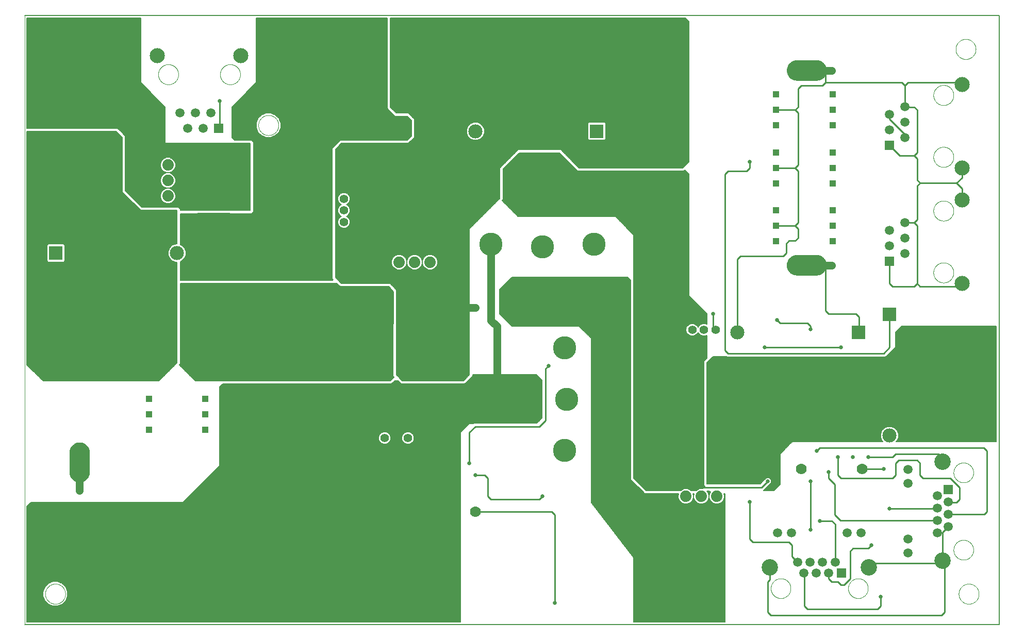
<source format=gtl>
G75*
%MOIN*%
%OFA0B0*%
%FSLAX25Y25*%
%IPPOS*%
%LPD*%
%AMOC8*
5,1,8,0,0,1.08239X$1,22.5*
%
%ADD10C,0.00000*%
%ADD11C,0.00600*%
%ADD12C,0.01000*%
%ADD13R,0.05937X0.05937*%
%ADD14C,0.05937*%
%ADD15C,0.10630*%
%ADD16C,0.10394*%
%ADD17C,0.09744*%
%ADD18C,0.15000*%
%ADD19R,0.04362X0.04362*%
%ADD20R,0.09150X0.09150*%
%ADD21C,0.09150*%
%ADD22C,0.00500*%
%ADD23R,0.11811X0.03937*%
%ADD24C,0.05543*%
%ADD25R,0.03937X0.11811*%
%ADD26R,0.09843X0.13780*%
%ADD27R,0.33465X0.51181*%
%ADD28R,0.02500X0.05000*%
%ADD29R,0.05000X0.02500*%
%ADD30C,0.07000*%
%ADD31C,0.07400*%
%ADD32C,0.02578*%
%ADD33C,0.01200*%
%ADD34C,0.05000*%
%ADD35C,0.03839*%
D10*
X0001300Y0001300D02*
X0001300Y0395001D01*
X0087560Y0357009D02*
X0087562Y0357170D01*
X0087568Y0357330D01*
X0087578Y0357491D01*
X0087592Y0357651D01*
X0087610Y0357810D01*
X0087631Y0357970D01*
X0087657Y0358128D01*
X0087687Y0358286D01*
X0087720Y0358443D01*
X0087758Y0358600D01*
X0087799Y0358755D01*
X0087844Y0358909D01*
X0087893Y0359062D01*
X0087946Y0359214D01*
X0088002Y0359364D01*
X0088062Y0359513D01*
X0088126Y0359661D01*
X0088193Y0359807D01*
X0088264Y0359951D01*
X0088339Y0360093D01*
X0088417Y0360234D01*
X0088498Y0360372D01*
X0088583Y0360509D01*
X0088672Y0360643D01*
X0088763Y0360775D01*
X0088858Y0360905D01*
X0088956Y0361032D01*
X0089057Y0361157D01*
X0089161Y0361280D01*
X0089268Y0361399D01*
X0089378Y0361516D01*
X0089491Y0361631D01*
X0089607Y0361742D01*
X0089725Y0361851D01*
X0089846Y0361956D01*
X0089970Y0362059D01*
X0090096Y0362159D01*
X0090225Y0362255D01*
X0090356Y0362348D01*
X0090489Y0362438D01*
X0090624Y0362525D01*
X0090762Y0362608D01*
X0090901Y0362687D01*
X0091043Y0362764D01*
X0091186Y0362837D01*
X0091331Y0362906D01*
X0091478Y0362971D01*
X0091626Y0363033D01*
X0091776Y0363092D01*
X0091927Y0363146D01*
X0092079Y0363197D01*
X0092233Y0363244D01*
X0092388Y0363287D01*
X0092543Y0363326D01*
X0092700Y0363362D01*
X0092858Y0363394D01*
X0093016Y0363421D01*
X0093175Y0363445D01*
X0093334Y0363465D01*
X0093494Y0363481D01*
X0093655Y0363493D01*
X0093815Y0363501D01*
X0093976Y0363505D01*
X0094136Y0363505D01*
X0094297Y0363501D01*
X0094457Y0363493D01*
X0094618Y0363481D01*
X0094778Y0363465D01*
X0094937Y0363445D01*
X0095096Y0363421D01*
X0095254Y0363394D01*
X0095412Y0363362D01*
X0095569Y0363326D01*
X0095724Y0363287D01*
X0095879Y0363244D01*
X0096033Y0363197D01*
X0096185Y0363146D01*
X0096336Y0363092D01*
X0096486Y0363033D01*
X0096634Y0362971D01*
X0096781Y0362906D01*
X0096926Y0362837D01*
X0097069Y0362764D01*
X0097211Y0362687D01*
X0097350Y0362608D01*
X0097488Y0362525D01*
X0097623Y0362438D01*
X0097756Y0362348D01*
X0097887Y0362255D01*
X0098016Y0362159D01*
X0098142Y0362059D01*
X0098266Y0361956D01*
X0098387Y0361851D01*
X0098505Y0361742D01*
X0098621Y0361631D01*
X0098734Y0361516D01*
X0098844Y0361399D01*
X0098951Y0361280D01*
X0099055Y0361157D01*
X0099156Y0361032D01*
X0099254Y0360905D01*
X0099349Y0360775D01*
X0099440Y0360643D01*
X0099529Y0360509D01*
X0099614Y0360372D01*
X0099695Y0360234D01*
X0099773Y0360093D01*
X0099848Y0359951D01*
X0099919Y0359807D01*
X0099986Y0359661D01*
X0100050Y0359513D01*
X0100110Y0359364D01*
X0100166Y0359214D01*
X0100219Y0359062D01*
X0100268Y0358909D01*
X0100313Y0358755D01*
X0100354Y0358600D01*
X0100392Y0358443D01*
X0100425Y0358286D01*
X0100455Y0358128D01*
X0100481Y0357970D01*
X0100502Y0357810D01*
X0100520Y0357651D01*
X0100534Y0357491D01*
X0100544Y0357330D01*
X0100550Y0357170D01*
X0100552Y0357009D01*
X0100550Y0356848D01*
X0100544Y0356688D01*
X0100534Y0356527D01*
X0100520Y0356367D01*
X0100502Y0356208D01*
X0100481Y0356048D01*
X0100455Y0355890D01*
X0100425Y0355732D01*
X0100392Y0355575D01*
X0100354Y0355418D01*
X0100313Y0355263D01*
X0100268Y0355109D01*
X0100219Y0354956D01*
X0100166Y0354804D01*
X0100110Y0354654D01*
X0100050Y0354505D01*
X0099986Y0354357D01*
X0099919Y0354211D01*
X0099848Y0354067D01*
X0099773Y0353925D01*
X0099695Y0353784D01*
X0099614Y0353646D01*
X0099529Y0353509D01*
X0099440Y0353375D01*
X0099349Y0353243D01*
X0099254Y0353113D01*
X0099156Y0352986D01*
X0099055Y0352861D01*
X0098951Y0352738D01*
X0098844Y0352619D01*
X0098734Y0352502D01*
X0098621Y0352387D01*
X0098505Y0352276D01*
X0098387Y0352167D01*
X0098266Y0352062D01*
X0098142Y0351959D01*
X0098016Y0351859D01*
X0097887Y0351763D01*
X0097756Y0351670D01*
X0097623Y0351580D01*
X0097488Y0351493D01*
X0097350Y0351410D01*
X0097211Y0351331D01*
X0097069Y0351254D01*
X0096926Y0351181D01*
X0096781Y0351112D01*
X0096634Y0351047D01*
X0096486Y0350985D01*
X0096336Y0350926D01*
X0096185Y0350872D01*
X0096033Y0350821D01*
X0095879Y0350774D01*
X0095724Y0350731D01*
X0095569Y0350692D01*
X0095412Y0350656D01*
X0095254Y0350624D01*
X0095096Y0350597D01*
X0094937Y0350573D01*
X0094778Y0350553D01*
X0094618Y0350537D01*
X0094457Y0350525D01*
X0094297Y0350517D01*
X0094136Y0350513D01*
X0093976Y0350513D01*
X0093815Y0350517D01*
X0093655Y0350525D01*
X0093494Y0350537D01*
X0093334Y0350553D01*
X0093175Y0350573D01*
X0093016Y0350597D01*
X0092858Y0350624D01*
X0092700Y0350656D01*
X0092543Y0350692D01*
X0092388Y0350731D01*
X0092233Y0350774D01*
X0092079Y0350821D01*
X0091927Y0350872D01*
X0091776Y0350926D01*
X0091626Y0350985D01*
X0091478Y0351047D01*
X0091331Y0351112D01*
X0091186Y0351181D01*
X0091043Y0351254D01*
X0090901Y0351331D01*
X0090762Y0351410D01*
X0090624Y0351493D01*
X0090489Y0351580D01*
X0090356Y0351670D01*
X0090225Y0351763D01*
X0090096Y0351859D01*
X0089970Y0351959D01*
X0089846Y0352062D01*
X0089725Y0352167D01*
X0089607Y0352276D01*
X0089491Y0352387D01*
X0089378Y0352502D01*
X0089268Y0352619D01*
X0089161Y0352738D01*
X0089057Y0352861D01*
X0088956Y0352986D01*
X0088858Y0353113D01*
X0088763Y0353243D01*
X0088672Y0353375D01*
X0088583Y0353509D01*
X0088498Y0353646D01*
X0088417Y0353784D01*
X0088339Y0353925D01*
X0088264Y0354067D01*
X0088193Y0354211D01*
X0088126Y0354357D01*
X0088062Y0354505D01*
X0088002Y0354654D01*
X0087946Y0354804D01*
X0087893Y0354956D01*
X0087844Y0355109D01*
X0087799Y0355263D01*
X0087758Y0355418D01*
X0087720Y0355575D01*
X0087687Y0355732D01*
X0087657Y0355890D01*
X0087631Y0356048D01*
X0087610Y0356208D01*
X0087592Y0356367D01*
X0087578Y0356527D01*
X0087568Y0356688D01*
X0087562Y0356848D01*
X0087560Y0357009D01*
X0127560Y0357009D02*
X0127562Y0357170D01*
X0127568Y0357330D01*
X0127578Y0357491D01*
X0127592Y0357651D01*
X0127610Y0357810D01*
X0127631Y0357970D01*
X0127657Y0358128D01*
X0127687Y0358286D01*
X0127720Y0358443D01*
X0127758Y0358600D01*
X0127799Y0358755D01*
X0127844Y0358909D01*
X0127893Y0359062D01*
X0127946Y0359214D01*
X0128002Y0359364D01*
X0128062Y0359513D01*
X0128126Y0359661D01*
X0128193Y0359807D01*
X0128264Y0359951D01*
X0128339Y0360093D01*
X0128417Y0360234D01*
X0128498Y0360372D01*
X0128583Y0360509D01*
X0128672Y0360643D01*
X0128763Y0360775D01*
X0128858Y0360905D01*
X0128956Y0361032D01*
X0129057Y0361157D01*
X0129161Y0361280D01*
X0129268Y0361399D01*
X0129378Y0361516D01*
X0129491Y0361631D01*
X0129607Y0361742D01*
X0129725Y0361851D01*
X0129846Y0361956D01*
X0129970Y0362059D01*
X0130096Y0362159D01*
X0130225Y0362255D01*
X0130356Y0362348D01*
X0130489Y0362438D01*
X0130624Y0362525D01*
X0130762Y0362608D01*
X0130901Y0362687D01*
X0131043Y0362764D01*
X0131186Y0362837D01*
X0131331Y0362906D01*
X0131478Y0362971D01*
X0131626Y0363033D01*
X0131776Y0363092D01*
X0131927Y0363146D01*
X0132079Y0363197D01*
X0132233Y0363244D01*
X0132388Y0363287D01*
X0132543Y0363326D01*
X0132700Y0363362D01*
X0132858Y0363394D01*
X0133016Y0363421D01*
X0133175Y0363445D01*
X0133334Y0363465D01*
X0133494Y0363481D01*
X0133655Y0363493D01*
X0133815Y0363501D01*
X0133976Y0363505D01*
X0134136Y0363505D01*
X0134297Y0363501D01*
X0134457Y0363493D01*
X0134618Y0363481D01*
X0134778Y0363465D01*
X0134937Y0363445D01*
X0135096Y0363421D01*
X0135254Y0363394D01*
X0135412Y0363362D01*
X0135569Y0363326D01*
X0135724Y0363287D01*
X0135879Y0363244D01*
X0136033Y0363197D01*
X0136185Y0363146D01*
X0136336Y0363092D01*
X0136486Y0363033D01*
X0136634Y0362971D01*
X0136781Y0362906D01*
X0136926Y0362837D01*
X0137069Y0362764D01*
X0137211Y0362687D01*
X0137350Y0362608D01*
X0137488Y0362525D01*
X0137623Y0362438D01*
X0137756Y0362348D01*
X0137887Y0362255D01*
X0138016Y0362159D01*
X0138142Y0362059D01*
X0138266Y0361956D01*
X0138387Y0361851D01*
X0138505Y0361742D01*
X0138621Y0361631D01*
X0138734Y0361516D01*
X0138844Y0361399D01*
X0138951Y0361280D01*
X0139055Y0361157D01*
X0139156Y0361032D01*
X0139254Y0360905D01*
X0139349Y0360775D01*
X0139440Y0360643D01*
X0139529Y0360509D01*
X0139614Y0360372D01*
X0139695Y0360234D01*
X0139773Y0360093D01*
X0139848Y0359951D01*
X0139919Y0359807D01*
X0139986Y0359661D01*
X0140050Y0359513D01*
X0140110Y0359364D01*
X0140166Y0359214D01*
X0140219Y0359062D01*
X0140268Y0358909D01*
X0140313Y0358755D01*
X0140354Y0358600D01*
X0140392Y0358443D01*
X0140425Y0358286D01*
X0140455Y0358128D01*
X0140481Y0357970D01*
X0140502Y0357810D01*
X0140520Y0357651D01*
X0140534Y0357491D01*
X0140544Y0357330D01*
X0140550Y0357170D01*
X0140552Y0357009D01*
X0140550Y0356848D01*
X0140544Y0356688D01*
X0140534Y0356527D01*
X0140520Y0356367D01*
X0140502Y0356208D01*
X0140481Y0356048D01*
X0140455Y0355890D01*
X0140425Y0355732D01*
X0140392Y0355575D01*
X0140354Y0355418D01*
X0140313Y0355263D01*
X0140268Y0355109D01*
X0140219Y0354956D01*
X0140166Y0354804D01*
X0140110Y0354654D01*
X0140050Y0354505D01*
X0139986Y0354357D01*
X0139919Y0354211D01*
X0139848Y0354067D01*
X0139773Y0353925D01*
X0139695Y0353784D01*
X0139614Y0353646D01*
X0139529Y0353509D01*
X0139440Y0353375D01*
X0139349Y0353243D01*
X0139254Y0353113D01*
X0139156Y0352986D01*
X0139055Y0352861D01*
X0138951Y0352738D01*
X0138844Y0352619D01*
X0138734Y0352502D01*
X0138621Y0352387D01*
X0138505Y0352276D01*
X0138387Y0352167D01*
X0138266Y0352062D01*
X0138142Y0351959D01*
X0138016Y0351859D01*
X0137887Y0351763D01*
X0137756Y0351670D01*
X0137623Y0351580D01*
X0137488Y0351493D01*
X0137350Y0351410D01*
X0137211Y0351331D01*
X0137069Y0351254D01*
X0136926Y0351181D01*
X0136781Y0351112D01*
X0136634Y0351047D01*
X0136486Y0350985D01*
X0136336Y0350926D01*
X0136185Y0350872D01*
X0136033Y0350821D01*
X0135879Y0350774D01*
X0135724Y0350731D01*
X0135569Y0350692D01*
X0135412Y0350656D01*
X0135254Y0350624D01*
X0135096Y0350597D01*
X0134937Y0350573D01*
X0134778Y0350553D01*
X0134618Y0350537D01*
X0134457Y0350525D01*
X0134297Y0350517D01*
X0134136Y0350513D01*
X0133976Y0350513D01*
X0133815Y0350517D01*
X0133655Y0350525D01*
X0133494Y0350537D01*
X0133334Y0350553D01*
X0133175Y0350573D01*
X0133016Y0350597D01*
X0132858Y0350624D01*
X0132700Y0350656D01*
X0132543Y0350692D01*
X0132388Y0350731D01*
X0132233Y0350774D01*
X0132079Y0350821D01*
X0131927Y0350872D01*
X0131776Y0350926D01*
X0131626Y0350985D01*
X0131478Y0351047D01*
X0131331Y0351112D01*
X0131186Y0351181D01*
X0131043Y0351254D01*
X0130901Y0351331D01*
X0130762Y0351410D01*
X0130624Y0351493D01*
X0130489Y0351580D01*
X0130356Y0351670D01*
X0130225Y0351763D01*
X0130096Y0351859D01*
X0129970Y0351959D01*
X0129846Y0352062D01*
X0129725Y0352167D01*
X0129607Y0352276D01*
X0129491Y0352387D01*
X0129378Y0352502D01*
X0129268Y0352619D01*
X0129161Y0352738D01*
X0129057Y0352861D01*
X0128956Y0352986D01*
X0128858Y0353113D01*
X0128763Y0353243D01*
X0128672Y0353375D01*
X0128583Y0353509D01*
X0128498Y0353646D01*
X0128417Y0353784D01*
X0128339Y0353925D01*
X0128264Y0354067D01*
X0128193Y0354211D01*
X0128126Y0354357D01*
X0128062Y0354505D01*
X0128002Y0354654D01*
X0127946Y0354804D01*
X0127893Y0354956D01*
X0127844Y0355109D01*
X0127799Y0355263D01*
X0127758Y0355418D01*
X0127720Y0355575D01*
X0127687Y0355732D01*
X0127657Y0355890D01*
X0127631Y0356048D01*
X0127610Y0356208D01*
X0127592Y0356367D01*
X0127578Y0356527D01*
X0127568Y0356688D01*
X0127562Y0356848D01*
X0127560Y0357009D01*
X0152280Y0324135D02*
X0152282Y0324296D01*
X0152288Y0324456D01*
X0152298Y0324617D01*
X0152312Y0324777D01*
X0152330Y0324937D01*
X0152351Y0325096D01*
X0152377Y0325255D01*
X0152407Y0325413D01*
X0152440Y0325570D01*
X0152478Y0325727D01*
X0152519Y0325882D01*
X0152564Y0326036D01*
X0152613Y0326189D01*
X0152666Y0326341D01*
X0152722Y0326492D01*
X0152783Y0326641D01*
X0152846Y0326789D01*
X0152914Y0326935D01*
X0152985Y0327079D01*
X0153059Y0327221D01*
X0153137Y0327362D01*
X0153219Y0327500D01*
X0153304Y0327637D01*
X0153392Y0327771D01*
X0153484Y0327903D01*
X0153579Y0328033D01*
X0153677Y0328161D01*
X0153778Y0328286D01*
X0153882Y0328408D01*
X0153989Y0328528D01*
X0154099Y0328645D01*
X0154212Y0328760D01*
X0154328Y0328871D01*
X0154447Y0328980D01*
X0154568Y0329085D01*
X0154692Y0329188D01*
X0154818Y0329288D01*
X0154946Y0329384D01*
X0155077Y0329477D01*
X0155211Y0329567D01*
X0155346Y0329654D01*
X0155484Y0329737D01*
X0155623Y0329817D01*
X0155765Y0329893D01*
X0155908Y0329966D01*
X0156053Y0330035D01*
X0156200Y0330101D01*
X0156348Y0330163D01*
X0156498Y0330221D01*
X0156649Y0330276D01*
X0156802Y0330327D01*
X0156956Y0330374D01*
X0157111Y0330417D01*
X0157267Y0330456D01*
X0157423Y0330492D01*
X0157581Y0330523D01*
X0157739Y0330551D01*
X0157898Y0330575D01*
X0158058Y0330595D01*
X0158218Y0330611D01*
X0158378Y0330623D01*
X0158539Y0330631D01*
X0158700Y0330635D01*
X0158860Y0330635D01*
X0159021Y0330631D01*
X0159182Y0330623D01*
X0159342Y0330611D01*
X0159502Y0330595D01*
X0159662Y0330575D01*
X0159821Y0330551D01*
X0159979Y0330523D01*
X0160137Y0330492D01*
X0160293Y0330456D01*
X0160449Y0330417D01*
X0160604Y0330374D01*
X0160758Y0330327D01*
X0160911Y0330276D01*
X0161062Y0330221D01*
X0161212Y0330163D01*
X0161360Y0330101D01*
X0161507Y0330035D01*
X0161652Y0329966D01*
X0161795Y0329893D01*
X0161937Y0329817D01*
X0162076Y0329737D01*
X0162214Y0329654D01*
X0162349Y0329567D01*
X0162483Y0329477D01*
X0162614Y0329384D01*
X0162742Y0329288D01*
X0162868Y0329188D01*
X0162992Y0329085D01*
X0163113Y0328980D01*
X0163232Y0328871D01*
X0163348Y0328760D01*
X0163461Y0328645D01*
X0163571Y0328528D01*
X0163678Y0328408D01*
X0163782Y0328286D01*
X0163883Y0328161D01*
X0163981Y0328033D01*
X0164076Y0327903D01*
X0164168Y0327771D01*
X0164256Y0327637D01*
X0164341Y0327500D01*
X0164423Y0327362D01*
X0164501Y0327221D01*
X0164575Y0327079D01*
X0164646Y0326935D01*
X0164714Y0326789D01*
X0164777Y0326641D01*
X0164838Y0326492D01*
X0164894Y0326341D01*
X0164947Y0326189D01*
X0164996Y0326036D01*
X0165041Y0325882D01*
X0165082Y0325727D01*
X0165120Y0325570D01*
X0165153Y0325413D01*
X0165183Y0325255D01*
X0165209Y0325096D01*
X0165230Y0324937D01*
X0165248Y0324777D01*
X0165262Y0324617D01*
X0165272Y0324456D01*
X0165278Y0324296D01*
X0165280Y0324135D01*
X0165278Y0323974D01*
X0165272Y0323814D01*
X0165262Y0323653D01*
X0165248Y0323493D01*
X0165230Y0323333D01*
X0165209Y0323174D01*
X0165183Y0323015D01*
X0165153Y0322857D01*
X0165120Y0322700D01*
X0165082Y0322543D01*
X0165041Y0322388D01*
X0164996Y0322234D01*
X0164947Y0322081D01*
X0164894Y0321929D01*
X0164838Y0321778D01*
X0164777Y0321629D01*
X0164714Y0321481D01*
X0164646Y0321335D01*
X0164575Y0321191D01*
X0164501Y0321049D01*
X0164423Y0320908D01*
X0164341Y0320770D01*
X0164256Y0320633D01*
X0164168Y0320499D01*
X0164076Y0320367D01*
X0163981Y0320237D01*
X0163883Y0320109D01*
X0163782Y0319984D01*
X0163678Y0319862D01*
X0163571Y0319742D01*
X0163461Y0319625D01*
X0163348Y0319510D01*
X0163232Y0319399D01*
X0163113Y0319290D01*
X0162992Y0319185D01*
X0162868Y0319082D01*
X0162742Y0318982D01*
X0162614Y0318886D01*
X0162483Y0318793D01*
X0162349Y0318703D01*
X0162214Y0318616D01*
X0162076Y0318533D01*
X0161937Y0318453D01*
X0161795Y0318377D01*
X0161652Y0318304D01*
X0161507Y0318235D01*
X0161360Y0318169D01*
X0161212Y0318107D01*
X0161062Y0318049D01*
X0160911Y0317994D01*
X0160758Y0317943D01*
X0160604Y0317896D01*
X0160449Y0317853D01*
X0160293Y0317814D01*
X0160137Y0317778D01*
X0159979Y0317747D01*
X0159821Y0317719D01*
X0159662Y0317695D01*
X0159502Y0317675D01*
X0159342Y0317659D01*
X0159182Y0317647D01*
X0159021Y0317639D01*
X0158860Y0317635D01*
X0158700Y0317635D01*
X0158539Y0317639D01*
X0158378Y0317647D01*
X0158218Y0317659D01*
X0158058Y0317675D01*
X0157898Y0317695D01*
X0157739Y0317719D01*
X0157581Y0317747D01*
X0157423Y0317778D01*
X0157267Y0317814D01*
X0157111Y0317853D01*
X0156956Y0317896D01*
X0156802Y0317943D01*
X0156649Y0317994D01*
X0156498Y0318049D01*
X0156348Y0318107D01*
X0156200Y0318169D01*
X0156053Y0318235D01*
X0155908Y0318304D01*
X0155765Y0318377D01*
X0155623Y0318453D01*
X0155484Y0318533D01*
X0155346Y0318616D01*
X0155211Y0318703D01*
X0155077Y0318793D01*
X0154946Y0318886D01*
X0154818Y0318982D01*
X0154692Y0319082D01*
X0154568Y0319185D01*
X0154447Y0319290D01*
X0154328Y0319399D01*
X0154212Y0319510D01*
X0154099Y0319625D01*
X0153989Y0319742D01*
X0153882Y0319862D01*
X0153778Y0319984D01*
X0153677Y0320109D01*
X0153579Y0320237D01*
X0153484Y0320367D01*
X0153392Y0320499D01*
X0153304Y0320633D01*
X0153219Y0320770D01*
X0153137Y0320908D01*
X0153059Y0321049D01*
X0152985Y0321191D01*
X0152914Y0321335D01*
X0152846Y0321481D01*
X0152783Y0321629D01*
X0152722Y0321778D01*
X0152666Y0321929D01*
X0152613Y0322081D01*
X0152564Y0322234D01*
X0152519Y0322388D01*
X0152478Y0322543D01*
X0152440Y0322700D01*
X0152407Y0322857D01*
X0152377Y0323015D01*
X0152351Y0323174D01*
X0152330Y0323333D01*
X0152312Y0323493D01*
X0152298Y0323653D01*
X0152288Y0323814D01*
X0152282Y0323974D01*
X0152280Y0324135D01*
X0588702Y0343583D02*
X0588704Y0343744D01*
X0588710Y0343904D01*
X0588720Y0344065D01*
X0588734Y0344225D01*
X0588752Y0344384D01*
X0588773Y0344544D01*
X0588799Y0344702D01*
X0588829Y0344860D01*
X0588862Y0345017D01*
X0588900Y0345174D01*
X0588941Y0345329D01*
X0588986Y0345483D01*
X0589035Y0345636D01*
X0589088Y0345788D01*
X0589144Y0345938D01*
X0589204Y0346087D01*
X0589268Y0346235D01*
X0589335Y0346381D01*
X0589406Y0346525D01*
X0589481Y0346667D01*
X0589559Y0346808D01*
X0589640Y0346946D01*
X0589725Y0347083D01*
X0589814Y0347217D01*
X0589905Y0347349D01*
X0590000Y0347479D01*
X0590098Y0347606D01*
X0590199Y0347731D01*
X0590303Y0347854D01*
X0590410Y0347973D01*
X0590520Y0348090D01*
X0590633Y0348205D01*
X0590749Y0348316D01*
X0590867Y0348425D01*
X0590988Y0348530D01*
X0591112Y0348633D01*
X0591238Y0348733D01*
X0591367Y0348829D01*
X0591498Y0348922D01*
X0591631Y0349012D01*
X0591766Y0349099D01*
X0591904Y0349182D01*
X0592043Y0349261D01*
X0592185Y0349338D01*
X0592328Y0349411D01*
X0592473Y0349480D01*
X0592620Y0349545D01*
X0592768Y0349607D01*
X0592918Y0349666D01*
X0593069Y0349720D01*
X0593221Y0349771D01*
X0593375Y0349818D01*
X0593530Y0349861D01*
X0593685Y0349900D01*
X0593842Y0349936D01*
X0594000Y0349968D01*
X0594158Y0349995D01*
X0594317Y0350019D01*
X0594476Y0350039D01*
X0594636Y0350055D01*
X0594797Y0350067D01*
X0594957Y0350075D01*
X0595118Y0350079D01*
X0595278Y0350079D01*
X0595439Y0350075D01*
X0595599Y0350067D01*
X0595760Y0350055D01*
X0595920Y0350039D01*
X0596079Y0350019D01*
X0596238Y0349995D01*
X0596396Y0349968D01*
X0596554Y0349936D01*
X0596711Y0349900D01*
X0596866Y0349861D01*
X0597021Y0349818D01*
X0597175Y0349771D01*
X0597327Y0349720D01*
X0597478Y0349666D01*
X0597628Y0349607D01*
X0597776Y0349545D01*
X0597923Y0349480D01*
X0598068Y0349411D01*
X0598211Y0349338D01*
X0598353Y0349261D01*
X0598492Y0349182D01*
X0598630Y0349099D01*
X0598765Y0349012D01*
X0598898Y0348922D01*
X0599029Y0348829D01*
X0599158Y0348733D01*
X0599284Y0348633D01*
X0599408Y0348530D01*
X0599529Y0348425D01*
X0599647Y0348316D01*
X0599763Y0348205D01*
X0599876Y0348090D01*
X0599986Y0347973D01*
X0600093Y0347854D01*
X0600197Y0347731D01*
X0600298Y0347606D01*
X0600396Y0347479D01*
X0600491Y0347349D01*
X0600582Y0347217D01*
X0600671Y0347083D01*
X0600756Y0346946D01*
X0600837Y0346808D01*
X0600915Y0346667D01*
X0600990Y0346525D01*
X0601061Y0346381D01*
X0601128Y0346235D01*
X0601192Y0346087D01*
X0601252Y0345938D01*
X0601308Y0345788D01*
X0601361Y0345636D01*
X0601410Y0345483D01*
X0601455Y0345329D01*
X0601496Y0345174D01*
X0601534Y0345017D01*
X0601567Y0344860D01*
X0601597Y0344702D01*
X0601623Y0344544D01*
X0601644Y0344384D01*
X0601662Y0344225D01*
X0601676Y0344065D01*
X0601686Y0343904D01*
X0601692Y0343744D01*
X0601694Y0343583D01*
X0601692Y0343422D01*
X0601686Y0343262D01*
X0601676Y0343101D01*
X0601662Y0342941D01*
X0601644Y0342782D01*
X0601623Y0342622D01*
X0601597Y0342464D01*
X0601567Y0342306D01*
X0601534Y0342149D01*
X0601496Y0341992D01*
X0601455Y0341837D01*
X0601410Y0341683D01*
X0601361Y0341530D01*
X0601308Y0341378D01*
X0601252Y0341228D01*
X0601192Y0341079D01*
X0601128Y0340931D01*
X0601061Y0340785D01*
X0600990Y0340641D01*
X0600915Y0340499D01*
X0600837Y0340358D01*
X0600756Y0340220D01*
X0600671Y0340083D01*
X0600582Y0339949D01*
X0600491Y0339817D01*
X0600396Y0339687D01*
X0600298Y0339560D01*
X0600197Y0339435D01*
X0600093Y0339312D01*
X0599986Y0339193D01*
X0599876Y0339076D01*
X0599763Y0338961D01*
X0599647Y0338850D01*
X0599529Y0338741D01*
X0599408Y0338636D01*
X0599284Y0338533D01*
X0599158Y0338433D01*
X0599029Y0338337D01*
X0598898Y0338244D01*
X0598765Y0338154D01*
X0598630Y0338067D01*
X0598492Y0337984D01*
X0598353Y0337905D01*
X0598211Y0337828D01*
X0598068Y0337755D01*
X0597923Y0337686D01*
X0597776Y0337621D01*
X0597628Y0337559D01*
X0597478Y0337500D01*
X0597327Y0337446D01*
X0597175Y0337395D01*
X0597021Y0337348D01*
X0596866Y0337305D01*
X0596711Y0337266D01*
X0596554Y0337230D01*
X0596396Y0337198D01*
X0596238Y0337171D01*
X0596079Y0337147D01*
X0595920Y0337127D01*
X0595760Y0337111D01*
X0595599Y0337099D01*
X0595439Y0337091D01*
X0595278Y0337087D01*
X0595118Y0337087D01*
X0594957Y0337091D01*
X0594797Y0337099D01*
X0594636Y0337111D01*
X0594476Y0337127D01*
X0594317Y0337147D01*
X0594158Y0337171D01*
X0594000Y0337198D01*
X0593842Y0337230D01*
X0593685Y0337266D01*
X0593530Y0337305D01*
X0593375Y0337348D01*
X0593221Y0337395D01*
X0593069Y0337446D01*
X0592918Y0337500D01*
X0592768Y0337559D01*
X0592620Y0337621D01*
X0592473Y0337686D01*
X0592328Y0337755D01*
X0592185Y0337828D01*
X0592043Y0337905D01*
X0591904Y0337984D01*
X0591766Y0338067D01*
X0591631Y0338154D01*
X0591498Y0338244D01*
X0591367Y0338337D01*
X0591238Y0338433D01*
X0591112Y0338533D01*
X0590988Y0338636D01*
X0590867Y0338741D01*
X0590749Y0338850D01*
X0590633Y0338961D01*
X0590520Y0339076D01*
X0590410Y0339193D01*
X0590303Y0339312D01*
X0590199Y0339435D01*
X0590098Y0339560D01*
X0590000Y0339687D01*
X0589905Y0339817D01*
X0589814Y0339949D01*
X0589725Y0340083D01*
X0589640Y0340220D01*
X0589559Y0340358D01*
X0589481Y0340499D01*
X0589406Y0340641D01*
X0589335Y0340785D01*
X0589268Y0340931D01*
X0589204Y0341079D01*
X0589144Y0341228D01*
X0589088Y0341378D01*
X0589035Y0341530D01*
X0588986Y0341683D01*
X0588941Y0341837D01*
X0588900Y0341992D01*
X0588862Y0342149D01*
X0588829Y0342306D01*
X0588799Y0342464D01*
X0588773Y0342622D01*
X0588752Y0342782D01*
X0588734Y0342941D01*
X0588720Y0343101D01*
X0588710Y0343262D01*
X0588704Y0343422D01*
X0588702Y0343583D01*
X0603068Y0373347D02*
X0603070Y0373508D01*
X0603076Y0373668D01*
X0603086Y0373829D01*
X0603100Y0373989D01*
X0603118Y0374149D01*
X0603139Y0374308D01*
X0603165Y0374467D01*
X0603195Y0374625D01*
X0603228Y0374782D01*
X0603266Y0374939D01*
X0603307Y0375094D01*
X0603352Y0375248D01*
X0603401Y0375401D01*
X0603454Y0375553D01*
X0603510Y0375704D01*
X0603571Y0375853D01*
X0603634Y0376001D01*
X0603702Y0376147D01*
X0603773Y0376291D01*
X0603847Y0376433D01*
X0603925Y0376574D01*
X0604007Y0376712D01*
X0604092Y0376849D01*
X0604180Y0376983D01*
X0604272Y0377115D01*
X0604367Y0377245D01*
X0604465Y0377373D01*
X0604566Y0377498D01*
X0604670Y0377620D01*
X0604777Y0377740D01*
X0604887Y0377857D01*
X0605000Y0377972D01*
X0605116Y0378083D01*
X0605235Y0378192D01*
X0605356Y0378297D01*
X0605480Y0378400D01*
X0605606Y0378500D01*
X0605734Y0378596D01*
X0605865Y0378689D01*
X0605999Y0378779D01*
X0606134Y0378866D01*
X0606272Y0378949D01*
X0606411Y0379029D01*
X0606553Y0379105D01*
X0606696Y0379178D01*
X0606841Y0379247D01*
X0606988Y0379313D01*
X0607136Y0379375D01*
X0607286Y0379433D01*
X0607437Y0379488D01*
X0607590Y0379539D01*
X0607744Y0379586D01*
X0607899Y0379629D01*
X0608055Y0379668D01*
X0608211Y0379704D01*
X0608369Y0379735D01*
X0608527Y0379763D01*
X0608686Y0379787D01*
X0608846Y0379807D01*
X0609006Y0379823D01*
X0609166Y0379835D01*
X0609327Y0379843D01*
X0609488Y0379847D01*
X0609648Y0379847D01*
X0609809Y0379843D01*
X0609970Y0379835D01*
X0610130Y0379823D01*
X0610290Y0379807D01*
X0610450Y0379787D01*
X0610609Y0379763D01*
X0610767Y0379735D01*
X0610925Y0379704D01*
X0611081Y0379668D01*
X0611237Y0379629D01*
X0611392Y0379586D01*
X0611546Y0379539D01*
X0611699Y0379488D01*
X0611850Y0379433D01*
X0612000Y0379375D01*
X0612148Y0379313D01*
X0612295Y0379247D01*
X0612440Y0379178D01*
X0612583Y0379105D01*
X0612725Y0379029D01*
X0612864Y0378949D01*
X0613002Y0378866D01*
X0613137Y0378779D01*
X0613271Y0378689D01*
X0613402Y0378596D01*
X0613530Y0378500D01*
X0613656Y0378400D01*
X0613780Y0378297D01*
X0613901Y0378192D01*
X0614020Y0378083D01*
X0614136Y0377972D01*
X0614249Y0377857D01*
X0614359Y0377740D01*
X0614466Y0377620D01*
X0614570Y0377498D01*
X0614671Y0377373D01*
X0614769Y0377245D01*
X0614864Y0377115D01*
X0614956Y0376983D01*
X0615044Y0376849D01*
X0615129Y0376712D01*
X0615211Y0376574D01*
X0615289Y0376433D01*
X0615363Y0376291D01*
X0615434Y0376147D01*
X0615502Y0376001D01*
X0615565Y0375853D01*
X0615626Y0375704D01*
X0615682Y0375553D01*
X0615735Y0375401D01*
X0615784Y0375248D01*
X0615829Y0375094D01*
X0615870Y0374939D01*
X0615908Y0374782D01*
X0615941Y0374625D01*
X0615971Y0374467D01*
X0615997Y0374308D01*
X0616018Y0374149D01*
X0616036Y0373989D01*
X0616050Y0373829D01*
X0616060Y0373668D01*
X0616066Y0373508D01*
X0616068Y0373347D01*
X0616066Y0373186D01*
X0616060Y0373026D01*
X0616050Y0372865D01*
X0616036Y0372705D01*
X0616018Y0372545D01*
X0615997Y0372386D01*
X0615971Y0372227D01*
X0615941Y0372069D01*
X0615908Y0371912D01*
X0615870Y0371755D01*
X0615829Y0371600D01*
X0615784Y0371446D01*
X0615735Y0371293D01*
X0615682Y0371141D01*
X0615626Y0370990D01*
X0615565Y0370841D01*
X0615502Y0370693D01*
X0615434Y0370547D01*
X0615363Y0370403D01*
X0615289Y0370261D01*
X0615211Y0370120D01*
X0615129Y0369982D01*
X0615044Y0369845D01*
X0614956Y0369711D01*
X0614864Y0369579D01*
X0614769Y0369449D01*
X0614671Y0369321D01*
X0614570Y0369196D01*
X0614466Y0369074D01*
X0614359Y0368954D01*
X0614249Y0368837D01*
X0614136Y0368722D01*
X0614020Y0368611D01*
X0613901Y0368502D01*
X0613780Y0368397D01*
X0613656Y0368294D01*
X0613530Y0368194D01*
X0613402Y0368098D01*
X0613271Y0368005D01*
X0613137Y0367915D01*
X0613002Y0367828D01*
X0612864Y0367745D01*
X0612725Y0367665D01*
X0612583Y0367589D01*
X0612440Y0367516D01*
X0612295Y0367447D01*
X0612148Y0367381D01*
X0612000Y0367319D01*
X0611850Y0367261D01*
X0611699Y0367206D01*
X0611546Y0367155D01*
X0611392Y0367108D01*
X0611237Y0367065D01*
X0611081Y0367026D01*
X0610925Y0366990D01*
X0610767Y0366959D01*
X0610609Y0366931D01*
X0610450Y0366907D01*
X0610290Y0366887D01*
X0610130Y0366871D01*
X0609970Y0366859D01*
X0609809Y0366851D01*
X0609648Y0366847D01*
X0609488Y0366847D01*
X0609327Y0366851D01*
X0609166Y0366859D01*
X0609006Y0366871D01*
X0608846Y0366887D01*
X0608686Y0366907D01*
X0608527Y0366931D01*
X0608369Y0366959D01*
X0608211Y0366990D01*
X0608055Y0367026D01*
X0607899Y0367065D01*
X0607744Y0367108D01*
X0607590Y0367155D01*
X0607437Y0367206D01*
X0607286Y0367261D01*
X0607136Y0367319D01*
X0606988Y0367381D01*
X0606841Y0367447D01*
X0606696Y0367516D01*
X0606553Y0367589D01*
X0606411Y0367665D01*
X0606272Y0367745D01*
X0606134Y0367828D01*
X0605999Y0367915D01*
X0605865Y0368005D01*
X0605734Y0368098D01*
X0605606Y0368194D01*
X0605480Y0368294D01*
X0605356Y0368397D01*
X0605235Y0368502D01*
X0605116Y0368611D01*
X0605000Y0368722D01*
X0604887Y0368837D01*
X0604777Y0368954D01*
X0604670Y0369074D01*
X0604566Y0369196D01*
X0604465Y0369321D01*
X0604367Y0369449D01*
X0604272Y0369579D01*
X0604180Y0369711D01*
X0604092Y0369845D01*
X0604007Y0369982D01*
X0603925Y0370120D01*
X0603847Y0370261D01*
X0603773Y0370403D01*
X0603702Y0370547D01*
X0603634Y0370693D01*
X0603571Y0370841D01*
X0603510Y0370990D01*
X0603454Y0371141D01*
X0603401Y0371293D01*
X0603352Y0371446D01*
X0603307Y0371600D01*
X0603266Y0371755D01*
X0603228Y0371912D01*
X0603195Y0372069D01*
X0603165Y0372227D01*
X0603139Y0372386D01*
X0603118Y0372545D01*
X0603100Y0372705D01*
X0603086Y0372865D01*
X0603076Y0373026D01*
X0603070Y0373186D01*
X0603068Y0373347D01*
X0588702Y0303583D02*
X0588704Y0303744D01*
X0588710Y0303904D01*
X0588720Y0304065D01*
X0588734Y0304225D01*
X0588752Y0304384D01*
X0588773Y0304544D01*
X0588799Y0304702D01*
X0588829Y0304860D01*
X0588862Y0305017D01*
X0588900Y0305174D01*
X0588941Y0305329D01*
X0588986Y0305483D01*
X0589035Y0305636D01*
X0589088Y0305788D01*
X0589144Y0305938D01*
X0589204Y0306087D01*
X0589268Y0306235D01*
X0589335Y0306381D01*
X0589406Y0306525D01*
X0589481Y0306667D01*
X0589559Y0306808D01*
X0589640Y0306946D01*
X0589725Y0307083D01*
X0589814Y0307217D01*
X0589905Y0307349D01*
X0590000Y0307479D01*
X0590098Y0307606D01*
X0590199Y0307731D01*
X0590303Y0307854D01*
X0590410Y0307973D01*
X0590520Y0308090D01*
X0590633Y0308205D01*
X0590749Y0308316D01*
X0590867Y0308425D01*
X0590988Y0308530D01*
X0591112Y0308633D01*
X0591238Y0308733D01*
X0591367Y0308829D01*
X0591498Y0308922D01*
X0591631Y0309012D01*
X0591766Y0309099D01*
X0591904Y0309182D01*
X0592043Y0309261D01*
X0592185Y0309338D01*
X0592328Y0309411D01*
X0592473Y0309480D01*
X0592620Y0309545D01*
X0592768Y0309607D01*
X0592918Y0309666D01*
X0593069Y0309720D01*
X0593221Y0309771D01*
X0593375Y0309818D01*
X0593530Y0309861D01*
X0593685Y0309900D01*
X0593842Y0309936D01*
X0594000Y0309968D01*
X0594158Y0309995D01*
X0594317Y0310019D01*
X0594476Y0310039D01*
X0594636Y0310055D01*
X0594797Y0310067D01*
X0594957Y0310075D01*
X0595118Y0310079D01*
X0595278Y0310079D01*
X0595439Y0310075D01*
X0595599Y0310067D01*
X0595760Y0310055D01*
X0595920Y0310039D01*
X0596079Y0310019D01*
X0596238Y0309995D01*
X0596396Y0309968D01*
X0596554Y0309936D01*
X0596711Y0309900D01*
X0596866Y0309861D01*
X0597021Y0309818D01*
X0597175Y0309771D01*
X0597327Y0309720D01*
X0597478Y0309666D01*
X0597628Y0309607D01*
X0597776Y0309545D01*
X0597923Y0309480D01*
X0598068Y0309411D01*
X0598211Y0309338D01*
X0598353Y0309261D01*
X0598492Y0309182D01*
X0598630Y0309099D01*
X0598765Y0309012D01*
X0598898Y0308922D01*
X0599029Y0308829D01*
X0599158Y0308733D01*
X0599284Y0308633D01*
X0599408Y0308530D01*
X0599529Y0308425D01*
X0599647Y0308316D01*
X0599763Y0308205D01*
X0599876Y0308090D01*
X0599986Y0307973D01*
X0600093Y0307854D01*
X0600197Y0307731D01*
X0600298Y0307606D01*
X0600396Y0307479D01*
X0600491Y0307349D01*
X0600582Y0307217D01*
X0600671Y0307083D01*
X0600756Y0306946D01*
X0600837Y0306808D01*
X0600915Y0306667D01*
X0600990Y0306525D01*
X0601061Y0306381D01*
X0601128Y0306235D01*
X0601192Y0306087D01*
X0601252Y0305938D01*
X0601308Y0305788D01*
X0601361Y0305636D01*
X0601410Y0305483D01*
X0601455Y0305329D01*
X0601496Y0305174D01*
X0601534Y0305017D01*
X0601567Y0304860D01*
X0601597Y0304702D01*
X0601623Y0304544D01*
X0601644Y0304384D01*
X0601662Y0304225D01*
X0601676Y0304065D01*
X0601686Y0303904D01*
X0601692Y0303744D01*
X0601694Y0303583D01*
X0601692Y0303422D01*
X0601686Y0303262D01*
X0601676Y0303101D01*
X0601662Y0302941D01*
X0601644Y0302782D01*
X0601623Y0302622D01*
X0601597Y0302464D01*
X0601567Y0302306D01*
X0601534Y0302149D01*
X0601496Y0301992D01*
X0601455Y0301837D01*
X0601410Y0301683D01*
X0601361Y0301530D01*
X0601308Y0301378D01*
X0601252Y0301228D01*
X0601192Y0301079D01*
X0601128Y0300931D01*
X0601061Y0300785D01*
X0600990Y0300641D01*
X0600915Y0300499D01*
X0600837Y0300358D01*
X0600756Y0300220D01*
X0600671Y0300083D01*
X0600582Y0299949D01*
X0600491Y0299817D01*
X0600396Y0299687D01*
X0600298Y0299560D01*
X0600197Y0299435D01*
X0600093Y0299312D01*
X0599986Y0299193D01*
X0599876Y0299076D01*
X0599763Y0298961D01*
X0599647Y0298850D01*
X0599529Y0298741D01*
X0599408Y0298636D01*
X0599284Y0298533D01*
X0599158Y0298433D01*
X0599029Y0298337D01*
X0598898Y0298244D01*
X0598765Y0298154D01*
X0598630Y0298067D01*
X0598492Y0297984D01*
X0598353Y0297905D01*
X0598211Y0297828D01*
X0598068Y0297755D01*
X0597923Y0297686D01*
X0597776Y0297621D01*
X0597628Y0297559D01*
X0597478Y0297500D01*
X0597327Y0297446D01*
X0597175Y0297395D01*
X0597021Y0297348D01*
X0596866Y0297305D01*
X0596711Y0297266D01*
X0596554Y0297230D01*
X0596396Y0297198D01*
X0596238Y0297171D01*
X0596079Y0297147D01*
X0595920Y0297127D01*
X0595760Y0297111D01*
X0595599Y0297099D01*
X0595439Y0297091D01*
X0595278Y0297087D01*
X0595118Y0297087D01*
X0594957Y0297091D01*
X0594797Y0297099D01*
X0594636Y0297111D01*
X0594476Y0297127D01*
X0594317Y0297147D01*
X0594158Y0297171D01*
X0594000Y0297198D01*
X0593842Y0297230D01*
X0593685Y0297266D01*
X0593530Y0297305D01*
X0593375Y0297348D01*
X0593221Y0297395D01*
X0593069Y0297446D01*
X0592918Y0297500D01*
X0592768Y0297559D01*
X0592620Y0297621D01*
X0592473Y0297686D01*
X0592328Y0297755D01*
X0592185Y0297828D01*
X0592043Y0297905D01*
X0591904Y0297984D01*
X0591766Y0298067D01*
X0591631Y0298154D01*
X0591498Y0298244D01*
X0591367Y0298337D01*
X0591238Y0298433D01*
X0591112Y0298533D01*
X0590988Y0298636D01*
X0590867Y0298741D01*
X0590749Y0298850D01*
X0590633Y0298961D01*
X0590520Y0299076D01*
X0590410Y0299193D01*
X0590303Y0299312D01*
X0590199Y0299435D01*
X0590098Y0299560D01*
X0590000Y0299687D01*
X0589905Y0299817D01*
X0589814Y0299949D01*
X0589725Y0300083D01*
X0589640Y0300220D01*
X0589559Y0300358D01*
X0589481Y0300499D01*
X0589406Y0300641D01*
X0589335Y0300785D01*
X0589268Y0300931D01*
X0589204Y0301079D01*
X0589144Y0301228D01*
X0589088Y0301378D01*
X0589035Y0301530D01*
X0588986Y0301683D01*
X0588941Y0301837D01*
X0588900Y0301992D01*
X0588862Y0302149D01*
X0588829Y0302306D01*
X0588799Y0302464D01*
X0588773Y0302622D01*
X0588752Y0302782D01*
X0588734Y0302941D01*
X0588720Y0303101D01*
X0588710Y0303262D01*
X0588704Y0303422D01*
X0588702Y0303583D01*
X0588702Y0268780D02*
X0588704Y0268941D01*
X0588710Y0269101D01*
X0588720Y0269262D01*
X0588734Y0269422D01*
X0588752Y0269581D01*
X0588773Y0269741D01*
X0588799Y0269899D01*
X0588829Y0270057D01*
X0588862Y0270214D01*
X0588900Y0270371D01*
X0588941Y0270526D01*
X0588986Y0270680D01*
X0589035Y0270833D01*
X0589088Y0270985D01*
X0589144Y0271135D01*
X0589204Y0271284D01*
X0589268Y0271432D01*
X0589335Y0271578D01*
X0589406Y0271722D01*
X0589481Y0271864D01*
X0589559Y0272005D01*
X0589640Y0272143D01*
X0589725Y0272280D01*
X0589814Y0272414D01*
X0589905Y0272546D01*
X0590000Y0272676D01*
X0590098Y0272803D01*
X0590199Y0272928D01*
X0590303Y0273051D01*
X0590410Y0273170D01*
X0590520Y0273287D01*
X0590633Y0273402D01*
X0590749Y0273513D01*
X0590867Y0273622D01*
X0590988Y0273727D01*
X0591112Y0273830D01*
X0591238Y0273930D01*
X0591367Y0274026D01*
X0591498Y0274119D01*
X0591631Y0274209D01*
X0591766Y0274296D01*
X0591904Y0274379D01*
X0592043Y0274458D01*
X0592185Y0274535D01*
X0592328Y0274608D01*
X0592473Y0274677D01*
X0592620Y0274742D01*
X0592768Y0274804D01*
X0592918Y0274863D01*
X0593069Y0274917D01*
X0593221Y0274968D01*
X0593375Y0275015D01*
X0593530Y0275058D01*
X0593685Y0275097D01*
X0593842Y0275133D01*
X0594000Y0275165D01*
X0594158Y0275192D01*
X0594317Y0275216D01*
X0594476Y0275236D01*
X0594636Y0275252D01*
X0594797Y0275264D01*
X0594957Y0275272D01*
X0595118Y0275276D01*
X0595278Y0275276D01*
X0595439Y0275272D01*
X0595599Y0275264D01*
X0595760Y0275252D01*
X0595920Y0275236D01*
X0596079Y0275216D01*
X0596238Y0275192D01*
X0596396Y0275165D01*
X0596554Y0275133D01*
X0596711Y0275097D01*
X0596866Y0275058D01*
X0597021Y0275015D01*
X0597175Y0274968D01*
X0597327Y0274917D01*
X0597478Y0274863D01*
X0597628Y0274804D01*
X0597776Y0274742D01*
X0597923Y0274677D01*
X0598068Y0274608D01*
X0598211Y0274535D01*
X0598353Y0274458D01*
X0598492Y0274379D01*
X0598630Y0274296D01*
X0598765Y0274209D01*
X0598898Y0274119D01*
X0599029Y0274026D01*
X0599158Y0273930D01*
X0599284Y0273830D01*
X0599408Y0273727D01*
X0599529Y0273622D01*
X0599647Y0273513D01*
X0599763Y0273402D01*
X0599876Y0273287D01*
X0599986Y0273170D01*
X0600093Y0273051D01*
X0600197Y0272928D01*
X0600298Y0272803D01*
X0600396Y0272676D01*
X0600491Y0272546D01*
X0600582Y0272414D01*
X0600671Y0272280D01*
X0600756Y0272143D01*
X0600837Y0272005D01*
X0600915Y0271864D01*
X0600990Y0271722D01*
X0601061Y0271578D01*
X0601128Y0271432D01*
X0601192Y0271284D01*
X0601252Y0271135D01*
X0601308Y0270985D01*
X0601361Y0270833D01*
X0601410Y0270680D01*
X0601455Y0270526D01*
X0601496Y0270371D01*
X0601534Y0270214D01*
X0601567Y0270057D01*
X0601597Y0269899D01*
X0601623Y0269741D01*
X0601644Y0269581D01*
X0601662Y0269422D01*
X0601676Y0269262D01*
X0601686Y0269101D01*
X0601692Y0268941D01*
X0601694Y0268780D01*
X0601692Y0268619D01*
X0601686Y0268459D01*
X0601676Y0268298D01*
X0601662Y0268138D01*
X0601644Y0267979D01*
X0601623Y0267819D01*
X0601597Y0267661D01*
X0601567Y0267503D01*
X0601534Y0267346D01*
X0601496Y0267189D01*
X0601455Y0267034D01*
X0601410Y0266880D01*
X0601361Y0266727D01*
X0601308Y0266575D01*
X0601252Y0266425D01*
X0601192Y0266276D01*
X0601128Y0266128D01*
X0601061Y0265982D01*
X0600990Y0265838D01*
X0600915Y0265696D01*
X0600837Y0265555D01*
X0600756Y0265417D01*
X0600671Y0265280D01*
X0600582Y0265146D01*
X0600491Y0265014D01*
X0600396Y0264884D01*
X0600298Y0264757D01*
X0600197Y0264632D01*
X0600093Y0264509D01*
X0599986Y0264390D01*
X0599876Y0264273D01*
X0599763Y0264158D01*
X0599647Y0264047D01*
X0599529Y0263938D01*
X0599408Y0263833D01*
X0599284Y0263730D01*
X0599158Y0263630D01*
X0599029Y0263534D01*
X0598898Y0263441D01*
X0598765Y0263351D01*
X0598630Y0263264D01*
X0598492Y0263181D01*
X0598353Y0263102D01*
X0598211Y0263025D01*
X0598068Y0262952D01*
X0597923Y0262883D01*
X0597776Y0262818D01*
X0597628Y0262756D01*
X0597478Y0262697D01*
X0597327Y0262643D01*
X0597175Y0262592D01*
X0597021Y0262545D01*
X0596866Y0262502D01*
X0596711Y0262463D01*
X0596554Y0262427D01*
X0596396Y0262395D01*
X0596238Y0262368D01*
X0596079Y0262344D01*
X0595920Y0262324D01*
X0595760Y0262308D01*
X0595599Y0262296D01*
X0595439Y0262288D01*
X0595278Y0262284D01*
X0595118Y0262284D01*
X0594957Y0262288D01*
X0594797Y0262296D01*
X0594636Y0262308D01*
X0594476Y0262324D01*
X0594317Y0262344D01*
X0594158Y0262368D01*
X0594000Y0262395D01*
X0593842Y0262427D01*
X0593685Y0262463D01*
X0593530Y0262502D01*
X0593375Y0262545D01*
X0593221Y0262592D01*
X0593069Y0262643D01*
X0592918Y0262697D01*
X0592768Y0262756D01*
X0592620Y0262818D01*
X0592473Y0262883D01*
X0592328Y0262952D01*
X0592185Y0263025D01*
X0592043Y0263102D01*
X0591904Y0263181D01*
X0591766Y0263264D01*
X0591631Y0263351D01*
X0591498Y0263441D01*
X0591367Y0263534D01*
X0591238Y0263630D01*
X0591112Y0263730D01*
X0590988Y0263833D01*
X0590867Y0263938D01*
X0590749Y0264047D01*
X0590633Y0264158D01*
X0590520Y0264273D01*
X0590410Y0264390D01*
X0590303Y0264509D01*
X0590199Y0264632D01*
X0590098Y0264757D01*
X0590000Y0264884D01*
X0589905Y0265014D01*
X0589814Y0265146D01*
X0589725Y0265280D01*
X0589640Y0265417D01*
X0589559Y0265555D01*
X0589481Y0265696D01*
X0589406Y0265838D01*
X0589335Y0265982D01*
X0589268Y0266128D01*
X0589204Y0266276D01*
X0589144Y0266425D01*
X0589088Y0266575D01*
X0589035Y0266727D01*
X0588986Y0266880D01*
X0588941Y0267034D01*
X0588900Y0267189D01*
X0588862Y0267346D01*
X0588829Y0267503D01*
X0588799Y0267661D01*
X0588773Y0267819D01*
X0588752Y0267979D01*
X0588734Y0268138D01*
X0588720Y0268298D01*
X0588710Y0268459D01*
X0588704Y0268619D01*
X0588702Y0268780D01*
X0588702Y0228780D02*
X0588704Y0228941D01*
X0588710Y0229101D01*
X0588720Y0229262D01*
X0588734Y0229422D01*
X0588752Y0229581D01*
X0588773Y0229741D01*
X0588799Y0229899D01*
X0588829Y0230057D01*
X0588862Y0230214D01*
X0588900Y0230371D01*
X0588941Y0230526D01*
X0588986Y0230680D01*
X0589035Y0230833D01*
X0589088Y0230985D01*
X0589144Y0231135D01*
X0589204Y0231284D01*
X0589268Y0231432D01*
X0589335Y0231578D01*
X0589406Y0231722D01*
X0589481Y0231864D01*
X0589559Y0232005D01*
X0589640Y0232143D01*
X0589725Y0232280D01*
X0589814Y0232414D01*
X0589905Y0232546D01*
X0590000Y0232676D01*
X0590098Y0232803D01*
X0590199Y0232928D01*
X0590303Y0233051D01*
X0590410Y0233170D01*
X0590520Y0233287D01*
X0590633Y0233402D01*
X0590749Y0233513D01*
X0590867Y0233622D01*
X0590988Y0233727D01*
X0591112Y0233830D01*
X0591238Y0233930D01*
X0591367Y0234026D01*
X0591498Y0234119D01*
X0591631Y0234209D01*
X0591766Y0234296D01*
X0591904Y0234379D01*
X0592043Y0234458D01*
X0592185Y0234535D01*
X0592328Y0234608D01*
X0592473Y0234677D01*
X0592620Y0234742D01*
X0592768Y0234804D01*
X0592918Y0234863D01*
X0593069Y0234917D01*
X0593221Y0234968D01*
X0593375Y0235015D01*
X0593530Y0235058D01*
X0593685Y0235097D01*
X0593842Y0235133D01*
X0594000Y0235165D01*
X0594158Y0235192D01*
X0594317Y0235216D01*
X0594476Y0235236D01*
X0594636Y0235252D01*
X0594797Y0235264D01*
X0594957Y0235272D01*
X0595118Y0235276D01*
X0595278Y0235276D01*
X0595439Y0235272D01*
X0595599Y0235264D01*
X0595760Y0235252D01*
X0595920Y0235236D01*
X0596079Y0235216D01*
X0596238Y0235192D01*
X0596396Y0235165D01*
X0596554Y0235133D01*
X0596711Y0235097D01*
X0596866Y0235058D01*
X0597021Y0235015D01*
X0597175Y0234968D01*
X0597327Y0234917D01*
X0597478Y0234863D01*
X0597628Y0234804D01*
X0597776Y0234742D01*
X0597923Y0234677D01*
X0598068Y0234608D01*
X0598211Y0234535D01*
X0598353Y0234458D01*
X0598492Y0234379D01*
X0598630Y0234296D01*
X0598765Y0234209D01*
X0598898Y0234119D01*
X0599029Y0234026D01*
X0599158Y0233930D01*
X0599284Y0233830D01*
X0599408Y0233727D01*
X0599529Y0233622D01*
X0599647Y0233513D01*
X0599763Y0233402D01*
X0599876Y0233287D01*
X0599986Y0233170D01*
X0600093Y0233051D01*
X0600197Y0232928D01*
X0600298Y0232803D01*
X0600396Y0232676D01*
X0600491Y0232546D01*
X0600582Y0232414D01*
X0600671Y0232280D01*
X0600756Y0232143D01*
X0600837Y0232005D01*
X0600915Y0231864D01*
X0600990Y0231722D01*
X0601061Y0231578D01*
X0601128Y0231432D01*
X0601192Y0231284D01*
X0601252Y0231135D01*
X0601308Y0230985D01*
X0601361Y0230833D01*
X0601410Y0230680D01*
X0601455Y0230526D01*
X0601496Y0230371D01*
X0601534Y0230214D01*
X0601567Y0230057D01*
X0601597Y0229899D01*
X0601623Y0229741D01*
X0601644Y0229581D01*
X0601662Y0229422D01*
X0601676Y0229262D01*
X0601686Y0229101D01*
X0601692Y0228941D01*
X0601694Y0228780D01*
X0601692Y0228619D01*
X0601686Y0228459D01*
X0601676Y0228298D01*
X0601662Y0228138D01*
X0601644Y0227979D01*
X0601623Y0227819D01*
X0601597Y0227661D01*
X0601567Y0227503D01*
X0601534Y0227346D01*
X0601496Y0227189D01*
X0601455Y0227034D01*
X0601410Y0226880D01*
X0601361Y0226727D01*
X0601308Y0226575D01*
X0601252Y0226425D01*
X0601192Y0226276D01*
X0601128Y0226128D01*
X0601061Y0225982D01*
X0600990Y0225838D01*
X0600915Y0225696D01*
X0600837Y0225555D01*
X0600756Y0225417D01*
X0600671Y0225280D01*
X0600582Y0225146D01*
X0600491Y0225014D01*
X0600396Y0224884D01*
X0600298Y0224757D01*
X0600197Y0224632D01*
X0600093Y0224509D01*
X0599986Y0224390D01*
X0599876Y0224273D01*
X0599763Y0224158D01*
X0599647Y0224047D01*
X0599529Y0223938D01*
X0599408Y0223833D01*
X0599284Y0223730D01*
X0599158Y0223630D01*
X0599029Y0223534D01*
X0598898Y0223441D01*
X0598765Y0223351D01*
X0598630Y0223264D01*
X0598492Y0223181D01*
X0598353Y0223102D01*
X0598211Y0223025D01*
X0598068Y0222952D01*
X0597923Y0222883D01*
X0597776Y0222818D01*
X0597628Y0222756D01*
X0597478Y0222697D01*
X0597327Y0222643D01*
X0597175Y0222592D01*
X0597021Y0222545D01*
X0596866Y0222502D01*
X0596711Y0222463D01*
X0596554Y0222427D01*
X0596396Y0222395D01*
X0596238Y0222368D01*
X0596079Y0222344D01*
X0595920Y0222324D01*
X0595760Y0222308D01*
X0595599Y0222296D01*
X0595439Y0222288D01*
X0595278Y0222284D01*
X0595118Y0222284D01*
X0594957Y0222288D01*
X0594797Y0222296D01*
X0594636Y0222308D01*
X0594476Y0222324D01*
X0594317Y0222344D01*
X0594158Y0222368D01*
X0594000Y0222395D01*
X0593842Y0222427D01*
X0593685Y0222463D01*
X0593530Y0222502D01*
X0593375Y0222545D01*
X0593221Y0222592D01*
X0593069Y0222643D01*
X0592918Y0222697D01*
X0592768Y0222756D01*
X0592620Y0222818D01*
X0592473Y0222883D01*
X0592328Y0222952D01*
X0592185Y0223025D01*
X0592043Y0223102D01*
X0591904Y0223181D01*
X0591766Y0223264D01*
X0591631Y0223351D01*
X0591498Y0223441D01*
X0591367Y0223534D01*
X0591238Y0223630D01*
X0591112Y0223730D01*
X0590988Y0223833D01*
X0590867Y0223938D01*
X0590749Y0224047D01*
X0590633Y0224158D01*
X0590520Y0224273D01*
X0590410Y0224390D01*
X0590303Y0224509D01*
X0590199Y0224632D01*
X0590098Y0224757D01*
X0590000Y0224884D01*
X0589905Y0225014D01*
X0589814Y0225146D01*
X0589725Y0225280D01*
X0589640Y0225417D01*
X0589559Y0225555D01*
X0589481Y0225696D01*
X0589406Y0225838D01*
X0589335Y0225982D01*
X0589268Y0226128D01*
X0589204Y0226276D01*
X0589144Y0226425D01*
X0589088Y0226575D01*
X0589035Y0226727D01*
X0588986Y0226880D01*
X0588941Y0227034D01*
X0588900Y0227189D01*
X0588862Y0227346D01*
X0588829Y0227503D01*
X0588799Y0227661D01*
X0588773Y0227819D01*
X0588752Y0227979D01*
X0588734Y0228138D01*
X0588720Y0228298D01*
X0588710Y0228459D01*
X0588704Y0228619D01*
X0588702Y0228780D01*
X0601716Y0099411D02*
X0601718Y0099571D01*
X0601724Y0099730D01*
X0601734Y0099889D01*
X0601748Y0100048D01*
X0601766Y0100207D01*
X0601787Y0100365D01*
X0601813Y0100522D01*
X0601843Y0100679D01*
X0601876Y0100835D01*
X0601914Y0100990D01*
X0601955Y0101144D01*
X0602000Y0101297D01*
X0602049Y0101449D01*
X0602102Y0101599D01*
X0602158Y0101748D01*
X0602218Y0101896D01*
X0602282Y0102042D01*
X0602350Y0102187D01*
X0602421Y0102330D01*
X0602495Y0102471D01*
X0602573Y0102610D01*
X0602655Y0102747D01*
X0602740Y0102882D01*
X0602828Y0103015D01*
X0602919Y0103146D01*
X0603014Y0103274D01*
X0603112Y0103400D01*
X0603213Y0103524D01*
X0603317Y0103644D01*
X0603424Y0103763D01*
X0603534Y0103878D01*
X0603647Y0103991D01*
X0603762Y0104101D01*
X0603881Y0104208D01*
X0604001Y0104312D01*
X0604125Y0104413D01*
X0604251Y0104511D01*
X0604379Y0104606D01*
X0604510Y0104697D01*
X0604643Y0104785D01*
X0604778Y0104870D01*
X0604915Y0104952D01*
X0605054Y0105030D01*
X0605195Y0105104D01*
X0605338Y0105175D01*
X0605483Y0105243D01*
X0605629Y0105307D01*
X0605777Y0105367D01*
X0605926Y0105423D01*
X0606076Y0105476D01*
X0606228Y0105525D01*
X0606381Y0105570D01*
X0606535Y0105611D01*
X0606690Y0105649D01*
X0606846Y0105682D01*
X0607003Y0105712D01*
X0607160Y0105738D01*
X0607318Y0105759D01*
X0607477Y0105777D01*
X0607636Y0105791D01*
X0607795Y0105801D01*
X0607954Y0105807D01*
X0608114Y0105809D01*
X0608274Y0105807D01*
X0608433Y0105801D01*
X0608592Y0105791D01*
X0608751Y0105777D01*
X0608910Y0105759D01*
X0609068Y0105738D01*
X0609225Y0105712D01*
X0609382Y0105682D01*
X0609538Y0105649D01*
X0609693Y0105611D01*
X0609847Y0105570D01*
X0610000Y0105525D01*
X0610152Y0105476D01*
X0610302Y0105423D01*
X0610451Y0105367D01*
X0610599Y0105307D01*
X0610745Y0105243D01*
X0610890Y0105175D01*
X0611033Y0105104D01*
X0611174Y0105030D01*
X0611313Y0104952D01*
X0611450Y0104870D01*
X0611585Y0104785D01*
X0611718Y0104697D01*
X0611849Y0104606D01*
X0611977Y0104511D01*
X0612103Y0104413D01*
X0612227Y0104312D01*
X0612347Y0104208D01*
X0612466Y0104101D01*
X0612581Y0103991D01*
X0612694Y0103878D01*
X0612804Y0103763D01*
X0612911Y0103644D01*
X0613015Y0103524D01*
X0613116Y0103400D01*
X0613214Y0103274D01*
X0613309Y0103146D01*
X0613400Y0103015D01*
X0613488Y0102882D01*
X0613573Y0102747D01*
X0613655Y0102610D01*
X0613733Y0102471D01*
X0613807Y0102330D01*
X0613878Y0102187D01*
X0613946Y0102042D01*
X0614010Y0101896D01*
X0614070Y0101748D01*
X0614126Y0101599D01*
X0614179Y0101449D01*
X0614228Y0101297D01*
X0614273Y0101144D01*
X0614314Y0100990D01*
X0614352Y0100835D01*
X0614385Y0100679D01*
X0614415Y0100522D01*
X0614441Y0100365D01*
X0614462Y0100207D01*
X0614480Y0100048D01*
X0614494Y0099889D01*
X0614504Y0099730D01*
X0614510Y0099571D01*
X0614512Y0099411D01*
X0614510Y0099251D01*
X0614504Y0099092D01*
X0614494Y0098933D01*
X0614480Y0098774D01*
X0614462Y0098615D01*
X0614441Y0098457D01*
X0614415Y0098300D01*
X0614385Y0098143D01*
X0614352Y0097987D01*
X0614314Y0097832D01*
X0614273Y0097678D01*
X0614228Y0097525D01*
X0614179Y0097373D01*
X0614126Y0097223D01*
X0614070Y0097074D01*
X0614010Y0096926D01*
X0613946Y0096780D01*
X0613878Y0096635D01*
X0613807Y0096492D01*
X0613733Y0096351D01*
X0613655Y0096212D01*
X0613573Y0096075D01*
X0613488Y0095940D01*
X0613400Y0095807D01*
X0613309Y0095676D01*
X0613214Y0095548D01*
X0613116Y0095422D01*
X0613015Y0095298D01*
X0612911Y0095178D01*
X0612804Y0095059D01*
X0612694Y0094944D01*
X0612581Y0094831D01*
X0612466Y0094721D01*
X0612347Y0094614D01*
X0612227Y0094510D01*
X0612103Y0094409D01*
X0611977Y0094311D01*
X0611849Y0094216D01*
X0611718Y0094125D01*
X0611585Y0094037D01*
X0611450Y0093952D01*
X0611313Y0093870D01*
X0611174Y0093792D01*
X0611033Y0093718D01*
X0610890Y0093647D01*
X0610745Y0093579D01*
X0610599Y0093515D01*
X0610451Y0093455D01*
X0610302Y0093399D01*
X0610152Y0093346D01*
X0610000Y0093297D01*
X0609847Y0093252D01*
X0609693Y0093211D01*
X0609538Y0093173D01*
X0609382Y0093140D01*
X0609225Y0093110D01*
X0609068Y0093084D01*
X0608910Y0093063D01*
X0608751Y0093045D01*
X0608592Y0093031D01*
X0608433Y0093021D01*
X0608274Y0093015D01*
X0608114Y0093013D01*
X0607954Y0093015D01*
X0607795Y0093021D01*
X0607636Y0093031D01*
X0607477Y0093045D01*
X0607318Y0093063D01*
X0607160Y0093084D01*
X0607003Y0093110D01*
X0606846Y0093140D01*
X0606690Y0093173D01*
X0606535Y0093211D01*
X0606381Y0093252D01*
X0606228Y0093297D01*
X0606076Y0093346D01*
X0605926Y0093399D01*
X0605777Y0093455D01*
X0605629Y0093515D01*
X0605483Y0093579D01*
X0605338Y0093647D01*
X0605195Y0093718D01*
X0605054Y0093792D01*
X0604915Y0093870D01*
X0604778Y0093952D01*
X0604643Y0094037D01*
X0604510Y0094125D01*
X0604379Y0094216D01*
X0604251Y0094311D01*
X0604125Y0094409D01*
X0604001Y0094510D01*
X0603881Y0094614D01*
X0603762Y0094721D01*
X0603647Y0094831D01*
X0603534Y0094944D01*
X0603424Y0095059D01*
X0603317Y0095178D01*
X0603213Y0095298D01*
X0603112Y0095422D01*
X0603014Y0095548D01*
X0602919Y0095676D01*
X0602828Y0095807D01*
X0602740Y0095940D01*
X0602655Y0096075D01*
X0602573Y0096212D01*
X0602495Y0096351D01*
X0602421Y0096492D01*
X0602350Y0096635D01*
X0602282Y0096780D01*
X0602218Y0096926D01*
X0602158Y0097074D01*
X0602102Y0097223D01*
X0602049Y0097373D01*
X0602000Y0097525D01*
X0601955Y0097678D01*
X0601914Y0097832D01*
X0601876Y0097987D01*
X0601843Y0098143D01*
X0601813Y0098300D01*
X0601787Y0098457D01*
X0601766Y0098615D01*
X0601748Y0098774D01*
X0601734Y0098933D01*
X0601724Y0099092D01*
X0601718Y0099251D01*
X0601716Y0099411D01*
X0601716Y0049411D02*
X0601718Y0049571D01*
X0601724Y0049730D01*
X0601734Y0049889D01*
X0601748Y0050048D01*
X0601766Y0050207D01*
X0601787Y0050365D01*
X0601813Y0050522D01*
X0601843Y0050679D01*
X0601876Y0050835D01*
X0601914Y0050990D01*
X0601955Y0051144D01*
X0602000Y0051297D01*
X0602049Y0051449D01*
X0602102Y0051599D01*
X0602158Y0051748D01*
X0602218Y0051896D01*
X0602282Y0052042D01*
X0602350Y0052187D01*
X0602421Y0052330D01*
X0602495Y0052471D01*
X0602573Y0052610D01*
X0602655Y0052747D01*
X0602740Y0052882D01*
X0602828Y0053015D01*
X0602919Y0053146D01*
X0603014Y0053274D01*
X0603112Y0053400D01*
X0603213Y0053524D01*
X0603317Y0053644D01*
X0603424Y0053763D01*
X0603534Y0053878D01*
X0603647Y0053991D01*
X0603762Y0054101D01*
X0603881Y0054208D01*
X0604001Y0054312D01*
X0604125Y0054413D01*
X0604251Y0054511D01*
X0604379Y0054606D01*
X0604510Y0054697D01*
X0604643Y0054785D01*
X0604778Y0054870D01*
X0604915Y0054952D01*
X0605054Y0055030D01*
X0605195Y0055104D01*
X0605338Y0055175D01*
X0605483Y0055243D01*
X0605629Y0055307D01*
X0605777Y0055367D01*
X0605926Y0055423D01*
X0606076Y0055476D01*
X0606228Y0055525D01*
X0606381Y0055570D01*
X0606535Y0055611D01*
X0606690Y0055649D01*
X0606846Y0055682D01*
X0607003Y0055712D01*
X0607160Y0055738D01*
X0607318Y0055759D01*
X0607477Y0055777D01*
X0607636Y0055791D01*
X0607795Y0055801D01*
X0607954Y0055807D01*
X0608114Y0055809D01*
X0608274Y0055807D01*
X0608433Y0055801D01*
X0608592Y0055791D01*
X0608751Y0055777D01*
X0608910Y0055759D01*
X0609068Y0055738D01*
X0609225Y0055712D01*
X0609382Y0055682D01*
X0609538Y0055649D01*
X0609693Y0055611D01*
X0609847Y0055570D01*
X0610000Y0055525D01*
X0610152Y0055476D01*
X0610302Y0055423D01*
X0610451Y0055367D01*
X0610599Y0055307D01*
X0610745Y0055243D01*
X0610890Y0055175D01*
X0611033Y0055104D01*
X0611174Y0055030D01*
X0611313Y0054952D01*
X0611450Y0054870D01*
X0611585Y0054785D01*
X0611718Y0054697D01*
X0611849Y0054606D01*
X0611977Y0054511D01*
X0612103Y0054413D01*
X0612227Y0054312D01*
X0612347Y0054208D01*
X0612466Y0054101D01*
X0612581Y0053991D01*
X0612694Y0053878D01*
X0612804Y0053763D01*
X0612911Y0053644D01*
X0613015Y0053524D01*
X0613116Y0053400D01*
X0613214Y0053274D01*
X0613309Y0053146D01*
X0613400Y0053015D01*
X0613488Y0052882D01*
X0613573Y0052747D01*
X0613655Y0052610D01*
X0613733Y0052471D01*
X0613807Y0052330D01*
X0613878Y0052187D01*
X0613946Y0052042D01*
X0614010Y0051896D01*
X0614070Y0051748D01*
X0614126Y0051599D01*
X0614179Y0051449D01*
X0614228Y0051297D01*
X0614273Y0051144D01*
X0614314Y0050990D01*
X0614352Y0050835D01*
X0614385Y0050679D01*
X0614415Y0050522D01*
X0614441Y0050365D01*
X0614462Y0050207D01*
X0614480Y0050048D01*
X0614494Y0049889D01*
X0614504Y0049730D01*
X0614510Y0049571D01*
X0614512Y0049411D01*
X0614510Y0049251D01*
X0614504Y0049092D01*
X0614494Y0048933D01*
X0614480Y0048774D01*
X0614462Y0048615D01*
X0614441Y0048457D01*
X0614415Y0048300D01*
X0614385Y0048143D01*
X0614352Y0047987D01*
X0614314Y0047832D01*
X0614273Y0047678D01*
X0614228Y0047525D01*
X0614179Y0047373D01*
X0614126Y0047223D01*
X0614070Y0047074D01*
X0614010Y0046926D01*
X0613946Y0046780D01*
X0613878Y0046635D01*
X0613807Y0046492D01*
X0613733Y0046351D01*
X0613655Y0046212D01*
X0613573Y0046075D01*
X0613488Y0045940D01*
X0613400Y0045807D01*
X0613309Y0045676D01*
X0613214Y0045548D01*
X0613116Y0045422D01*
X0613015Y0045298D01*
X0612911Y0045178D01*
X0612804Y0045059D01*
X0612694Y0044944D01*
X0612581Y0044831D01*
X0612466Y0044721D01*
X0612347Y0044614D01*
X0612227Y0044510D01*
X0612103Y0044409D01*
X0611977Y0044311D01*
X0611849Y0044216D01*
X0611718Y0044125D01*
X0611585Y0044037D01*
X0611450Y0043952D01*
X0611313Y0043870D01*
X0611174Y0043792D01*
X0611033Y0043718D01*
X0610890Y0043647D01*
X0610745Y0043579D01*
X0610599Y0043515D01*
X0610451Y0043455D01*
X0610302Y0043399D01*
X0610152Y0043346D01*
X0610000Y0043297D01*
X0609847Y0043252D01*
X0609693Y0043211D01*
X0609538Y0043173D01*
X0609382Y0043140D01*
X0609225Y0043110D01*
X0609068Y0043084D01*
X0608910Y0043063D01*
X0608751Y0043045D01*
X0608592Y0043031D01*
X0608433Y0043021D01*
X0608274Y0043015D01*
X0608114Y0043013D01*
X0607954Y0043015D01*
X0607795Y0043021D01*
X0607636Y0043031D01*
X0607477Y0043045D01*
X0607318Y0043063D01*
X0607160Y0043084D01*
X0607003Y0043110D01*
X0606846Y0043140D01*
X0606690Y0043173D01*
X0606535Y0043211D01*
X0606381Y0043252D01*
X0606228Y0043297D01*
X0606076Y0043346D01*
X0605926Y0043399D01*
X0605777Y0043455D01*
X0605629Y0043515D01*
X0605483Y0043579D01*
X0605338Y0043647D01*
X0605195Y0043718D01*
X0605054Y0043792D01*
X0604915Y0043870D01*
X0604778Y0043952D01*
X0604643Y0044037D01*
X0604510Y0044125D01*
X0604379Y0044216D01*
X0604251Y0044311D01*
X0604125Y0044409D01*
X0604001Y0044510D01*
X0603881Y0044614D01*
X0603762Y0044721D01*
X0603647Y0044831D01*
X0603534Y0044944D01*
X0603424Y0045059D01*
X0603317Y0045178D01*
X0603213Y0045298D01*
X0603112Y0045422D01*
X0603014Y0045548D01*
X0602919Y0045676D01*
X0602828Y0045807D01*
X0602740Y0045940D01*
X0602655Y0046075D01*
X0602573Y0046212D01*
X0602495Y0046351D01*
X0602421Y0046492D01*
X0602350Y0046635D01*
X0602282Y0046780D01*
X0602218Y0046926D01*
X0602158Y0047074D01*
X0602102Y0047223D01*
X0602049Y0047373D01*
X0602000Y0047525D01*
X0601955Y0047678D01*
X0601914Y0047832D01*
X0601876Y0047987D01*
X0601843Y0048143D01*
X0601813Y0048300D01*
X0601787Y0048457D01*
X0601766Y0048615D01*
X0601748Y0048774D01*
X0601734Y0048933D01*
X0601724Y0049092D01*
X0601718Y0049251D01*
X0601716Y0049411D01*
X0605036Y0020985D02*
X0605038Y0021146D01*
X0605044Y0021306D01*
X0605054Y0021467D01*
X0605068Y0021627D01*
X0605086Y0021787D01*
X0605107Y0021946D01*
X0605133Y0022105D01*
X0605163Y0022263D01*
X0605196Y0022420D01*
X0605234Y0022577D01*
X0605275Y0022732D01*
X0605320Y0022886D01*
X0605369Y0023039D01*
X0605422Y0023191D01*
X0605478Y0023342D01*
X0605539Y0023491D01*
X0605602Y0023639D01*
X0605670Y0023785D01*
X0605741Y0023929D01*
X0605815Y0024071D01*
X0605893Y0024212D01*
X0605975Y0024350D01*
X0606060Y0024487D01*
X0606148Y0024621D01*
X0606240Y0024753D01*
X0606335Y0024883D01*
X0606433Y0025011D01*
X0606534Y0025136D01*
X0606638Y0025258D01*
X0606745Y0025378D01*
X0606855Y0025495D01*
X0606968Y0025610D01*
X0607084Y0025721D01*
X0607203Y0025830D01*
X0607324Y0025935D01*
X0607448Y0026038D01*
X0607574Y0026138D01*
X0607702Y0026234D01*
X0607833Y0026327D01*
X0607967Y0026417D01*
X0608102Y0026504D01*
X0608240Y0026587D01*
X0608379Y0026667D01*
X0608521Y0026743D01*
X0608664Y0026816D01*
X0608809Y0026885D01*
X0608956Y0026951D01*
X0609104Y0027013D01*
X0609254Y0027071D01*
X0609405Y0027126D01*
X0609558Y0027177D01*
X0609712Y0027224D01*
X0609867Y0027267D01*
X0610023Y0027306D01*
X0610179Y0027342D01*
X0610337Y0027373D01*
X0610495Y0027401D01*
X0610654Y0027425D01*
X0610814Y0027445D01*
X0610974Y0027461D01*
X0611134Y0027473D01*
X0611295Y0027481D01*
X0611456Y0027485D01*
X0611616Y0027485D01*
X0611777Y0027481D01*
X0611938Y0027473D01*
X0612098Y0027461D01*
X0612258Y0027445D01*
X0612418Y0027425D01*
X0612577Y0027401D01*
X0612735Y0027373D01*
X0612893Y0027342D01*
X0613049Y0027306D01*
X0613205Y0027267D01*
X0613360Y0027224D01*
X0613514Y0027177D01*
X0613667Y0027126D01*
X0613818Y0027071D01*
X0613968Y0027013D01*
X0614116Y0026951D01*
X0614263Y0026885D01*
X0614408Y0026816D01*
X0614551Y0026743D01*
X0614693Y0026667D01*
X0614832Y0026587D01*
X0614970Y0026504D01*
X0615105Y0026417D01*
X0615239Y0026327D01*
X0615370Y0026234D01*
X0615498Y0026138D01*
X0615624Y0026038D01*
X0615748Y0025935D01*
X0615869Y0025830D01*
X0615988Y0025721D01*
X0616104Y0025610D01*
X0616217Y0025495D01*
X0616327Y0025378D01*
X0616434Y0025258D01*
X0616538Y0025136D01*
X0616639Y0025011D01*
X0616737Y0024883D01*
X0616832Y0024753D01*
X0616924Y0024621D01*
X0617012Y0024487D01*
X0617097Y0024350D01*
X0617179Y0024212D01*
X0617257Y0024071D01*
X0617331Y0023929D01*
X0617402Y0023785D01*
X0617470Y0023639D01*
X0617533Y0023491D01*
X0617594Y0023342D01*
X0617650Y0023191D01*
X0617703Y0023039D01*
X0617752Y0022886D01*
X0617797Y0022732D01*
X0617838Y0022577D01*
X0617876Y0022420D01*
X0617909Y0022263D01*
X0617939Y0022105D01*
X0617965Y0021946D01*
X0617986Y0021787D01*
X0618004Y0021627D01*
X0618018Y0021467D01*
X0618028Y0021306D01*
X0618034Y0021146D01*
X0618036Y0020985D01*
X0618034Y0020824D01*
X0618028Y0020664D01*
X0618018Y0020503D01*
X0618004Y0020343D01*
X0617986Y0020183D01*
X0617965Y0020024D01*
X0617939Y0019865D01*
X0617909Y0019707D01*
X0617876Y0019550D01*
X0617838Y0019393D01*
X0617797Y0019238D01*
X0617752Y0019084D01*
X0617703Y0018931D01*
X0617650Y0018779D01*
X0617594Y0018628D01*
X0617533Y0018479D01*
X0617470Y0018331D01*
X0617402Y0018185D01*
X0617331Y0018041D01*
X0617257Y0017899D01*
X0617179Y0017758D01*
X0617097Y0017620D01*
X0617012Y0017483D01*
X0616924Y0017349D01*
X0616832Y0017217D01*
X0616737Y0017087D01*
X0616639Y0016959D01*
X0616538Y0016834D01*
X0616434Y0016712D01*
X0616327Y0016592D01*
X0616217Y0016475D01*
X0616104Y0016360D01*
X0615988Y0016249D01*
X0615869Y0016140D01*
X0615748Y0016035D01*
X0615624Y0015932D01*
X0615498Y0015832D01*
X0615370Y0015736D01*
X0615239Y0015643D01*
X0615105Y0015553D01*
X0614970Y0015466D01*
X0614832Y0015383D01*
X0614693Y0015303D01*
X0614551Y0015227D01*
X0614408Y0015154D01*
X0614263Y0015085D01*
X0614116Y0015019D01*
X0613968Y0014957D01*
X0613818Y0014899D01*
X0613667Y0014844D01*
X0613514Y0014793D01*
X0613360Y0014746D01*
X0613205Y0014703D01*
X0613049Y0014664D01*
X0612893Y0014628D01*
X0612735Y0014597D01*
X0612577Y0014569D01*
X0612418Y0014545D01*
X0612258Y0014525D01*
X0612098Y0014509D01*
X0611938Y0014497D01*
X0611777Y0014489D01*
X0611616Y0014485D01*
X0611456Y0014485D01*
X0611295Y0014489D01*
X0611134Y0014497D01*
X0610974Y0014509D01*
X0610814Y0014525D01*
X0610654Y0014545D01*
X0610495Y0014569D01*
X0610337Y0014597D01*
X0610179Y0014628D01*
X0610023Y0014664D01*
X0609867Y0014703D01*
X0609712Y0014746D01*
X0609558Y0014793D01*
X0609405Y0014844D01*
X0609254Y0014899D01*
X0609104Y0014957D01*
X0608956Y0015019D01*
X0608809Y0015085D01*
X0608664Y0015154D01*
X0608521Y0015227D01*
X0608379Y0015303D01*
X0608240Y0015383D01*
X0608102Y0015466D01*
X0607967Y0015553D01*
X0607833Y0015643D01*
X0607702Y0015736D01*
X0607574Y0015832D01*
X0607448Y0015932D01*
X0607324Y0016035D01*
X0607203Y0016140D01*
X0607084Y0016249D01*
X0606968Y0016360D01*
X0606855Y0016475D01*
X0606745Y0016592D01*
X0606638Y0016712D01*
X0606534Y0016834D01*
X0606433Y0016959D01*
X0606335Y0017087D01*
X0606240Y0017217D01*
X0606148Y0017349D01*
X0606060Y0017483D01*
X0605975Y0017620D01*
X0605893Y0017758D01*
X0605815Y0017899D01*
X0605741Y0018041D01*
X0605670Y0018185D01*
X0605602Y0018331D01*
X0605539Y0018479D01*
X0605478Y0018628D01*
X0605422Y0018779D01*
X0605369Y0018931D01*
X0605320Y0019084D01*
X0605275Y0019238D01*
X0605234Y0019393D01*
X0605196Y0019550D01*
X0605163Y0019707D01*
X0605133Y0019865D01*
X0605107Y0020024D01*
X0605086Y0020183D01*
X0605068Y0020343D01*
X0605054Y0020503D01*
X0605044Y0020664D01*
X0605038Y0020824D01*
X0605036Y0020985D01*
X0533601Y0024544D02*
X0533603Y0024704D01*
X0533609Y0024863D01*
X0533619Y0025022D01*
X0533633Y0025181D01*
X0533651Y0025340D01*
X0533672Y0025498D01*
X0533698Y0025655D01*
X0533728Y0025812D01*
X0533761Y0025968D01*
X0533799Y0026123D01*
X0533840Y0026277D01*
X0533885Y0026430D01*
X0533934Y0026582D01*
X0533987Y0026732D01*
X0534043Y0026881D01*
X0534103Y0027029D01*
X0534167Y0027175D01*
X0534235Y0027320D01*
X0534306Y0027463D01*
X0534380Y0027604D01*
X0534458Y0027743D01*
X0534540Y0027880D01*
X0534625Y0028015D01*
X0534713Y0028148D01*
X0534804Y0028279D01*
X0534899Y0028407D01*
X0534997Y0028533D01*
X0535098Y0028657D01*
X0535202Y0028777D01*
X0535309Y0028896D01*
X0535419Y0029011D01*
X0535532Y0029124D01*
X0535647Y0029234D01*
X0535766Y0029341D01*
X0535886Y0029445D01*
X0536010Y0029546D01*
X0536136Y0029644D01*
X0536264Y0029739D01*
X0536395Y0029830D01*
X0536528Y0029918D01*
X0536663Y0030003D01*
X0536800Y0030085D01*
X0536939Y0030163D01*
X0537080Y0030237D01*
X0537223Y0030308D01*
X0537368Y0030376D01*
X0537514Y0030440D01*
X0537662Y0030500D01*
X0537811Y0030556D01*
X0537961Y0030609D01*
X0538113Y0030658D01*
X0538266Y0030703D01*
X0538420Y0030744D01*
X0538575Y0030782D01*
X0538731Y0030815D01*
X0538888Y0030845D01*
X0539045Y0030871D01*
X0539203Y0030892D01*
X0539362Y0030910D01*
X0539521Y0030924D01*
X0539680Y0030934D01*
X0539839Y0030940D01*
X0539999Y0030942D01*
X0540159Y0030940D01*
X0540318Y0030934D01*
X0540477Y0030924D01*
X0540636Y0030910D01*
X0540795Y0030892D01*
X0540953Y0030871D01*
X0541110Y0030845D01*
X0541267Y0030815D01*
X0541423Y0030782D01*
X0541578Y0030744D01*
X0541732Y0030703D01*
X0541885Y0030658D01*
X0542037Y0030609D01*
X0542187Y0030556D01*
X0542336Y0030500D01*
X0542484Y0030440D01*
X0542630Y0030376D01*
X0542775Y0030308D01*
X0542918Y0030237D01*
X0543059Y0030163D01*
X0543198Y0030085D01*
X0543335Y0030003D01*
X0543470Y0029918D01*
X0543603Y0029830D01*
X0543734Y0029739D01*
X0543862Y0029644D01*
X0543988Y0029546D01*
X0544112Y0029445D01*
X0544232Y0029341D01*
X0544351Y0029234D01*
X0544466Y0029124D01*
X0544579Y0029011D01*
X0544689Y0028896D01*
X0544796Y0028777D01*
X0544900Y0028657D01*
X0545001Y0028533D01*
X0545099Y0028407D01*
X0545194Y0028279D01*
X0545285Y0028148D01*
X0545373Y0028015D01*
X0545458Y0027880D01*
X0545540Y0027743D01*
X0545618Y0027604D01*
X0545692Y0027463D01*
X0545763Y0027320D01*
X0545831Y0027175D01*
X0545895Y0027029D01*
X0545955Y0026881D01*
X0546011Y0026732D01*
X0546064Y0026582D01*
X0546113Y0026430D01*
X0546158Y0026277D01*
X0546199Y0026123D01*
X0546237Y0025968D01*
X0546270Y0025812D01*
X0546300Y0025655D01*
X0546326Y0025498D01*
X0546347Y0025340D01*
X0546365Y0025181D01*
X0546379Y0025022D01*
X0546389Y0024863D01*
X0546395Y0024704D01*
X0546397Y0024544D01*
X0546395Y0024384D01*
X0546389Y0024225D01*
X0546379Y0024066D01*
X0546365Y0023907D01*
X0546347Y0023748D01*
X0546326Y0023590D01*
X0546300Y0023433D01*
X0546270Y0023276D01*
X0546237Y0023120D01*
X0546199Y0022965D01*
X0546158Y0022811D01*
X0546113Y0022658D01*
X0546064Y0022506D01*
X0546011Y0022356D01*
X0545955Y0022207D01*
X0545895Y0022059D01*
X0545831Y0021913D01*
X0545763Y0021768D01*
X0545692Y0021625D01*
X0545618Y0021484D01*
X0545540Y0021345D01*
X0545458Y0021208D01*
X0545373Y0021073D01*
X0545285Y0020940D01*
X0545194Y0020809D01*
X0545099Y0020681D01*
X0545001Y0020555D01*
X0544900Y0020431D01*
X0544796Y0020311D01*
X0544689Y0020192D01*
X0544579Y0020077D01*
X0544466Y0019964D01*
X0544351Y0019854D01*
X0544232Y0019747D01*
X0544112Y0019643D01*
X0543988Y0019542D01*
X0543862Y0019444D01*
X0543734Y0019349D01*
X0543603Y0019258D01*
X0543470Y0019170D01*
X0543335Y0019085D01*
X0543198Y0019003D01*
X0543059Y0018925D01*
X0542918Y0018851D01*
X0542775Y0018780D01*
X0542630Y0018712D01*
X0542484Y0018648D01*
X0542336Y0018588D01*
X0542187Y0018532D01*
X0542037Y0018479D01*
X0541885Y0018430D01*
X0541732Y0018385D01*
X0541578Y0018344D01*
X0541423Y0018306D01*
X0541267Y0018273D01*
X0541110Y0018243D01*
X0540953Y0018217D01*
X0540795Y0018196D01*
X0540636Y0018178D01*
X0540477Y0018164D01*
X0540318Y0018154D01*
X0540159Y0018148D01*
X0539999Y0018146D01*
X0539839Y0018148D01*
X0539680Y0018154D01*
X0539521Y0018164D01*
X0539362Y0018178D01*
X0539203Y0018196D01*
X0539045Y0018217D01*
X0538888Y0018243D01*
X0538731Y0018273D01*
X0538575Y0018306D01*
X0538420Y0018344D01*
X0538266Y0018385D01*
X0538113Y0018430D01*
X0537961Y0018479D01*
X0537811Y0018532D01*
X0537662Y0018588D01*
X0537514Y0018648D01*
X0537368Y0018712D01*
X0537223Y0018780D01*
X0537080Y0018851D01*
X0536939Y0018925D01*
X0536800Y0019003D01*
X0536663Y0019085D01*
X0536528Y0019170D01*
X0536395Y0019258D01*
X0536264Y0019349D01*
X0536136Y0019444D01*
X0536010Y0019542D01*
X0535886Y0019643D01*
X0535766Y0019747D01*
X0535647Y0019854D01*
X0535532Y0019964D01*
X0535419Y0020077D01*
X0535309Y0020192D01*
X0535202Y0020311D01*
X0535098Y0020431D01*
X0534997Y0020555D01*
X0534899Y0020681D01*
X0534804Y0020809D01*
X0534713Y0020940D01*
X0534625Y0021073D01*
X0534540Y0021208D01*
X0534458Y0021345D01*
X0534380Y0021484D01*
X0534306Y0021625D01*
X0534235Y0021768D01*
X0534167Y0021913D01*
X0534103Y0022059D01*
X0534043Y0022207D01*
X0533987Y0022356D01*
X0533934Y0022506D01*
X0533885Y0022658D01*
X0533840Y0022811D01*
X0533799Y0022965D01*
X0533761Y0023120D01*
X0533728Y0023276D01*
X0533698Y0023433D01*
X0533672Y0023590D01*
X0533651Y0023748D01*
X0533633Y0023907D01*
X0533619Y0024066D01*
X0533609Y0024225D01*
X0533603Y0024384D01*
X0533601Y0024544D01*
X0483601Y0024544D02*
X0483603Y0024704D01*
X0483609Y0024863D01*
X0483619Y0025022D01*
X0483633Y0025181D01*
X0483651Y0025340D01*
X0483672Y0025498D01*
X0483698Y0025655D01*
X0483728Y0025812D01*
X0483761Y0025968D01*
X0483799Y0026123D01*
X0483840Y0026277D01*
X0483885Y0026430D01*
X0483934Y0026582D01*
X0483987Y0026732D01*
X0484043Y0026881D01*
X0484103Y0027029D01*
X0484167Y0027175D01*
X0484235Y0027320D01*
X0484306Y0027463D01*
X0484380Y0027604D01*
X0484458Y0027743D01*
X0484540Y0027880D01*
X0484625Y0028015D01*
X0484713Y0028148D01*
X0484804Y0028279D01*
X0484899Y0028407D01*
X0484997Y0028533D01*
X0485098Y0028657D01*
X0485202Y0028777D01*
X0485309Y0028896D01*
X0485419Y0029011D01*
X0485532Y0029124D01*
X0485647Y0029234D01*
X0485766Y0029341D01*
X0485886Y0029445D01*
X0486010Y0029546D01*
X0486136Y0029644D01*
X0486264Y0029739D01*
X0486395Y0029830D01*
X0486528Y0029918D01*
X0486663Y0030003D01*
X0486800Y0030085D01*
X0486939Y0030163D01*
X0487080Y0030237D01*
X0487223Y0030308D01*
X0487368Y0030376D01*
X0487514Y0030440D01*
X0487662Y0030500D01*
X0487811Y0030556D01*
X0487961Y0030609D01*
X0488113Y0030658D01*
X0488266Y0030703D01*
X0488420Y0030744D01*
X0488575Y0030782D01*
X0488731Y0030815D01*
X0488888Y0030845D01*
X0489045Y0030871D01*
X0489203Y0030892D01*
X0489362Y0030910D01*
X0489521Y0030924D01*
X0489680Y0030934D01*
X0489839Y0030940D01*
X0489999Y0030942D01*
X0490159Y0030940D01*
X0490318Y0030934D01*
X0490477Y0030924D01*
X0490636Y0030910D01*
X0490795Y0030892D01*
X0490953Y0030871D01*
X0491110Y0030845D01*
X0491267Y0030815D01*
X0491423Y0030782D01*
X0491578Y0030744D01*
X0491732Y0030703D01*
X0491885Y0030658D01*
X0492037Y0030609D01*
X0492187Y0030556D01*
X0492336Y0030500D01*
X0492484Y0030440D01*
X0492630Y0030376D01*
X0492775Y0030308D01*
X0492918Y0030237D01*
X0493059Y0030163D01*
X0493198Y0030085D01*
X0493335Y0030003D01*
X0493470Y0029918D01*
X0493603Y0029830D01*
X0493734Y0029739D01*
X0493862Y0029644D01*
X0493988Y0029546D01*
X0494112Y0029445D01*
X0494232Y0029341D01*
X0494351Y0029234D01*
X0494466Y0029124D01*
X0494579Y0029011D01*
X0494689Y0028896D01*
X0494796Y0028777D01*
X0494900Y0028657D01*
X0495001Y0028533D01*
X0495099Y0028407D01*
X0495194Y0028279D01*
X0495285Y0028148D01*
X0495373Y0028015D01*
X0495458Y0027880D01*
X0495540Y0027743D01*
X0495618Y0027604D01*
X0495692Y0027463D01*
X0495763Y0027320D01*
X0495831Y0027175D01*
X0495895Y0027029D01*
X0495955Y0026881D01*
X0496011Y0026732D01*
X0496064Y0026582D01*
X0496113Y0026430D01*
X0496158Y0026277D01*
X0496199Y0026123D01*
X0496237Y0025968D01*
X0496270Y0025812D01*
X0496300Y0025655D01*
X0496326Y0025498D01*
X0496347Y0025340D01*
X0496365Y0025181D01*
X0496379Y0025022D01*
X0496389Y0024863D01*
X0496395Y0024704D01*
X0496397Y0024544D01*
X0496395Y0024384D01*
X0496389Y0024225D01*
X0496379Y0024066D01*
X0496365Y0023907D01*
X0496347Y0023748D01*
X0496326Y0023590D01*
X0496300Y0023433D01*
X0496270Y0023276D01*
X0496237Y0023120D01*
X0496199Y0022965D01*
X0496158Y0022811D01*
X0496113Y0022658D01*
X0496064Y0022506D01*
X0496011Y0022356D01*
X0495955Y0022207D01*
X0495895Y0022059D01*
X0495831Y0021913D01*
X0495763Y0021768D01*
X0495692Y0021625D01*
X0495618Y0021484D01*
X0495540Y0021345D01*
X0495458Y0021208D01*
X0495373Y0021073D01*
X0495285Y0020940D01*
X0495194Y0020809D01*
X0495099Y0020681D01*
X0495001Y0020555D01*
X0494900Y0020431D01*
X0494796Y0020311D01*
X0494689Y0020192D01*
X0494579Y0020077D01*
X0494466Y0019964D01*
X0494351Y0019854D01*
X0494232Y0019747D01*
X0494112Y0019643D01*
X0493988Y0019542D01*
X0493862Y0019444D01*
X0493734Y0019349D01*
X0493603Y0019258D01*
X0493470Y0019170D01*
X0493335Y0019085D01*
X0493198Y0019003D01*
X0493059Y0018925D01*
X0492918Y0018851D01*
X0492775Y0018780D01*
X0492630Y0018712D01*
X0492484Y0018648D01*
X0492336Y0018588D01*
X0492187Y0018532D01*
X0492037Y0018479D01*
X0491885Y0018430D01*
X0491732Y0018385D01*
X0491578Y0018344D01*
X0491423Y0018306D01*
X0491267Y0018273D01*
X0491110Y0018243D01*
X0490953Y0018217D01*
X0490795Y0018196D01*
X0490636Y0018178D01*
X0490477Y0018164D01*
X0490318Y0018154D01*
X0490159Y0018148D01*
X0489999Y0018146D01*
X0489839Y0018148D01*
X0489680Y0018154D01*
X0489521Y0018164D01*
X0489362Y0018178D01*
X0489203Y0018196D01*
X0489045Y0018217D01*
X0488888Y0018243D01*
X0488731Y0018273D01*
X0488575Y0018306D01*
X0488420Y0018344D01*
X0488266Y0018385D01*
X0488113Y0018430D01*
X0487961Y0018479D01*
X0487811Y0018532D01*
X0487662Y0018588D01*
X0487514Y0018648D01*
X0487368Y0018712D01*
X0487223Y0018780D01*
X0487080Y0018851D01*
X0486939Y0018925D01*
X0486800Y0019003D01*
X0486663Y0019085D01*
X0486528Y0019170D01*
X0486395Y0019258D01*
X0486264Y0019349D01*
X0486136Y0019444D01*
X0486010Y0019542D01*
X0485886Y0019643D01*
X0485766Y0019747D01*
X0485647Y0019854D01*
X0485532Y0019964D01*
X0485419Y0020077D01*
X0485309Y0020192D01*
X0485202Y0020311D01*
X0485098Y0020431D01*
X0484997Y0020555D01*
X0484899Y0020681D01*
X0484804Y0020809D01*
X0484713Y0020940D01*
X0484625Y0021073D01*
X0484540Y0021208D01*
X0484458Y0021345D01*
X0484380Y0021484D01*
X0484306Y0021625D01*
X0484235Y0021768D01*
X0484167Y0021913D01*
X0484103Y0022059D01*
X0484043Y0022207D01*
X0483987Y0022356D01*
X0483934Y0022506D01*
X0483885Y0022658D01*
X0483840Y0022811D01*
X0483799Y0022965D01*
X0483761Y0023120D01*
X0483728Y0023276D01*
X0483698Y0023433D01*
X0483672Y0023590D01*
X0483651Y0023748D01*
X0483633Y0023907D01*
X0483619Y0024066D01*
X0483609Y0024225D01*
X0483603Y0024384D01*
X0483601Y0024544D01*
X0014485Y0020985D02*
X0014487Y0021146D01*
X0014493Y0021306D01*
X0014503Y0021467D01*
X0014517Y0021627D01*
X0014535Y0021787D01*
X0014556Y0021946D01*
X0014582Y0022105D01*
X0014612Y0022263D01*
X0014645Y0022420D01*
X0014683Y0022577D01*
X0014724Y0022732D01*
X0014769Y0022886D01*
X0014818Y0023039D01*
X0014871Y0023191D01*
X0014927Y0023342D01*
X0014988Y0023491D01*
X0015051Y0023639D01*
X0015119Y0023785D01*
X0015190Y0023929D01*
X0015264Y0024071D01*
X0015342Y0024212D01*
X0015424Y0024350D01*
X0015509Y0024487D01*
X0015597Y0024621D01*
X0015689Y0024753D01*
X0015784Y0024883D01*
X0015882Y0025011D01*
X0015983Y0025136D01*
X0016087Y0025258D01*
X0016194Y0025378D01*
X0016304Y0025495D01*
X0016417Y0025610D01*
X0016533Y0025721D01*
X0016652Y0025830D01*
X0016773Y0025935D01*
X0016897Y0026038D01*
X0017023Y0026138D01*
X0017151Y0026234D01*
X0017282Y0026327D01*
X0017416Y0026417D01*
X0017551Y0026504D01*
X0017689Y0026587D01*
X0017828Y0026667D01*
X0017970Y0026743D01*
X0018113Y0026816D01*
X0018258Y0026885D01*
X0018405Y0026951D01*
X0018553Y0027013D01*
X0018703Y0027071D01*
X0018854Y0027126D01*
X0019007Y0027177D01*
X0019161Y0027224D01*
X0019316Y0027267D01*
X0019472Y0027306D01*
X0019628Y0027342D01*
X0019786Y0027373D01*
X0019944Y0027401D01*
X0020103Y0027425D01*
X0020263Y0027445D01*
X0020423Y0027461D01*
X0020583Y0027473D01*
X0020744Y0027481D01*
X0020905Y0027485D01*
X0021065Y0027485D01*
X0021226Y0027481D01*
X0021387Y0027473D01*
X0021547Y0027461D01*
X0021707Y0027445D01*
X0021867Y0027425D01*
X0022026Y0027401D01*
X0022184Y0027373D01*
X0022342Y0027342D01*
X0022498Y0027306D01*
X0022654Y0027267D01*
X0022809Y0027224D01*
X0022963Y0027177D01*
X0023116Y0027126D01*
X0023267Y0027071D01*
X0023417Y0027013D01*
X0023565Y0026951D01*
X0023712Y0026885D01*
X0023857Y0026816D01*
X0024000Y0026743D01*
X0024142Y0026667D01*
X0024281Y0026587D01*
X0024419Y0026504D01*
X0024554Y0026417D01*
X0024688Y0026327D01*
X0024819Y0026234D01*
X0024947Y0026138D01*
X0025073Y0026038D01*
X0025197Y0025935D01*
X0025318Y0025830D01*
X0025437Y0025721D01*
X0025553Y0025610D01*
X0025666Y0025495D01*
X0025776Y0025378D01*
X0025883Y0025258D01*
X0025987Y0025136D01*
X0026088Y0025011D01*
X0026186Y0024883D01*
X0026281Y0024753D01*
X0026373Y0024621D01*
X0026461Y0024487D01*
X0026546Y0024350D01*
X0026628Y0024212D01*
X0026706Y0024071D01*
X0026780Y0023929D01*
X0026851Y0023785D01*
X0026919Y0023639D01*
X0026982Y0023491D01*
X0027043Y0023342D01*
X0027099Y0023191D01*
X0027152Y0023039D01*
X0027201Y0022886D01*
X0027246Y0022732D01*
X0027287Y0022577D01*
X0027325Y0022420D01*
X0027358Y0022263D01*
X0027388Y0022105D01*
X0027414Y0021946D01*
X0027435Y0021787D01*
X0027453Y0021627D01*
X0027467Y0021467D01*
X0027477Y0021306D01*
X0027483Y0021146D01*
X0027485Y0020985D01*
X0027483Y0020824D01*
X0027477Y0020664D01*
X0027467Y0020503D01*
X0027453Y0020343D01*
X0027435Y0020183D01*
X0027414Y0020024D01*
X0027388Y0019865D01*
X0027358Y0019707D01*
X0027325Y0019550D01*
X0027287Y0019393D01*
X0027246Y0019238D01*
X0027201Y0019084D01*
X0027152Y0018931D01*
X0027099Y0018779D01*
X0027043Y0018628D01*
X0026982Y0018479D01*
X0026919Y0018331D01*
X0026851Y0018185D01*
X0026780Y0018041D01*
X0026706Y0017899D01*
X0026628Y0017758D01*
X0026546Y0017620D01*
X0026461Y0017483D01*
X0026373Y0017349D01*
X0026281Y0017217D01*
X0026186Y0017087D01*
X0026088Y0016959D01*
X0025987Y0016834D01*
X0025883Y0016712D01*
X0025776Y0016592D01*
X0025666Y0016475D01*
X0025553Y0016360D01*
X0025437Y0016249D01*
X0025318Y0016140D01*
X0025197Y0016035D01*
X0025073Y0015932D01*
X0024947Y0015832D01*
X0024819Y0015736D01*
X0024688Y0015643D01*
X0024554Y0015553D01*
X0024419Y0015466D01*
X0024281Y0015383D01*
X0024142Y0015303D01*
X0024000Y0015227D01*
X0023857Y0015154D01*
X0023712Y0015085D01*
X0023565Y0015019D01*
X0023417Y0014957D01*
X0023267Y0014899D01*
X0023116Y0014844D01*
X0022963Y0014793D01*
X0022809Y0014746D01*
X0022654Y0014703D01*
X0022498Y0014664D01*
X0022342Y0014628D01*
X0022184Y0014597D01*
X0022026Y0014569D01*
X0021867Y0014545D01*
X0021707Y0014525D01*
X0021547Y0014509D01*
X0021387Y0014497D01*
X0021226Y0014489D01*
X0021065Y0014485D01*
X0020905Y0014485D01*
X0020744Y0014489D01*
X0020583Y0014497D01*
X0020423Y0014509D01*
X0020263Y0014525D01*
X0020103Y0014545D01*
X0019944Y0014569D01*
X0019786Y0014597D01*
X0019628Y0014628D01*
X0019472Y0014664D01*
X0019316Y0014703D01*
X0019161Y0014746D01*
X0019007Y0014793D01*
X0018854Y0014844D01*
X0018703Y0014899D01*
X0018553Y0014957D01*
X0018405Y0015019D01*
X0018258Y0015085D01*
X0018113Y0015154D01*
X0017970Y0015227D01*
X0017828Y0015303D01*
X0017689Y0015383D01*
X0017551Y0015466D01*
X0017416Y0015553D01*
X0017282Y0015643D01*
X0017151Y0015736D01*
X0017023Y0015832D01*
X0016897Y0015932D01*
X0016773Y0016035D01*
X0016652Y0016140D01*
X0016533Y0016249D01*
X0016417Y0016360D01*
X0016304Y0016475D01*
X0016194Y0016592D01*
X0016087Y0016712D01*
X0015983Y0016834D01*
X0015882Y0016959D01*
X0015784Y0017087D01*
X0015689Y0017217D01*
X0015597Y0017349D01*
X0015509Y0017483D01*
X0015424Y0017620D01*
X0015342Y0017758D01*
X0015264Y0017899D01*
X0015190Y0018041D01*
X0015119Y0018185D01*
X0015051Y0018331D01*
X0014988Y0018479D01*
X0014927Y0018628D01*
X0014871Y0018779D01*
X0014818Y0018931D01*
X0014769Y0019084D01*
X0014724Y0019238D01*
X0014683Y0019393D01*
X0014645Y0019550D01*
X0014612Y0019707D01*
X0014582Y0019865D01*
X0014556Y0020024D01*
X0014535Y0020183D01*
X0014517Y0020343D01*
X0014503Y0020503D01*
X0014493Y0020664D01*
X0014487Y0020824D01*
X0014485Y0020985D01*
D11*
X0001300Y0001300D02*
X0631221Y0001300D01*
X0631221Y0395001D01*
X0001300Y0395001D01*
X0002600Y0393401D02*
X0076103Y0393401D01*
X0076103Y0351694D01*
X0091851Y0335946D01*
X0091851Y0312324D01*
X0146969Y0312324D01*
X0146969Y0269017D01*
X0101825Y0269017D01*
X0101825Y0269886D01*
X0100595Y0271117D01*
X0076973Y0271117D01*
X0066392Y0281697D01*
X0066392Y0317130D01*
X0062455Y0321067D01*
X0061225Y0322298D01*
X0002600Y0322298D01*
X0002600Y0393401D01*
X0002600Y0393325D02*
X0076103Y0393325D01*
X0076103Y0392726D02*
X0002600Y0392726D01*
X0002600Y0392128D02*
X0076103Y0392128D01*
X0076103Y0391529D02*
X0002600Y0391529D01*
X0002600Y0390931D02*
X0076103Y0390931D01*
X0076103Y0390332D02*
X0002600Y0390332D01*
X0002600Y0389734D02*
X0076103Y0389734D01*
X0076103Y0389135D02*
X0002600Y0389135D01*
X0002600Y0388537D02*
X0076103Y0388537D01*
X0076103Y0387938D02*
X0002600Y0387938D01*
X0002600Y0387340D02*
X0076103Y0387340D01*
X0076103Y0386741D02*
X0002600Y0386741D01*
X0002600Y0386143D02*
X0076103Y0386143D01*
X0076103Y0385544D02*
X0002600Y0385544D01*
X0002600Y0384946D02*
X0076103Y0384946D01*
X0076103Y0384347D02*
X0002600Y0384347D01*
X0002600Y0383749D02*
X0076103Y0383749D01*
X0076103Y0383150D02*
X0002600Y0383150D01*
X0002600Y0382552D02*
X0076103Y0382552D01*
X0076103Y0381953D02*
X0002600Y0381953D01*
X0002600Y0381355D02*
X0076103Y0381355D01*
X0076103Y0380756D02*
X0002600Y0380756D01*
X0002600Y0380158D02*
X0076103Y0380158D01*
X0076103Y0379559D02*
X0002600Y0379559D01*
X0002600Y0378961D02*
X0076103Y0378961D01*
X0076103Y0378362D02*
X0002600Y0378362D01*
X0002600Y0377764D02*
X0076103Y0377764D01*
X0076103Y0377165D02*
X0002600Y0377165D01*
X0002600Y0376567D02*
X0076103Y0376567D01*
X0076103Y0375968D02*
X0002600Y0375968D01*
X0002600Y0375370D02*
X0076103Y0375370D01*
X0076103Y0374771D02*
X0002600Y0374771D01*
X0002600Y0374173D02*
X0076103Y0374173D01*
X0076103Y0373574D02*
X0002600Y0373574D01*
X0002600Y0372976D02*
X0076103Y0372976D01*
X0076103Y0372377D02*
X0002600Y0372377D01*
X0002600Y0371779D02*
X0076103Y0371779D01*
X0076103Y0371180D02*
X0002600Y0371180D01*
X0002600Y0370581D02*
X0076103Y0370581D01*
X0076103Y0369983D02*
X0002600Y0369983D01*
X0002600Y0369384D02*
X0076103Y0369384D01*
X0076103Y0368786D02*
X0002600Y0368786D01*
X0002600Y0368187D02*
X0076103Y0368187D01*
X0076103Y0367589D02*
X0002600Y0367589D01*
X0002600Y0366990D02*
X0076103Y0366990D01*
X0076103Y0366392D02*
X0002600Y0366392D01*
X0002600Y0365793D02*
X0076103Y0365793D01*
X0076103Y0365195D02*
X0002600Y0365195D01*
X0002600Y0364596D02*
X0076103Y0364596D01*
X0076103Y0363998D02*
X0002600Y0363998D01*
X0002600Y0363399D02*
X0076103Y0363399D01*
X0076103Y0362801D02*
X0002600Y0362801D01*
X0002600Y0362202D02*
X0076103Y0362202D01*
X0076103Y0361604D02*
X0002600Y0361604D01*
X0002600Y0361005D02*
X0076103Y0361005D01*
X0076103Y0360407D02*
X0002600Y0360407D01*
X0002600Y0359808D02*
X0076103Y0359808D01*
X0076103Y0359210D02*
X0002600Y0359210D01*
X0002600Y0358611D02*
X0076103Y0358611D01*
X0076103Y0358013D02*
X0002600Y0358013D01*
X0002600Y0357414D02*
X0076103Y0357414D01*
X0076103Y0356816D02*
X0002600Y0356816D01*
X0002600Y0356217D02*
X0076103Y0356217D01*
X0076103Y0355619D02*
X0002600Y0355619D01*
X0002600Y0355020D02*
X0076103Y0355020D01*
X0076103Y0354422D02*
X0002600Y0354422D01*
X0002600Y0353823D02*
X0076103Y0353823D01*
X0076103Y0353225D02*
X0002600Y0353225D01*
X0002600Y0352626D02*
X0076103Y0352626D01*
X0076103Y0352028D02*
X0002600Y0352028D01*
X0002600Y0351429D02*
X0076368Y0351429D01*
X0076966Y0350831D02*
X0002600Y0350831D01*
X0002600Y0350232D02*
X0077565Y0350232D01*
X0078163Y0349634D02*
X0002600Y0349634D01*
X0002600Y0349035D02*
X0078762Y0349035D01*
X0079360Y0348437D02*
X0002600Y0348437D01*
X0002600Y0347838D02*
X0079959Y0347838D01*
X0080557Y0347240D02*
X0002600Y0347240D01*
X0002600Y0346641D02*
X0081156Y0346641D01*
X0081754Y0346043D02*
X0002600Y0346043D01*
X0002600Y0345444D02*
X0082353Y0345444D01*
X0082951Y0344845D02*
X0002600Y0344845D01*
X0002600Y0344247D02*
X0083550Y0344247D01*
X0084148Y0343648D02*
X0002600Y0343648D01*
X0002600Y0343050D02*
X0084747Y0343050D01*
X0085345Y0342451D02*
X0002600Y0342451D01*
X0002600Y0341853D02*
X0085944Y0341853D01*
X0086542Y0341254D02*
X0002600Y0341254D01*
X0002600Y0340656D02*
X0087141Y0340656D01*
X0087739Y0340057D02*
X0002600Y0340057D01*
X0002600Y0339459D02*
X0088338Y0339459D01*
X0088936Y0338860D02*
X0002600Y0338860D01*
X0002600Y0338262D02*
X0089535Y0338262D01*
X0090133Y0337663D02*
X0002600Y0337663D01*
X0002600Y0337065D02*
X0090732Y0337065D01*
X0091331Y0336466D02*
X0002600Y0336466D01*
X0002600Y0335868D02*
X0091851Y0335868D01*
X0091851Y0335269D02*
X0002600Y0335269D01*
X0002600Y0334671D02*
X0091851Y0334671D01*
X0091851Y0334072D02*
X0002600Y0334072D01*
X0002600Y0333474D02*
X0091851Y0333474D01*
X0091851Y0332875D02*
X0002600Y0332875D01*
X0002600Y0332277D02*
X0091851Y0332277D01*
X0091851Y0331678D02*
X0002600Y0331678D01*
X0002600Y0331080D02*
X0091851Y0331080D01*
X0091851Y0330481D02*
X0002600Y0330481D01*
X0002600Y0329883D02*
X0091851Y0329883D01*
X0091851Y0329284D02*
X0002600Y0329284D01*
X0002600Y0328686D02*
X0091851Y0328686D01*
X0091851Y0328087D02*
X0002600Y0328087D01*
X0002600Y0327489D02*
X0091851Y0327489D01*
X0091851Y0326890D02*
X0002600Y0326890D01*
X0002600Y0326292D02*
X0091851Y0326292D01*
X0091851Y0325693D02*
X0002600Y0325693D01*
X0002600Y0325095D02*
X0091851Y0325095D01*
X0091851Y0324496D02*
X0002600Y0324496D01*
X0002600Y0323898D02*
X0091851Y0323898D01*
X0091851Y0323299D02*
X0002600Y0323299D01*
X0002600Y0322701D02*
X0091851Y0322701D01*
X0091851Y0322102D02*
X0061421Y0322102D01*
X0062019Y0321504D02*
X0091851Y0321504D01*
X0091851Y0320905D02*
X0062618Y0320905D01*
X0063216Y0320307D02*
X0091851Y0320307D01*
X0091851Y0319708D02*
X0063815Y0319708D01*
X0064413Y0319110D02*
X0091851Y0319110D01*
X0091851Y0318511D02*
X0065012Y0318511D01*
X0065610Y0317912D02*
X0091851Y0317912D01*
X0091851Y0317314D02*
X0066209Y0317314D01*
X0066392Y0316715D02*
X0091851Y0316715D01*
X0091851Y0316117D02*
X0066392Y0316117D01*
X0066392Y0315518D02*
X0091851Y0315518D01*
X0091851Y0314920D02*
X0066392Y0314920D01*
X0066392Y0314321D02*
X0091851Y0314321D01*
X0091851Y0313723D02*
X0066392Y0313723D01*
X0066392Y0313124D02*
X0091851Y0313124D01*
X0091851Y0312526D02*
X0066392Y0312526D01*
X0066392Y0311927D02*
X0146969Y0311927D01*
X0146969Y0311329D02*
X0066392Y0311329D01*
X0066392Y0310730D02*
X0146969Y0310730D01*
X0146969Y0310132D02*
X0066392Y0310132D01*
X0066392Y0309533D02*
X0146969Y0309533D01*
X0146969Y0308935D02*
X0066392Y0308935D01*
X0066392Y0308336D02*
X0146969Y0308336D01*
X0146969Y0307738D02*
X0066392Y0307738D01*
X0066392Y0307139D02*
X0146969Y0307139D01*
X0146969Y0306541D02*
X0066392Y0306541D01*
X0066392Y0305942D02*
X0146969Y0305942D01*
X0146969Y0305344D02*
X0066392Y0305344D01*
X0066392Y0304745D02*
X0146969Y0304745D01*
X0146969Y0304147D02*
X0066392Y0304147D01*
X0066392Y0303548D02*
X0146969Y0303548D01*
X0146969Y0302950D02*
X0095679Y0302950D01*
X0094814Y0303308D02*
X0096652Y0302547D01*
X0098058Y0301140D01*
X0098820Y0299302D01*
X0098820Y0297313D01*
X0098058Y0295476D01*
X0096652Y0294069D01*
X0094814Y0293308D01*
X0092825Y0293308D01*
X0090987Y0294069D01*
X0089581Y0295476D01*
X0088820Y0297313D01*
X0088820Y0299302D01*
X0089581Y0301140D01*
X0090987Y0302547D01*
X0092825Y0303308D01*
X0094814Y0303308D01*
X0096847Y0302351D02*
X0146969Y0302351D01*
X0146969Y0301753D02*
X0125323Y0301753D01*
X0125789Y0301646D02*
X0123347Y0302204D01*
X0120905Y0301646D01*
X0118947Y0300085D01*
X0118947Y0300085D01*
X0118947Y0300085D01*
X0117860Y0297828D01*
X0117860Y0280186D01*
X0117860Y0279575D01*
X0118947Y0277318D01*
X0120905Y0275757D01*
X0120905Y0275757D01*
X0123347Y0275199D01*
X0123347Y0275199D01*
X0125789Y0275757D01*
X0127747Y0277318D01*
X0127747Y0277318D01*
X0128834Y0279575D01*
X0128834Y0297828D01*
X0127747Y0300085D01*
X0125789Y0301646D01*
X0125789Y0301646D01*
X0126406Y0301154D02*
X0146969Y0301154D01*
X0146969Y0300556D02*
X0127157Y0300556D01*
X0127747Y0300085D02*
X0127747Y0300085D01*
X0127809Y0299957D02*
X0146969Y0299957D01*
X0146969Y0299359D02*
X0128097Y0299359D01*
X0128385Y0298760D02*
X0146969Y0298760D01*
X0146969Y0298162D02*
X0128674Y0298162D01*
X0128834Y0297563D02*
X0146969Y0297563D01*
X0146969Y0296965D02*
X0128834Y0296965D01*
X0128834Y0296366D02*
X0146969Y0296366D01*
X0146969Y0295768D02*
X0128834Y0295768D01*
X0128834Y0295169D02*
X0146969Y0295169D01*
X0146969Y0294571D02*
X0128834Y0294571D01*
X0128834Y0293972D02*
X0146969Y0293972D01*
X0146969Y0293374D02*
X0128834Y0293374D01*
X0128834Y0292775D02*
X0146969Y0292775D01*
X0146969Y0292177D02*
X0128834Y0292177D01*
X0128834Y0291578D02*
X0146969Y0291578D01*
X0146969Y0290979D02*
X0128834Y0290979D01*
X0128834Y0290381D02*
X0146969Y0290381D01*
X0146969Y0289782D02*
X0128834Y0289782D01*
X0128834Y0289184D02*
X0146969Y0289184D01*
X0146969Y0288585D02*
X0128834Y0288585D01*
X0128834Y0287987D02*
X0146969Y0287987D01*
X0146969Y0287388D02*
X0128834Y0287388D01*
X0128834Y0286790D02*
X0146969Y0286790D01*
X0146969Y0286191D02*
X0128834Y0286191D01*
X0128834Y0285593D02*
X0146969Y0285593D01*
X0146969Y0284994D02*
X0128834Y0284994D01*
X0128834Y0284396D02*
X0146969Y0284396D01*
X0146969Y0283797D02*
X0128834Y0283797D01*
X0128834Y0283199D02*
X0146969Y0283199D01*
X0146969Y0282600D02*
X0128834Y0282600D01*
X0128834Y0282002D02*
X0146969Y0282002D01*
X0146969Y0281403D02*
X0128834Y0281403D01*
X0128834Y0280805D02*
X0146969Y0280805D01*
X0146969Y0280206D02*
X0128834Y0280206D01*
X0128834Y0279608D02*
X0146969Y0279608D01*
X0146969Y0279009D02*
X0128562Y0279009D01*
X0128273Y0278411D02*
X0146969Y0278411D01*
X0146969Y0277812D02*
X0127985Y0277812D01*
X0127747Y0277318D02*
X0127747Y0277318D01*
X0127616Y0277214D02*
X0146969Y0277214D01*
X0146969Y0276615D02*
X0126866Y0276615D01*
X0126115Y0276017D02*
X0146969Y0276017D01*
X0146969Y0275418D02*
X0124306Y0275418D01*
X0125789Y0275757D02*
X0125789Y0275757D01*
X0122389Y0275418D02*
X0098001Y0275418D01*
X0098058Y0275476D02*
X0098820Y0277313D01*
X0098820Y0279302D01*
X0098058Y0281140D01*
X0096652Y0282547D01*
X0094814Y0283308D01*
X0096652Y0284069D01*
X0098058Y0285476D01*
X0098820Y0287313D01*
X0098820Y0289302D01*
X0098058Y0291140D01*
X0096652Y0292547D01*
X0094814Y0293308D01*
X0092825Y0293308D01*
X0090987Y0292547D01*
X0089581Y0291140D01*
X0088820Y0289302D01*
X0088820Y0287313D01*
X0089581Y0285476D01*
X0090987Y0284069D01*
X0092825Y0283308D01*
X0094814Y0283308D01*
X0092825Y0283308D01*
X0090987Y0282547D01*
X0089581Y0281140D01*
X0088820Y0279302D01*
X0088820Y0277313D01*
X0089581Y0275476D01*
X0090987Y0274069D01*
X0092825Y0273308D01*
X0094814Y0273308D01*
X0096652Y0274069D01*
X0098058Y0275476D01*
X0098283Y0276017D02*
X0120579Y0276017D01*
X0119829Y0276615D02*
X0098530Y0276615D01*
X0098778Y0277214D02*
X0119078Y0277214D01*
X0118947Y0277318D02*
X0118947Y0277318D01*
X0118709Y0277812D02*
X0098820Y0277812D01*
X0098820Y0278411D02*
X0118421Y0278411D01*
X0118133Y0279009D02*
X0098820Y0279009D01*
X0098693Y0279608D02*
X0117860Y0279608D01*
X0117860Y0279575D02*
X0117860Y0279575D01*
X0117860Y0280206D02*
X0098445Y0280206D01*
X0098197Y0280805D02*
X0117860Y0280805D01*
X0117860Y0281403D02*
X0097795Y0281403D01*
X0097197Y0282002D02*
X0117860Y0282002D01*
X0117860Y0282600D02*
X0096522Y0282600D01*
X0095996Y0283797D02*
X0117860Y0283797D01*
X0117860Y0283199D02*
X0095077Y0283199D01*
X0096979Y0284396D02*
X0117860Y0284396D01*
X0117860Y0284994D02*
X0097577Y0284994D01*
X0098107Y0285593D02*
X0117860Y0285593D01*
X0117860Y0286191D02*
X0098355Y0286191D01*
X0098603Y0286790D02*
X0117860Y0286790D01*
X0117860Y0287388D02*
X0098820Y0287388D01*
X0098820Y0287987D02*
X0117860Y0287987D01*
X0117860Y0288585D02*
X0098820Y0288585D01*
X0098820Y0289184D02*
X0117860Y0289184D01*
X0117860Y0289782D02*
X0098621Y0289782D01*
X0098373Y0290381D02*
X0117860Y0290381D01*
X0117860Y0290979D02*
X0098125Y0290979D01*
X0097621Y0291578D02*
X0117860Y0291578D01*
X0117860Y0292177D02*
X0097022Y0292177D01*
X0096101Y0292775D02*
X0117860Y0292775D01*
X0117860Y0293374D02*
X0094973Y0293374D01*
X0096418Y0293972D02*
X0117860Y0293972D01*
X0117860Y0294571D02*
X0097153Y0294571D01*
X0097752Y0295169D02*
X0117860Y0295169D01*
X0117860Y0295768D02*
X0098179Y0295768D01*
X0098427Y0296366D02*
X0117860Y0296366D01*
X0117860Y0296965D02*
X0098675Y0296965D01*
X0098820Y0297563D02*
X0117860Y0297563D01*
X0118021Y0298162D02*
X0098820Y0298162D01*
X0098820Y0298760D02*
X0118309Y0298760D01*
X0118597Y0299359D02*
X0098796Y0299359D01*
X0098548Y0299957D02*
X0118886Y0299957D01*
X0119538Y0300556D02*
X0098301Y0300556D01*
X0098044Y0301154D02*
X0120288Y0301154D01*
X0120905Y0301646D02*
X0120905Y0301646D01*
X0121371Y0301753D02*
X0097446Y0301753D01*
X0091960Y0302950D02*
X0066392Y0302950D01*
X0066392Y0302351D02*
X0090792Y0302351D01*
X0090193Y0301753D02*
X0066392Y0301753D01*
X0066392Y0301154D02*
X0089595Y0301154D01*
X0089339Y0300556D02*
X0066392Y0300556D01*
X0066392Y0299957D02*
X0089091Y0299957D01*
X0088843Y0299359D02*
X0066392Y0299359D01*
X0066392Y0298760D02*
X0088820Y0298760D01*
X0088820Y0298162D02*
X0066392Y0298162D01*
X0066392Y0297563D02*
X0088820Y0297563D01*
X0088964Y0296965D02*
X0066392Y0296965D01*
X0066392Y0296366D02*
X0089212Y0296366D01*
X0089460Y0295768D02*
X0066392Y0295768D01*
X0066392Y0295169D02*
X0089887Y0295169D01*
X0090486Y0294571D02*
X0066392Y0294571D01*
X0066392Y0293972D02*
X0091222Y0293972D01*
X0091539Y0292775D02*
X0066392Y0292775D01*
X0066392Y0292177D02*
X0090617Y0292177D01*
X0090019Y0291578D02*
X0066392Y0291578D01*
X0066392Y0290979D02*
X0089514Y0290979D01*
X0089266Y0290381D02*
X0066392Y0290381D01*
X0066392Y0289782D02*
X0089019Y0289782D01*
X0088820Y0289184D02*
X0066392Y0289184D01*
X0066392Y0288585D02*
X0088820Y0288585D01*
X0088820Y0287987D02*
X0066392Y0287987D01*
X0066392Y0287388D02*
X0088820Y0287388D01*
X0089036Y0286790D02*
X0066392Y0286790D01*
X0066392Y0286191D02*
X0089284Y0286191D01*
X0089532Y0285593D02*
X0066392Y0285593D01*
X0066392Y0284994D02*
X0090062Y0284994D01*
X0090661Y0284396D02*
X0066392Y0284396D01*
X0066392Y0283797D02*
X0091643Y0283797D01*
X0092562Y0283199D02*
X0066392Y0283199D01*
X0066392Y0282600D02*
X0091117Y0282600D01*
X0090443Y0282002D02*
X0066392Y0282002D01*
X0066686Y0281403D02*
X0089844Y0281403D01*
X0089442Y0280805D02*
X0067285Y0280805D01*
X0067883Y0280206D02*
X0089194Y0280206D01*
X0088946Y0279608D02*
X0068482Y0279608D01*
X0069080Y0279009D02*
X0088820Y0279009D01*
X0088820Y0278411D02*
X0069679Y0278411D01*
X0070277Y0277812D02*
X0088820Y0277812D01*
X0088861Y0277214D02*
X0070876Y0277214D01*
X0071474Y0276615D02*
X0089109Y0276615D01*
X0089357Y0276017D02*
X0072073Y0276017D01*
X0072671Y0275418D02*
X0089638Y0275418D01*
X0090237Y0274820D02*
X0073270Y0274820D01*
X0073868Y0274221D02*
X0090835Y0274221D01*
X0092065Y0273623D02*
X0074467Y0273623D01*
X0075065Y0273024D02*
X0146969Y0273024D01*
X0146969Y0272426D02*
X0075664Y0272426D01*
X0076262Y0271827D02*
X0146969Y0271827D01*
X0146969Y0271229D02*
X0076861Y0271229D01*
X0075088Y0270032D02*
X0002600Y0270032D01*
X0002600Y0270630D02*
X0074490Y0270630D01*
X0073891Y0271229D02*
X0002600Y0271229D01*
X0002600Y0271827D02*
X0073293Y0271827D01*
X0072694Y0272426D02*
X0002600Y0272426D01*
X0002600Y0273024D02*
X0072096Y0273024D01*
X0071497Y0273623D02*
X0002600Y0273623D01*
X0002600Y0274221D02*
X0070899Y0274221D01*
X0070300Y0274820D02*
X0002600Y0274820D01*
X0002600Y0275418D02*
X0069702Y0275418D01*
X0069103Y0276017D02*
X0002600Y0276017D01*
X0002600Y0276615D02*
X0068504Y0276615D01*
X0067906Y0277214D02*
X0002600Y0277214D01*
X0002600Y0277812D02*
X0067307Y0277812D01*
X0066709Y0278411D02*
X0002600Y0278411D01*
X0002600Y0279009D02*
X0066110Y0279009D01*
X0065512Y0279608D02*
X0002600Y0279608D01*
X0002600Y0280206D02*
X0064913Y0280206D01*
X0064315Y0280805D02*
X0002600Y0280805D01*
X0002600Y0281403D02*
X0064292Y0281403D01*
X0064292Y0280828D02*
X0076103Y0269017D01*
X0099725Y0269017D01*
X0099725Y0247332D01*
X0098557Y0247332D01*
X0096397Y0246438D01*
X0094745Y0244785D01*
X0093850Y0242626D01*
X0093850Y0240289D01*
X0094745Y0238130D01*
X0096397Y0236477D01*
X0098557Y0235582D01*
X0099725Y0235582D01*
X0099725Y0170591D01*
X0087914Y0158780D01*
X0013111Y0158780D01*
X0002600Y0169291D01*
X0002600Y0320198D01*
X0060355Y0320198D01*
X0064292Y0316261D01*
X0064292Y0280828D01*
X0064292Y0282002D02*
X0002600Y0282002D01*
X0002600Y0282600D02*
X0064292Y0282600D01*
X0064292Y0283199D02*
X0002600Y0283199D01*
X0002600Y0283797D02*
X0064292Y0283797D01*
X0064292Y0284396D02*
X0002600Y0284396D01*
X0002600Y0284994D02*
X0064292Y0284994D01*
X0064292Y0285593D02*
X0002600Y0285593D01*
X0002600Y0286191D02*
X0064292Y0286191D01*
X0064292Y0286790D02*
X0002600Y0286790D01*
X0002600Y0287388D02*
X0064292Y0287388D01*
X0064292Y0287987D02*
X0002600Y0287987D01*
X0002600Y0288585D02*
X0064292Y0288585D01*
X0064292Y0289184D02*
X0002600Y0289184D01*
X0002600Y0289782D02*
X0064292Y0289782D01*
X0064292Y0290381D02*
X0002600Y0290381D01*
X0002600Y0290979D02*
X0064292Y0290979D01*
X0064292Y0291578D02*
X0002600Y0291578D01*
X0002600Y0292177D02*
X0064292Y0292177D01*
X0064292Y0292775D02*
X0002600Y0292775D01*
X0002600Y0293374D02*
X0064292Y0293374D01*
X0064292Y0293972D02*
X0002600Y0293972D01*
X0002600Y0294571D02*
X0064292Y0294571D01*
X0064292Y0295169D02*
X0002600Y0295169D01*
X0002600Y0295768D02*
X0064292Y0295768D01*
X0064292Y0296366D02*
X0002600Y0296366D01*
X0002600Y0296965D02*
X0064292Y0296965D01*
X0064292Y0297563D02*
X0002600Y0297563D01*
X0002600Y0298162D02*
X0064292Y0298162D01*
X0064292Y0298760D02*
X0002600Y0298760D01*
X0002600Y0299359D02*
X0064292Y0299359D01*
X0064292Y0299957D02*
X0002600Y0299957D01*
X0002600Y0300556D02*
X0064292Y0300556D01*
X0064292Y0301154D02*
X0002600Y0301154D01*
X0002600Y0301753D02*
X0064292Y0301753D01*
X0064292Y0302351D02*
X0002600Y0302351D01*
X0002600Y0302950D02*
X0064292Y0302950D01*
X0064292Y0303548D02*
X0002600Y0303548D01*
X0002600Y0304147D02*
X0064292Y0304147D01*
X0064292Y0304745D02*
X0002600Y0304745D01*
X0002600Y0305344D02*
X0064292Y0305344D01*
X0064292Y0305942D02*
X0002600Y0305942D01*
X0002600Y0306541D02*
X0064292Y0306541D01*
X0064292Y0307139D02*
X0002600Y0307139D01*
X0002600Y0307738D02*
X0064292Y0307738D01*
X0064292Y0308336D02*
X0002600Y0308336D01*
X0002600Y0308935D02*
X0064292Y0308935D01*
X0064292Y0309533D02*
X0002600Y0309533D01*
X0002600Y0310132D02*
X0064292Y0310132D01*
X0064292Y0310730D02*
X0002600Y0310730D01*
X0002600Y0311329D02*
X0064292Y0311329D01*
X0064292Y0311927D02*
X0002600Y0311927D01*
X0002600Y0312526D02*
X0064292Y0312526D01*
X0064292Y0313124D02*
X0002600Y0313124D01*
X0002600Y0313723D02*
X0064292Y0313723D01*
X0064292Y0314321D02*
X0002600Y0314321D01*
X0002600Y0314920D02*
X0064292Y0314920D01*
X0064292Y0315518D02*
X0002600Y0315518D01*
X0002600Y0316117D02*
X0064292Y0316117D01*
X0063837Y0316715D02*
X0002600Y0316715D01*
X0002600Y0317314D02*
X0063239Y0317314D01*
X0062640Y0317912D02*
X0002600Y0317912D01*
X0002600Y0318511D02*
X0062042Y0318511D01*
X0061443Y0319110D02*
X0002600Y0319110D01*
X0002600Y0319708D02*
X0060845Y0319708D01*
X0066392Y0293374D02*
X0092667Y0293374D01*
X0097403Y0274820D02*
X0146969Y0274820D01*
X0146969Y0274221D02*
X0096804Y0274221D01*
X0095574Y0273623D02*
X0146969Y0273623D01*
X0149069Y0273623D02*
X0199987Y0273623D01*
X0199987Y0274221D02*
X0149069Y0274221D01*
X0149069Y0274820D02*
X0199987Y0274820D01*
X0199987Y0275418D02*
X0149069Y0275418D01*
X0149069Y0276017D02*
X0199987Y0276017D01*
X0199987Y0276615D02*
X0149069Y0276615D01*
X0149069Y0277214D02*
X0199987Y0277214D01*
X0199987Y0277812D02*
X0149069Y0277812D01*
X0149069Y0278411D02*
X0199987Y0278411D01*
X0199987Y0279009D02*
X0149069Y0279009D01*
X0149069Y0279608D02*
X0199987Y0279608D01*
X0199987Y0280206D02*
X0149069Y0280206D01*
X0149069Y0280805D02*
X0199987Y0280805D01*
X0199987Y0281403D02*
X0149069Y0281403D01*
X0149069Y0282002D02*
X0199987Y0282002D01*
X0199987Y0282600D02*
X0149069Y0282600D01*
X0149069Y0283199D02*
X0199987Y0283199D01*
X0199987Y0283797D02*
X0149069Y0283797D01*
X0149069Y0284396D02*
X0199987Y0284396D01*
X0199987Y0284994D02*
X0149069Y0284994D01*
X0149069Y0285593D02*
X0199987Y0285593D01*
X0199987Y0286191D02*
X0149069Y0286191D01*
X0149069Y0286790D02*
X0199987Y0286790D01*
X0199987Y0287388D02*
X0149069Y0287388D01*
X0149069Y0287987D02*
X0199987Y0287987D01*
X0199987Y0288585D02*
X0149069Y0288585D01*
X0149069Y0289184D02*
X0199987Y0289184D01*
X0199987Y0289782D02*
X0149069Y0289782D01*
X0149069Y0290381D02*
X0199987Y0290381D01*
X0199987Y0290979D02*
X0149069Y0290979D01*
X0149069Y0291578D02*
X0199987Y0291578D01*
X0199987Y0292177D02*
X0149069Y0292177D01*
X0149069Y0292775D02*
X0199987Y0292775D01*
X0199987Y0293374D02*
X0149069Y0293374D01*
X0149069Y0293972D02*
X0199987Y0293972D01*
X0199987Y0294571D02*
X0149069Y0294571D01*
X0149069Y0295169D02*
X0199987Y0295169D01*
X0199987Y0295768D02*
X0149069Y0295768D01*
X0149069Y0296366D02*
X0199987Y0296366D01*
X0199987Y0296965D02*
X0149069Y0296965D01*
X0149069Y0297563D02*
X0199987Y0297563D01*
X0199987Y0298162D02*
X0149069Y0298162D01*
X0149069Y0298760D02*
X0199987Y0298760D01*
X0199987Y0299359D02*
X0149069Y0299359D01*
X0149069Y0299957D02*
X0199987Y0299957D01*
X0199987Y0300556D02*
X0149069Y0300556D01*
X0149069Y0301154D02*
X0199987Y0301154D01*
X0199987Y0301753D02*
X0149069Y0301753D01*
X0149069Y0302351D02*
X0199987Y0302351D01*
X0199987Y0302950D02*
X0149069Y0302950D01*
X0149069Y0303548D02*
X0199987Y0303548D01*
X0199987Y0304147D02*
X0149069Y0304147D01*
X0149069Y0304745D02*
X0199987Y0304745D01*
X0199987Y0305344D02*
X0149069Y0305344D01*
X0149069Y0305942D02*
X0199987Y0305942D01*
X0199987Y0306541D02*
X0149069Y0306541D01*
X0149069Y0307139D02*
X0199987Y0307139D01*
X0199987Y0307738D02*
X0149069Y0307738D01*
X0149069Y0308336D02*
X0199987Y0308336D01*
X0199987Y0308935D02*
X0149069Y0308935D01*
X0149069Y0309533D02*
X0200264Y0309533D01*
X0199987Y0309256D02*
X0199987Y0224840D01*
X0200602Y0224225D01*
X0200250Y0223872D01*
X0101825Y0223872D01*
X0101825Y0235968D01*
X0103053Y0236477D01*
X0104706Y0238130D01*
X0105600Y0240289D01*
X0105600Y0242626D01*
X0104706Y0244785D01*
X0103053Y0246438D01*
X0101825Y0246947D01*
X0101825Y0266917D01*
X0147839Y0266917D01*
X0149069Y0268147D01*
X0149069Y0313193D01*
X0147839Y0314424D01*
X0136995Y0314424D01*
X0135158Y0316261D01*
X0135158Y0335946D01*
X0150906Y0351694D01*
X0150906Y0393401D01*
X0235420Y0393401D01*
X0235420Y0335076D01*
X0236651Y0333846D01*
X0240588Y0329909D01*
X0248462Y0329909D01*
X0251169Y0327202D01*
X0251169Y0317130D01*
X0248462Y0314424D01*
X0205155Y0314424D01*
X0203924Y0313193D01*
X0199987Y0309256D01*
X0200863Y0310132D02*
X0149069Y0310132D01*
X0149069Y0310730D02*
X0201461Y0310730D01*
X0202060Y0311329D02*
X0149069Y0311329D01*
X0149069Y0311927D02*
X0202658Y0311927D01*
X0203257Y0312526D02*
X0149069Y0312526D01*
X0149069Y0313124D02*
X0203855Y0313124D01*
X0204454Y0313723D02*
X0148540Y0313723D01*
X0147941Y0314321D02*
X0205052Y0314321D01*
X0206024Y0312324D02*
X0249331Y0312324D01*
X0253269Y0316261D01*
X0253269Y0328072D01*
X0249331Y0332009D01*
X0241457Y0332009D01*
X0237520Y0335946D01*
X0237520Y0393401D01*
X0428097Y0393401D01*
X0430434Y0391064D01*
X0430434Y0300513D01*
X0426497Y0296576D01*
X0359568Y0296576D01*
X0347757Y0308387D01*
X0320198Y0308387D01*
X0308387Y0296576D01*
X0308387Y0276891D01*
X0288702Y0257206D01*
X0288702Y0162717D01*
X0284765Y0158780D01*
X0245394Y0158780D01*
X0241457Y0162717D01*
X0241457Y0217835D01*
X0237520Y0221772D01*
X0206024Y0221772D01*
X0202087Y0225709D01*
X0202087Y0308387D01*
X0206024Y0312324D01*
X0205628Y0311927D02*
X0408411Y0311927D01*
X0408411Y0311329D02*
X0205030Y0311329D01*
X0204431Y0310730D02*
X0408587Y0310730D01*
X0408411Y0311154D02*
X0409307Y0308992D01*
X0410961Y0307338D01*
X0413122Y0306443D01*
X0415462Y0306443D01*
X0417623Y0307338D01*
X0417623Y0307338D01*
X0419278Y0308992D01*
X0420173Y0311154D01*
X0420173Y0358968D01*
X0420202Y0359000D01*
X0420173Y0359604D01*
X0420173Y0360210D01*
X0420143Y0360240D01*
X0420117Y0360772D01*
X0419153Y0362819D01*
X0417478Y0364341D01*
X0415349Y0365107D01*
X0415349Y0365107D01*
X0414292Y0365056D01*
X0413236Y0365107D01*
X0413236Y0365107D01*
X0411106Y0364341D01*
X0409431Y0362819D01*
X0409431Y0362819D01*
X0408467Y0360772D01*
X0408467Y0360772D01*
X0408442Y0360240D01*
X0408411Y0360210D01*
X0408411Y0359604D01*
X0408383Y0359000D01*
X0408411Y0358968D01*
X0408411Y0311154D01*
X0408835Y0310132D02*
X0203833Y0310132D01*
X0203234Y0309533D02*
X0409083Y0309533D01*
X0409307Y0308992D02*
X0409307Y0308992D01*
X0409364Y0308935D02*
X0202636Y0308935D01*
X0202087Y0308336D02*
X0320147Y0308336D01*
X0319549Y0307738D02*
X0202087Y0307738D01*
X0202087Y0307139D02*
X0318950Y0307139D01*
X0318352Y0306541D02*
X0202087Y0306541D01*
X0202087Y0305942D02*
X0317753Y0305942D01*
X0317155Y0305344D02*
X0202087Y0305344D01*
X0202087Y0304745D02*
X0316556Y0304745D01*
X0315958Y0304147D02*
X0202087Y0304147D01*
X0202087Y0303548D02*
X0315359Y0303548D01*
X0314761Y0302950D02*
X0202087Y0302950D01*
X0202087Y0302351D02*
X0314162Y0302351D01*
X0313564Y0301753D02*
X0202087Y0301753D01*
X0202087Y0301154D02*
X0312965Y0301154D01*
X0312367Y0300556D02*
X0202087Y0300556D01*
X0202087Y0299957D02*
X0311768Y0299957D01*
X0311170Y0299359D02*
X0202087Y0299359D01*
X0202087Y0298760D02*
X0310571Y0298760D01*
X0309973Y0298162D02*
X0202087Y0298162D01*
X0202087Y0297563D02*
X0309374Y0297563D01*
X0308776Y0296965D02*
X0202087Y0296965D01*
X0202087Y0296366D02*
X0308387Y0296366D01*
X0308387Y0295768D02*
X0202087Y0295768D01*
X0202087Y0295169D02*
X0308387Y0295169D01*
X0308387Y0294571D02*
X0202087Y0294571D01*
X0202087Y0293972D02*
X0308387Y0293972D01*
X0308387Y0293374D02*
X0202087Y0293374D01*
X0202087Y0292775D02*
X0308387Y0292775D01*
X0308387Y0292177D02*
X0202087Y0292177D01*
X0202087Y0291578D02*
X0308387Y0291578D01*
X0308387Y0290979D02*
X0202087Y0290979D01*
X0202087Y0290381D02*
X0308387Y0290381D01*
X0308387Y0289782D02*
X0202087Y0289782D01*
X0202087Y0289184D02*
X0308387Y0289184D01*
X0308387Y0288585D02*
X0202087Y0288585D01*
X0202087Y0287987D02*
X0308387Y0287987D01*
X0308387Y0287388D02*
X0202087Y0287388D01*
X0202087Y0286790D02*
X0308387Y0286790D01*
X0308387Y0286191D02*
X0202087Y0286191D01*
X0202087Y0285593D02*
X0308387Y0285593D01*
X0308387Y0284994D02*
X0202087Y0284994D01*
X0202087Y0284396D02*
X0308387Y0284396D01*
X0308387Y0283797D02*
X0202087Y0283797D01*
X0202087Y0283199D02*
X0308387Y0283199D01*
X0308387Y0282600D02*
X0202087Y0282600D01*
X0202087Y0282002D02*
X0308387Y0282002D01*
X0308387Y0281403D02*
X0202087Y0281403D01*
X0202087Y0280805D02*
X0308387Y0280805D01*
X0308387Y0280206D02*
X0209379Y0280206D01*
X0209906Y0279988D02*
X0208409Y0280608D01*
X0206789Y0280608D01*
X0205293Y0279988D01*
X0204147Y0278843D01*
X0203528Y0277346D01*
X0203528Y0275726D01*
X0204147Y0274230D01*
X0205293Y0273084D01*
X0206037Y0272776D01*
X0205293Y0272468D01*
X0204147Y0271323D01*
X0203528Y0269826D01*
X0203528Y0268207D01*
X0204147Y0266710D01*
X0205293Y0265565D01*
X0206037Y0265257D01*
X0205293Y0264949D01*
X0204147Y0263803D01*
X0203528Y0262307D01*
X0203528Y0260687D01*
X0204147Y0259190D01*
X0205293Y0258045D01*
X0206789Y0257425D01*
X0208409Y0257425D01*
X0209906Y0258045D01*
X0211051Y0259190D01*
X0211671Y0260687D01*
X0211671Y0262307D01*
X0211051Y0263803D01*
X0209906Y0264949D01*
X0209162Y0265257D01*
X0209906Y0265565D01*
X0211051Y0266710D01*
X0211671Y0268207D01*
X0211671Y0269826D01*
X0211051Y0271323D01*
X0209906Y0272468D01*
X0209162Y0272776D01*
X0209906Y0273084D01*
X0211051Y0274230D01*
X0211671Y0275726D01*
X0211671Y0277346D01*
X0211051Y0278843D01*
X0209906Y0279988D01*
X0210286Y0279608D02*
X0308387Y0279608D01*
X0308387Y0279009D02*
X0210884Y0279009D01*
X0211230Y0278411D02*
X0308387Y0278411D01*
X0308387Y0277812D02*
X0211478Y0277812D01*
X0211671Y0277214D02*
X0308387Y0277214D01*
X0308111Y0276615D02*
X0211671Y0276615D01*
X0211671Y0276017D02*
X0307513Y0276017D01*
X0306914Y0275418D02*
X0211543Y0275418D01*
X0211295Y0274820D02*
X0306316Y0274820D01*
X0305717Y0274221D02*
X0211042Y0274221D01*
X0210444Y0273623D02*
X0305119Y0273623D01*
X0304520Y0273024D02*
X0209760Y0273024D01*
X0209948Y0272426D02*
X0303922Y0272426D01*
X0303323Y0271827D02*
X0210547Y0271827D01*
X0211090Y0271229D02*
X0302725Y0271229D01*
X0302126Y0270630D02*
X0211338Y0270630D01*
X0211586Y0270032D02*
X0301528Y0270032D01*
X0300929Y0269433D02*
X0211671Y0269433D01*
X0211671Y0268835D02*
X0300331Y0268835D01*
X0299732Y0268236D02*
X0211671Y0268236D01*
X0211435Y0267638D02*
X0299134Y0267638D01*
X0298535Y0267039D02*
X0211187Y0267039D01*
X0210781Y0266441D02*
X0297937Y0266441D01*
X0297338Y0265842D02*
X0210183Y0265842D01*
X0209194Y0265243D02*
X0296740Y0265243D01*
X0296141Y0264645D02*
X0210209Y0264645D01*
X0210808Y0264046D02*
X0295543Y0264046D01*
X0294944Y0263448D02*
X0211198Y0263448D01*
X0211446Y0262849D02*
X0294346Y0262849D01*
X0293747Y0262251D02*
X0211671Y0262251D01*
X0211671Y0261652D02*
X0293148Y0261652D01*
X0292550Y0261054D02*
X0211671Y0261054D01*
X0211575Y0260455D02*
X0291951Y0260455D01*
X0291353Y0259857D02*
X0211327Y0259857D01*
X0211079Y0259258D02*
X0290754Y0259258D01*
X0290156Y0258660D02*
X0210520Y0258660D01*
X0209922Y0258061D02*
X0289557Y0258061D01*
X0288959Y0257463D02*
X0208500Y0257463D01*
X0206698Y0257463D02*
X0202087Y0257463D01*
X0202087Y0258061D02*
X0205277Y0258061D01*
X0204678Y0258660D02*
X0202087Y0258660D01*
X0202087Y0259258D02*
X0204119Y0259258D01*
X0203871Y0259857D02*
X0202087Y0259857D01*
X0202087Y0260455D02*
X0203623Y0260455D01*
X0203528Y0261054D02*
X0202087Y0261054D01*
X0202087Y0261652D02*
X0203528Y0261652D01*
X0203528Y0262251D02*
X0202087Y0262251D01*
X0202087Y0262849D02*
X0203752Y0262849D01*
X0204000Y0263448D02*
X0202087Y0263448D01*
X0202087Y0264046D02*
X0204391Y0264046D01*
X0204989Y0264645D02*
X0202087Y0264645D01*
X0202087Y0265243D02*
X0206005Y0265243D01*
X0205016Y0265842D02*
X0202087Y0265842D01*
X0202087Y0266441D02*
X0204417Y0266441D01*
X0204011Y0267039D02*
X0202087Y0267039D01*
X0202087Y0267638D02*
X0203763Y0267638D01*
X0203528Y0268236D02*
X0202087Y0268236D01*
X0202087Y0268835D02*
X0203528Y0268835D01*
X0203528Y0269433D02*
X0202087Y0269433D01*
X0202087Y0270032D02*
X0203613Y0270032D01*
X0203860Y0270630D02*
X0202087Y0270630D01*
X0202087Y0271229D02*
X0204108Y0271229D01*
X0204652Y0271827D02*
X0202087Y0271827D01*
X0202087Y0272426D02*
X0205250Y0272426D01*
X0205438Y0273024D02*
X0202087Y0273024D01*
X0202087Y0273623D02*
X0204755Y0273623D01*
X0204156Y0274221D02*
X0202087Y0274221D01*
X0202087Y0274820D02*
X0203903Y0274820D01*
X0203655Y0275418D02*
X0202087Y0275418D01*
X0202087Y0276017D02*
X0203528Y0276017D01*
X0203528Y0276615D02*
X0202087Y0276615D01*
X0202087Y0277214D02*
X0203528Y0277214D01*
X0203721Y0277812D02*
X0202087Y0277812D01*
X0202087Y0278411D02*
X0203969Y0278411D01*
X0204314Y0279009D02*
X0202087Y0279009D01*
X0202087Y0279608D02*
X0204913Y0279608D01*
X0205820Y0280206D02*
X0202087Y0280206D01*
X0199987Y0273024D02*
X0149069Y0273024D01*
X0149069Y0272426D02*
X0199987Y0272426D01*
X0199987Y0271827D02*
X0149069Y0271827D01*
X0149069Y0271229D02*
X0199987Y0271229D01*
X0199987Y0270630D02*
X0149069Y0270630D01*
X0149069Y0270032D02*
X0199987Y0270032D01*
X0199987Y0269433D02*
X0149069Y0269433D01*
X0149069Y0268835D02*
X0199987Y0268835D01*
X0199987Y0268236D02*
X0149069Y0268236D01*
X0148560Y0267638D02*
X0199987Y0267638D01*
X0199987Y0267039D02*
X0147962Y0267039D01*
X0146969Y0269433D02*
X0101825Y0269433D01*
X0101680Y0270032D02*
X0146969Y0270032D01*
X0146969Y0270630D02*
X0101081Y0270630D01*
X0099725Y0268835D02*
X0002600Y0268835D01*
X0002600Y0269433D02*
X0075687Y0269433D01*
X0099725Y0268236D02*
X0002600Y0268236D01*
X0002600Y0267638D02*
X0099725Y0267638D01*
X0099725Y0267039D02*
X0002600Y0267039D01*
X0002600Y0266441D02*
X0099725Y0266441D01*
X0099725Y0265842D02*
X0002600Y0265842D01*
X0002600Y0265243D02*
X0099725Y0265243D01*
X0099725Y0264645D02*
X0002600Y0264645D01*
X0002600Y0264046D02*
X0099725Y0264046D01*
X0099725Y0263448D02*
X0002600Y0263448D01*
X0002600Y0262849D02*
X0099725Y0262849D01*
X0099725Y0262251D02*
X0002600Y0262251D01*
X0002600Y0261652D02*
X0099725Y0261652D01*
X0099725Y0261054D02*
X0002600Y0261054D01*
X0002600Y0260455D02*
X0099725Y0260455D01*
X0099725Y0259857D02*
X0002600Y0259857D01*
X0002600Y0259258D02*
X0099725Y0259258D01*
X0099725Y0258660D02*
X0002600Y0258660D01*
X0002600Y0258061D02*
X0099725Y0258061D01*
X0099725Y0257463D02*
X0002600Y0257463D01*
X0002600Y0256864D02*
X0099725Y0256864D01*
X0099725Y0256266D02*
X0002600Y0256266D01*
X0002600Y0255667D02*
X0099725Y0255667D01*
X0099725Y0255069D02*
X0002600Y0255069D01*
X0002600Y0254470D02*
X0099725Y0254470D01*
X0099725Y0253872D02*
X0002600Y0253872D01*
X0002600Y0253273D02*
X0099725Y0253273D01*
X0099725Y0252675D02*
X0002600Y0252675D01*
X0002600Y0252076D02*
X0099725Y0252076D01*
X0099725Y0251478D02*
X0002600Y0251478D01*
X0002600Y0250879D02*
X0099725Y0250879D01*
X0099725Y0250281D02*
X0002600Y0250281D01*
X0002600Y0249682D02*
X0099725Y0249682D01*
X0099725Y0249084D02*
X0002600Y0249084D01*
X0002600Y0248485D02*
X0099725Y0248485D01*
X0099725Y0247887D02*
X0002600Y0247887D01*
X0002600Y0247288D02*
X0016167Y0247288D01*
X0016212Y0247332D02*
X0015450Y0246571D01*
X0015450Y0236344D01*
X0016212Y0235582D01*
X0026439Y0235582D01*
X0027200Y0236344D01*
X0027200Y0246571D01*
X0026439Y0247332D01*
X0016212Y0247332D01*
X0015569Y0246690D02*
X0002600Y0246690D01*
X0002600Y0246091D02*
X0015450Y0246091D01*
X0015450Y0245493D02*
X0002600Y0245493D01*
X0002600Y0244894D02*
X0015450Y0244894D01*
X0015450Y0244296D02*
X0002600Y0244296D01*
X0002600Y0243697D02*
X0015450Y0243697D01*
X0015450Y0243099D02*
X0002600Y0243099D01*
X0002600Y0242500D02*
X0015450Y0242500D01*
X0015450Y0241902D02*
X0002600Y0241902D01*
X0002600Y0241303D02*
X0015450Y0241303D01*
X0015450Y0240705D02*
X0002600Y0240705D01*
X0002600Y0240106D02*
X0015450Y0240106D01*
X0015450Y0239508D02*
X0002600Y0239508D01*
X0002600Y0238909D02*
X0015450Y0238909D01*
X0015450Y0238310D02*
X0002600Y0238310D01*
X0002600Y0237712D02*
X0015450Y0237712D01*
X0015450Y0237113D02*
X0002600Y0237113D01*
X0002600Y0236515D02*
X0015450Y0236515D01*
X0015878Y0235916D02*
X0002600Y0235916D01*
X0002600Y0235318D02*
X0099725Y0235318D01*
X0099725Y0234719D02*
X0002600Y0234719D01*
X0002600Y0234121D02*
X0099725Y0234121D01*
X0099725Y0233522D02*
X0002600Y0233522D01*
X0002600Y0232924D02*
X0099725Y0232924D01*
X0099725Y0232325D02*
X0002600Y0232325D01*
X0002600Y0231727D02*
X0099725Y0231727D01*
X0099725Y0231128D02*
X0002600Y0231128D01*
X0002600Y0230530D02*
X0099725Y0230530D01*
X0099725Y0229931D02*
X0002600Y0229931D01*
X0002600Y0229333D02*
X0099725Y0229333D01*
X0099725Y0228734D02*
X0002600Y0228734D01*
X0002600Y0228136D02*
X0099725Y0228136D01*
X0099725Y0227537D02*
X0002600Y0227537D01*
X0002600Y0226939D02*
X0099725Y0226939D01*
X0099725Y0226340D02*
X0002600Y0226340D01*
X0002600Y0225742D02*
X0099725Y0225742D01*
X0099725Y0225143D02*
X0002600Y0225143D01*
X0002600Y0224545D02*
X0099725Y0224545D01*
X0099725Y0223946D02*
X0002600Y0223946D01*
X0002600Y0223348D02*
X0099725Y0223348D01*
X0099725Y0222749D02*
X0002600Y0222749D01*
X0002600Y0222151D02*
X0099725Y0222151D01*
X0099725Y0221552D02*
X0002600Y0221552D01*
X0002600Y0220954D02*
X0099725Y0220954D01*
X0099725Y0220355D02*
X0002600Y0220355D01*
X0002600Y0219757D02*
X0099725Y0219757D01*
X0099725Y0219158D02*
X0002600Y0219158D01*
X0002600Y0218560D02*
X0099725Y0218560D01*
X0099725Y0217961D02*
X0002600Y0217961D01*
X0002600Y0217363D02*
X0099725Y0217363D01*
X0099725Y0216764D02*
X0002600Y0216764D01*
X0002600Y0216166D02*
X0099725Y0216166D01*
X0099725Y0215567D02*
X0002600Y0215567D01*
X0002600Y0214969D02*
X0099725Y0214969D01*
X0099725Y0214370D02*
X0002600Y0214370D01*
X0002600Y0213772D02*
X0099725Y0213772D01*
X0099725Y0213173D02*
X0002600Y0213173D01*
X0002600Y0212574D02*
X0099725Y0212574D01*
X0099725Y0211976D02*
X0002600Y0211976D01*
X0002600Y0211377D02*
X0099725Y0211377D01*
X0099725Y0210779D02*
X0002600Y0210779D01*
X0002600Y0210180D02*
X0099725Y0210180D01*
X0099725Y0209582D02*
X0002600Y0209582D01*
X0002600Y0208983D02*
X0099725Y0208983D01*
X0099725Y0208385D02*
X0002600Y0208385D01*
X0002600Y0207786D02*
X0099725Y0207786D01*
X0099725Y0207188D02*
X0002600Y0207188D01*
X0002600Y0206589D02*
X0099725Y0206589D01*
X0099725Y0205991D02*
X0002600Y0205991D01*
X0002600Y0205392D02*
X0099725Y0205392D01*
X0099725Y0204794D02*
X0002600Y0204794D01*
X0002600Y0204195D02*
X0035009Y0204195D01*
X0035563Y0204425D02*
X0033402Y0203530D01*
X0031748Y0201875D01*
X0030852Y0199714D01*
X0030852Y0197374D01*
X0031748Y0195213D01*
X0033402Y0193559D01*
X0035563Y0192663D01*
X0085147Y0192663D01*
X0087308Y0193559D01*
X0087308Y0193559D01*
X0088963Y0195213D01*
X0089858Y0197374D01*
X0089858Y0199186D01*
X0089858Y0199714D01*
X0088963Y0201875D01*
X0088963Y0201875D01*
X0087308Y0203530D01*
X0085147Y0204425D01*
X0035563Y0204425D01*
X0033564Y0203597D02*
X0002600Y0203597D01*
X0002600Y0202998D02*
X0032871Y0202998D01*
X0033402Y0203530D02*
X0033402Y0203530D01*
X0032272Y0202400D02*
X0002600Y0202400D01*
X0002600Y0201801D02*
X0031717Y0201801D01*
X0031748Y0201875D02*
X0031748Y0201875D01*
X0031469Y0201203D02*
X0002600Y0201203D01*
X0002600Y0200604D02*
X0031221Y0200604D01*
X0030973Y0200006D02*
X0002600Y0200006D01*
X0002600Y0199407D02*
X0030852Y0199407D01*
X0030852Y0198809D02*
X0002600Y0198809D01*
X0002600Y0198210D02*
X0030852Y0198210D01*
X0030852Y0197612D02*
X0002600Y0197612D01*
X0002600Y0197013D02*
X0031002Y0197013D01*
X0031250Y0196415D02*
X0002600Y0196415D01*
X0002600Y0195816D02*
X0031498Y0195816D01*
X0031746Y0195218D02*
X0002600Y0195218D01*
X0002600Y0194619D02*
X0032341Y0194619D01*
X0032940Y0194021D02*
X0002600Y0194021D01*
X0002600Y0193422D02*
X0033732Y0193422D01*
X0033402Y0193559D02*
X0033402Y0193559D01*
X0033402Y0193559D01*
X0035176Y0192824D02*
X0002600Y0192824D01*
X0002600Y0192225D02*
X0099725Y0192225D01*
X0099725Y0191627D02*
X0002600Y0191627D01*
X0002600Y0191028D02*
X0099725Y0191028D01*
X0099725Y0190430D02*
X0002600Y0190430D01*
X0002600Y0189831D02*
X0099725Y0189831D01*
X0099725Y0189233D02*
X0002600Y0189233D01*
X0002600Y0188634D02*
X0099725Y0188634D01*
X0099725Y0188036D02*
X0002600Y0188036D01*
X0002600Y0187437D02*
X0099725Y0187437D01*
X0099725Y0186839D02*
X0002600Y0186839D01*
X0002600Y0186240D02*
X0099725Y0186240D01*
X0099725Y0185641D02*
X0002600Y0185641D01*
X0002600Y0185043D02*
X0099725Y0185043D01*
X0099725Y0184444D02*
X0002600Y0184444D01*
X0002600Y0183846D02*
X0099725Y0183846D01*
X0099725Y0183247D02*
X0002600Y0183247D01*
X0002600Y0182649D02*
X0099725Y0182649D01*
X0099725Y0182050D02*
X0002600Y0182050D01*
X0002600Y0181452D02*
X0099725Y0181452D01*
X0099725Y0180853D02*
X0002600Y0180853D01*
X0002600Y0180255D02*
X0099725Y0180255D01*
X0099725Y0179656D02*
X0002600Y0179656D01*
X0002600Y0179058D02*
X0099725Y0179058D01*
X0099725Y0178459D02*
X0002600Y0178459D01*
X0002600Y0177861D02*
X0099725Y0177861D01*
X0099725Y0177262D02*
X0002600Y0177262D01*
X0002600Y0176664D02*
X0099725Y0176664D01*
X0099725Y0176065D02*
X0002600Y0176065D01*
X0002600Y0175467D02*
X0099725Y0175467D01*
X0099725Y0174868D02*
X0002600Y0174868D01*
X0002600Y0174270D02*
X0099725Y0174270D01*
X0099725Y0173671D02*
X0002600Y0173671D01*
X0002600Y0173073D02*
X0099725Y0173073D01*
X0099725Y0172474D02*
X0002600Y0172474D01*
X0002600Y0171876D02*
X0099725Y0171876D01*
X0099725Y0171277D02*
X0002600Y0171277D01*
X0002600Y0170679D02*
X0099725Y0170679D01*
X0099214Y0170080D02*
X0002600Y0170080D01*
X0002600Y0169482D02*
X0098616Y0169482D01*
X0098017Y0168883D02*
X0003008Y0168883D01*
X0003607Y0168285D02*
X0097419Y0168285D01*
X0096820Y0167686D02*
X0004205Y0167686D01*
X0004804Y0167088D02*
X0096221Y0167088D01*
X0095623Y0166489D02*
X0005402Y0166489D01*
X0006001Y0165891D02*
X0095024Y0165891D01*
X0094426Y0165292D02*
X0006599Y0165292D01*
X0007198Y0164694D02*
X0093827Y0164694D01*
X0093229Y0164095D02*
X0007796Y0164095D01*
X0008395Y0163497D02*
X0092630Y0163497D01*
X0092032Y0162898D02*
X0008993Y0162898D01*
X0009592Y0162300D02*
X0091433Y0162300D01*
X0090835Y0161701D02*
X0010190Y0161701D01*
X0010789Y0161103D02*
X0090236Y0161103D01*
X0089638Y0160504D02*
X0011387Y0160504D01*
X0011986Y0159905D02*
X0089039Y0159905D01*
X0088441Y0159307D02*
X0012584Y0159307D01*
X0085534Y0192824D02*
X0099725Y0192824D01*
X0099725Y0193422D02*
X0086979Y0193422D01*
X0087770Y0194021D02*
X0099725Y0194021D01*
X0099725Y0194619D02*
X0088369Y0194619D01*
X0088963Y0195213D02*
X0088963Y0195213D01*
X0088965Y0195218D02*
X0099725Y0195218D01*
X0099725Y0195816D02*
X0089212Y0195816D01*
X0089460Y0196415D02*
X0099725Y0196415D01*
X0099725Y0197013D02*
X0089708Y0197013D01*
X0089858Y0197612D02*
X0099725Y0197612D01*
X0099725Y0198210D02*
X0089858Y0198210D01*
X0089858Y0198809D02*
X0099725Y0198809D01*
X0099725Y0199407D02*
X0089858Y0199407D01*
X0089858Y0199714D02*
X0089858Y0199714D01*
X0089737Y0200006D02*
X0099725Y0200006D01*
X0099725Y0200604D02*
X0089489Y0200604D01*
X0089241Y0201203D02*
X0099725Y0201203D01*
X0099725Y0201801D02*
X0088993Y0201801D01*
X0088438Y0202400D02*
X0099725Y0202400D01*
X0099725Y0202998D02*
X0087840Y0202998D01*
X0087308Y0203530D02*
X0087308Y0203530D01*
X0087146Y0203597D02*
X0099725Y0203597D01*
X0099725Y0204195D02*
X0085701Y0204195D01*
X0101825Y0204195D02*
X0113750Y0204195D01*
X0114303Y0204425D02*
X0112142Y0203530D01*
X0110488Y0201875D01*
X0109593Y0199714D01*
X0109593Y0197374D01*
X0110488Y0195213D01*
X0112142Y0193559D01*
X0112142Y0193559D01*
X0114303Y0192663D01*
X0162118Y0192663D01*
X0162150Y0192635D01*
X0162754Y0192663D01*
X0163359Y0192663D01*
X0163390Y0192694D01*
X0163921Y0192719D01*
X0163921Y0192719D01*
X0165968Y0193683D01*
X0165969Y0193683D01*
X0167491Y0195358D01*
X0168256Y0197488D01*
X0168206Y0198544D01*
X0168256Y0199601D01*
X0167491Y0201730D01*
X0167491Y0201730D01*
X0165969Y0203405D01*
X0165968Y0203405D01*
X0163921Y0204369D01*
X0163390Y0204395D01*
X0163359Y0204425D01*
X0162754Y0204425D01*
X0162150Y0204454D01*
X0162118Y0204425D01*
X0114303Y0204425D01*
X0112305Y0203597D02*
X0101825Y0203597D01*
X0101825Y0202998D02*
X0111611Y0202998D01*
X0112142Y0203530D02*
X0112142Y0203530D01*
X0111012Y0202400D02*
X0101825Y0202400D01*
X0101825Y0201801D02*
X0110457Y0201801D01*
X0110488Y0201875D02*
X0110488Y0201875D01*
X0110209Y0201203D02*
X0101825Y0201203D01*
X0101825Y0200604D02*
X0109961Y0200604D01*
X0109713Y0200006D02*
X0101825Y0200006D01*
X0101825Y0199407D02*
X0109593Y0199407D01*
X0109593Y0198809D02*
X0101825Y0198809D01*
X0101825Y0198210D02*
X0109593Y0198210D01*
X0109593Y0197612D02*
X0101825Y0197612D01*
X0101825Y0197013D02*
X0109742Y0197013D01*
X0109990Y0196415D02*
X0101825Y0196415D01*
X0101825Y0195816D02*
X0110238Y0195816D01*
X0110486Y0195218D02*
X0101825Y0195218D01*
X0101825Y0194619D02*
X0111082Y0194619D01*
X0111680Y0194021D02*
X0101825Y0194021D01*
X0101825Y0193422D02*
X0112472Y0193422D01*
X0112142Y0193559D02*
X0112142Y0193559D01*
X0113917Y0192824D02*
X0101825Y0192824D01*
X0101825Y0192225D02*
X0239357Y0192225D01*
X0239357Y0191627D02*
X0101825Y0191627D01*
X0101825Y0191028D02*
X0239357Y0191028D01*
X0239357Y0190430D02*
X0101825Y0190430D01*
X0101825Y0189831D02*
X0239357Y0189831D01*
X0239357Y0189233D02*
X0101825Y0189233D01*
X0101825Y0188634D02*
X0239357Y0188634D01*
X0239357Y0188036D02*
X0101825Y0188036D01*
X0101825Y0187437D02*
X0239357Y0187437D01*
X0239357Y0186839D02*
X0101825Y0186839D01*
X0101825Y0186240D02*
X0239357Y0186240D01*
X0239357Y0185641D02*
X0101825Y0185641D01*
X0101825Y0185043D02*
X0239357Y0185043D01*
X0239357Y0184444D02*
X0101825Y0184444D01*
X0101825Y0183846D02*
X0239357Y0183846D01*
X0239357Y0183247D02*
X0101825Y0183247D01*
X0101825Y0182649D02*
X0239357Y0182649D01*
X0239357Y0182050D02*
X0101825Y0182050D01*
X0101825Y0181452D02*
X0239357Y0181452D01*
X0239357Y0180853D02*
X0101825Y0180853D01*
X0101825Y0180255D02*
X0239357Y0180255D01*
X0239357Y0179656D02*
X0101825Y0179656D01*
X0101825Y0179058D02*
X0239357Y0179058D01*
X0239357Y0178459D02*
X0101825Y0178459D01*
X0101825Y0177861D02*
X0239357Y0177861D01*
X0239357Y0177262D02*
X0101825Y0177262D01*
X0101825Y0176664D02*
X0239357Y0176664D01*
X0239357Y0176065D02*
X0101825Y0176065D01*
X0101825Y0175467D02*
X0239357Y0175467D01*
X0239357Y0174868D02*
X0101825Y0174868D01*
X0101825Y0174270D02*
X0239357Y0174270D01*
X0239357Y0173671D02*
X0101825Y0173671D01*
X0101825Y0173073D02*
X0239357Y0173073D01*
X0239357Y0172474D02*
X0101825Y0172474D01*
X0101825Y0171876D02*
X0239357Y0171876D01*
X0239357Y0171277D02*
X0101825Y0171277D01*
X0101825Y0170679D02*
X0239357Y0170679D01*
X0239357Y0170080D02*
X0101825Y0170080D01*
X0101825Y0169721D02*
X0101825Y0221772D01*
X0203055Y0221772D01*
X0203924Y0220903D01*
X0203924Y0220903D01*
X0205155Y0219672D01*
X0236651Y0219672D01*
X0239357Y0216966D01*
X0239357Y0161847D01*
X0239973Y0161232D01*
X0237520Y0158780D01*
X0111536Y0158780D01*
X0101210Y0169106D01*
X0101825Y0169721D01*
X0101585Y0169482D02*
X0239357Y0169482D01*
X0239357Y0168883D02*
X0101433Y0168883D01*
X0102032Y0168285D02*
X0239357Y0168285D01*
X0239357Y0167686D02*
X0102630Y0167686D01*
X0103229Y0167088D02*
X0239357Y0167088D01*
X0239357Y0166489D02*
X0103827Y0166489D01*
X0104426Y0165891D02*
X0239357Y0165891D01*
X0239357Y0165292D02*
X0105024Y0165292D01*
X0105623Y0164694D02*
X0239357Y0164694D01*
X0239357Y0164095D02*
X0106221Y0164095D01*
X0106820Y0163497D02*
X0239357Y0163497D01*
X0239357Y0162898D02*
X0107418Y0162898D01*
X0108017Y0162300D02*
X0239357Y0162300D01*
X0239504Y0161701D02*
X0108616Y0161701D01*
X0109214Y0161103D02*
X0239843Y0161103D01*
X0239244Y0160504D02*
X0109813Y0160504D01*
X0110411Y0159905D02*
X0238646Y0159905D01*
X0238047Y0159307D02*
X0111010Y0159307D01*
X0127284Y0154843D02*
X0129121Y0156680D01*
X0238390Y0156680D01*
X0240490Y0158780D01*
X0242425Y0158780D01*
X0244525Y0156680D01*
X0285634Y0156680D01*
X0286865Y0157910D01*
X0290802Y0161847D01*
X0290802Y0162717D01*
X0332009Y0162717D01*
X0335614Y0159112D01*
X0335614Y0134827D01*
X0332340Y0131553D01*
X0291686Y0131553D01*
X0291354Y0131221D01*
X0288702Y0131221D01*
X0282796Y0125316D01*
X0282796Y0002900D01*
X0002600Y0002900D01*
X0002600Y0077403D01*
X0005237Y0080040D01*
X0103662Y0080040D01*
X0127284Y0103662D01*
X0127284Y0154843D01*
X0127284Y0154519D02*
X0335614Y0154519D01*
X0335614Y0155117D02*
X0127558Y0155117D01*
X0128157Y0155716D02*
X0335614Y0155716D01*
X0335614Y0156314D02*
X0128755Y0156314D01*
X0127284Y0153920D02*
X0335614Y0153920D01*
X0335614Y0153322D02*
X0127284Y0153322D01*
X0127284Y0152723D02*
X0335614Y0152723D01*
X0335614Y0152125D02*
X0127284Y0152125D01*
X0127284Y0151526D02*
X0335614Y0151526D01*
X0335614Y0150928D02*
X0127284Y0150928D01*
X0127284Y0150329D02*
X0335614Y0150329D01*
X0335614Y0149731D02*
X0127284Y0149731D01*
X0127284Y0149132D02*
X0335614Y0149132D01*
X0335614Y0148534D02*
X0127284Y0148534D01*
X0127284Y0147935D02*
X0335614Y0147935D01*
X0335614Y0147337D02*
X0127284Y0147337D01*
X0127284Y0146738D02*
X0335614Y0146738D01*
X0335614Y0146140D02*
X0127284Y0146140D01*
X0127284Y0145541D02*
X0335614Y0145541D01*
X0335614Y0144943D02*
X0127284Y0144943D01*
X0127284Y0144344D02*
X0335614Y0144344D01*
X0335614Y0143746D02*
X0127284Y0143746D01*
X0127284Y0143147D02*
X0335614Y0143147D01*
X0335614Y0142549D02*
X0127284Y0142549D01*
X0127284Y0141950D02*
X0335614Y0141950D01*
X0335614Y0141352D02*
X0127284Y0141352D01*
X0127284Y0140753D02*
X0335614Y0140753D01*
X0335614Y0140155D02*
X0127284Y0140155D01*
X0127284Y0139556D02*
X0335614Y0139556D01*
X0335614Y0138958D02*
X0127284Y0138958D01*
X0127284Y0138359D02*
X0335614Y0138359D01*
X0335614Y0137761D02*
X0127284Y0137761D01*
X0127284Y0137162D02*
X0335614Y0137162D01*
X0335614Y0136564D02*
X0127284Y0136564D01*
X0127284Y0135965D02*
X0335614Y0135965D01*
X0335614Y0135367D02*
X0127284Y0135367D01*
X0127284Y0134768D02*
X0335555Y0134768D01*
X0334957Y0134170D02*
X0127284Y0134170D01*
X0127284Y0133571D02*
X0334358Y0133571D01*
X0333760Y0132972D02*
X0127284Y0132972D01*
X0127284Y0132374D02*
X0333161Y0132374D01*
X0332563Y0131775D02*
X0127284Y0131775D01*
X0127284Y0131177D02*
X0288657Y0131177D01*
X0288059Y0130578D02*
X0127284Y0130578D01*
X0127284Y0129980D02*
X0287460Y0129980D01*
X0286862Y0129381D02*
X0127284Y0129381D01*
X0127284Y0128783D02*
X0286263Y0128783D01*
X0285665Y0128184D02*
X0127284Y0128184D01*
X0127284Y0127586D02*
X0285066Y0127586D01*
X0284468Y0126987D02*
X0127284Y0126987D01*
X0127284Y0126389D02*
X0283869Y0126389D01*
X0283271Y0125790D02*
X0249917Y0125790D01*
X0249787Y0125844D02*
X0248167Y0125844D01*
X0246671Y0125224D01*
X0245525Y0124079D01*
X0244906Y0122582D01*
X0244906Y0120963D01*
X0245525Y0119466D01*
X0246671Y0118321D01*
X0248167Y0117701D01*
X0249787Y0117701D01*
X0251284Y0118321D01*
X0252429Y0119466D01*
X0253049Y0120963D01*
X0253049Y0122582D01*
X0252429Y0124079D01*
X0251284Y0125224D01*
X0249787Y0125844D01*
X0251316Y0125192D02*
X0282796Y0125192D01*
X0282796Y0124593D02*
X0251914Y0124593D01*
X0252464Y0123995D02*
X0282796Y0123995D01*
X0282796Y0123396D02*
X0252712Y0123396D01*
X0252960Y0122798D02*
X0282796Y0122798D01*
X0282796Y0122199D02*
X0253049Y0122199D01*
X0253049Y0121601D02*
X0282796Y0121601D01*
X0282796Y0121002D02*
X0253049Y0121002D01*
X0252817Y0120404D02*
X0282796Y0120404D01*
X0282796Y0119805D02*
X0252569Y0119805D01*
X0252170Y0119207D02*
X0282796Y0119207D01*
X0282796Y0118608D02*
X0251571Y0118608D01*
X0250533Y0118010D02*
X0282796Y0118010D01*
X0282796Y0117411D02*
X0127284Y0117411D01*
X0127284Y0116813D02*
X0161265Y0116813D01*
X0160626Y0116667D02*
X0160626Y0116667D01*
X0158949Y0115329D01*
X0158949Y0115329D01*
X0158018Y0113396D01*
X0158018Y0098653D01*
X0158949Y0096720D01*
X0160626Y0095382D01*
X0162717Y0094905D01*
X0162717Y0094905D01*
X0164809Y0095382D01*
X0166486Y0096720D01*
X0167417Y0098653D01*
X0167417Y0100367D01*
X0167417Y0111682D01*
X0167417Y0113396D01*
X0166486Y0115329D01*
X0166486Y0115329D01*
X0164809Y0116667D01*
X0164809Y0116667D01*
X0162717Y0117144D01*
X0160626Y0116667D01*
X0160058Y0116214D02*
X0127284Y0116214D01*
X0127284Y0115616D02*
X0159308Y0115616D01*
X0158949Y0115329D02*
X0158949Y0115329D01*
X0158798Y0115017D02*
X0127284Y0115017D01*
X0127284Y0114419D02*
X0158510Y0114419D01*
X0158222Y0113820D02*
X0127284Y0113820D01*
X0127284Y0113222D02*
X0158018Y0113222D01*
X0158018Y0112623D02*
X0127284Y0112623D01*
X0127284Y0112025D02*
X0158018Y0112025D01*
X0158018Y0111426D02*
X0127284Y0111426D01*
X0127284Y0110828D02*
X0158018Y0110828D01*
X0158018Y0110229D02*
X0127284Y0110229D01*
X0127284Y0109631D02*
X0158018Y0109631D01*
X0158018Y0109032D02*
X0127284Y0109032D01*
X0127284Y0108434D02*
X0158018Y0108434D01*
X0158018Y0107835D02*
X0127284Y0107835D01*
X0127284Y0107237D02*
X0158018Y0107237D01*
X0158018Y0106638D02*
X0127284Y0106638D01*
X0127284Y0106039D02*
X0158018Y0106039D01*
X0158018Y0105441D02*
X0127284Y0105441D01*
X0127284Y0104842D02*
X0158018Y0104842D01*
X0158018Y0104244D02*
X0127284Y0104244D01*
X0127267Y0103645D02*
X0158018Y0103645D01*
X0158018Y0103047D02*
X0126669Y0103047D01*
X0126070Y0102448D02*
X0158018Y0102448D01*
X0158018Y0101850D02*
X0125472Y0101850D01*
X0124873Y0101251D02*
X0158018Y0101251D01*
X0158018Y0100653D02*
X0124275Y0100653D01*
X0123676Y0100054D02*
X0158018Y0100054D01*
X0158018Y0099456D02*
X0123078Y0099456D01*
X0122479Y0098857D02*
X0158018Y0098857D01*
X0158207Y0098259D02*
X0121881Y0098259D01*
X0121282Y0097660D02*
X0158496Y0097660D01*
X0158784Y0097062D02*
X0120684Y0097062D01*
X0120085Y0096463D02*
X0159270Y0096463D01*
X0158949Y0096720D02*
X0158949Y0096720D01*
X0160021Y0095865D02*
X0119487Y0095865D01*
X0118888Y0095266D02*
X0161133Y0095266D01*
X0160626Y0095382D02*
X0160626Y0095382D01*
X0164301Y0095266D02*
X0282796Y0095266D01*
X0282796Y0094668D02*
X0118290Y0094668D01*
X0117691Y0094069D02*
X0282796Y0094069D01*
X0282796Y0093471D02*
X0117093Y0093471D01*
X0116494Y0092872D02*
X0282796Y0092872D01*
X0282796Y0092274D02*
X0115896Y0092274D01*
X0115297Y0091675D02*
X0282796Y0091675D01*
X0282796Y0091077D02*
X0114699Y0091077D01*
X0114100Y0090478D02*
X0282796Y0090478D01*
X0282796Y0089880D02*
X0113502Y0089880D01*
X0112903Y0089281D02*
X0282796Y0089281D01*
X0282796Y0088683D02*
X0112305Y0088683D01*
X0111706Y0088084D02*
X0282796Y0088084D01*
X0282796Y0087486D02*
X0111108Y0087486D01*
X0110509Y0086887D02*
X0282796Y0086887D01*
X0282796Y0086289D02*
X0109911Y0086289D01*
X0109312Y0085690D02*
X0282796Y0085690D01*
X0282796Y0085092D02*
X0108714Y0085092D01*
X0108115Y0084493D02*
X0282796Y0084493D01*
X0282796Y0083895D02*
X0107517Y0083895D01*
X0106918Y0083296D02*
X0282796Y0083296D01*
X0282796Y0082698D02*
X0106320Y0082698D01*
X0105721Y0082099D02*
X0282796Y0082099D01*
X0282796Y0081501D02*
X0105123Y0081501D01*
X0104524Y0080902D02*
X0282796Y0080902D01*
X0282796Y0080303D02*
X0103926Y0080303D01*
X0164169Y0116813D02*
X0282796Y0116813D01*
X0282796Y0116214D02*
X0165376Y0116214D01*
X0166127Y0115616D02*
X0282796Y0115616D01*
X0282796Y0115017D02*
X0166636Y0115017D01*
X0166925Y0114419D02*
X0282796Y0114419D01*
X0282796Y0113820D02*
X0167213Y0113820D01*
X0167417Y0113222D02*
X0282796Y0113222D01*
X0282796Y0112623D02*
X0167417Y0112623D01*
X0167417Y0112025D02*
X0282796Y0112025D01*
X0282796Y0111426D02*
X0167417Y0111426D01*
X0167417Y0110828D02*
X0282796Y0110828D01*
X0282796Y0110229D02*
X0167417Y0110229D01*
X0167417Y0109631D02*
X0282796Y0109631D01*
X0282796Y0109032D02*
X0167417Y0109032D01*
X0167417Y0108434D02*
X0282796Y0108434D01*
X0282796Y0107835D02*
X0167417Y0107835D01*
X0167417Y0107237D02*
X0282796Y0107237D01*
X0282796Y0106638D02*
X0167417Y0106638D01*
X0167417Y0106039D02*
X0282796Y0106039D01*
X0282796Y0105441D02*
X0167417Y0105441D01*
X0167417Y0104842D02*
X0282796Y0104842D01*
X0282796Y0104244D02*
X0167417Y0104244D01*
X0167417Y0103645D02*
X0282796Y0103645D01*
X0282796Y0103047D02*
X0167417Y0103047D01*
X0167417Y0102448D02*
X0282796Y0102448D01*
X0282796Y0101850D02*
X0167417Y0101850D01*
X0167417Y0101251D02*
X0282796Y0101251D01*
X0282796Y0100653D02*
X0167417Y0100653D01*
X0167417Y0100054D02*
X0282796Y0100054D01*
X0282796Y0099456D02*
X0167417Y0099456D01*
X0167417Y0098857D02*
X0282796Y0098857D01*
X0282796Y0098259D02*
X0167227Y0098259D01*
X0166939Y0097660D02*
X0282796Y0097660D01*
X0282796Y0097062D02*
X0166651Y0097062D01*
X0166486Y0096720D02*
X0166486Y0096720D01*
X0166486Y0096720D01*
X0166165Y0096463D02*
X0282796Y0096463D01*
X0282796Y0095865D02*
X0165414Y0095865D01*
X0164809Y0095382D02*
X0164809Y0095382D01*
X0162717Y0117144D02*
X0162717Y0117144D01*
X0127284Y0118010D02*
X0232382Y0118010D01*
X0233128Y0117701D02*
X0234748Y0117701D01*
X0236244Y0118321D01*
X0237390Y0119466D01*
X0238009Y0120963D01*
X0238009Y0122582D01*
X0237390Y0124079D01*
X0236244Y0125224D01*
X0234748Y0125844D01*
X0233128Y0125844D01*
X0231631Y0125224D01*
X0230486Y0124079D01*
X0229866Y0122582D01*
X0229866Y0120963D01*
X0230486Y0119466D01*
X0231631Y0118321D01*
X0233128Y0117701D01*
X0231344Y0118608D02*
X0127284Y0118608D01*
X0127284Y0119207D02*
X0230745Y0119207D01*
X0230345Y0119805D02*
X0127284Y0119805D01*
X0127284Y0120404D02*
X0230098Y0120404D01*
X0229866Y0121002D02*
X0127284Y0121002D01*
X0127284Y0121601D02*
X0229866Y0121601D01*
X0229866Y0122199D02*
X0127284Y0122199D01*
X0127284Y0122798D02*
X0229955Y0122798D01*
X0230203Y0123396D02*
X0127284Y0123396D01*
X0127284Y0123995D02*
X0230451Y0123995D01*
X0231001Y0124593D02*
X0127284Y0124593D01*
X0127284Y0125192D02*
X0231599Y0125192D01*
X0232998Y0125790D02*
X0127284Y0125790D01*
X0164143Y0192824D02*
X0239357Y0192824D01*
X0239357Y0193422D02*
X0165414Y0193422D01*
X0166275Y0194021D02*
X0239357Y0194021D01*
X0239357Y0194619D02*
X0166819Y0194619D01*
X0167363Y0195218D02*
X0239357Y0195218D01*
X0239357Y0195816D02*
X0167655Y0195816D01*
X0167491Y0195358D02*
X0167491Y0195358D01*
X0167871Y0196415D02*
X0239357Y0196415D01*
X0239357Y0197013D02*
X0168086Y0197013D01*
X0168256Y0197488D02*
X0168256Y0197488D01*
X0168250Y0197612D02*
X0239357Y0197612D01*
X0239357Y0198210D02*
X0168222Y0198210D01*
X0168219Y0198809D02*
X0239357Y0198809D01*
X0239357Y0199407D02*
X0168247Y0199407D01*
X0168256Y0199601D02*
X0168256Y0199601D01*
X0168111Y0200006D02*
X0239357Y0200006D01*
X0239357Y0200604D02*
X0231038Y0200604D01*
X0230899Y0200537D02*
X0233156Y0201624D01*
X0234717Y0203582D01*
X0235275Y0206024D01*
X0234717Y0208466D01*
X0233156Y0210425D01*
X0233156Y0210425D01*
X0233156Y0210425D01*
X0230899Y0211511D01*
X0230288Y0211511D01*
X0212646Y0211511D01*
X0210389Y0210425D01*
X0208828Y0208466D01*
X0208270Y0206024D01*
X0208828Y0203582D01*
X0210389Y0201624D01*
X0210389Y0201624D01*
X0210389Y0201624D01*
X0212646Y0200537D01*
X0230899Y0200537D01*
X0232280Y0201203D02*
X0239357Y0201203D01*
X0239357Y0201801D02*
X0233297Y0201801D01*
X0233156Y0201624D02*
X0233156Y0201624D01*
X0233774Y0202400D02*
X0239357Y0202400D01*
X0239357Y0202998D02*
X0234251Y0202998D01*
X0234720Y0203597D02*
X0239357Y0203597D01*
X0239357Y0204195D02*
X0234857Y0204195D01*
X0234994Y0204794D02*
X0239357Y0204794D01*
X0239357Y0205392D02*
X0235130Y0205392D01*
X0235267Y0205991D02*
X0239357Y0205991D01*
X0239357Y0206589D02*
X0235146Y0206589D01*
X0235009Y0207188D02*
X0239357Y0207188D01*
X0239357Y0207786D02*
X0234872Y0207786D01*
X0234736Y0208385D02*
X0239357Y0208385D01*
X0239357Y0208983D02*
X0234305Y0208983D01*
X0233828Y0209582D02*
X0239357Y0209582D01*
X0239357Y0210180D02*
X0233350Y0210180D01*
X0232420Y0210779D02*
X0239357Y0210779D01*
X0239357Y0211377D02*
X0231177Y0211377D01*
X0239357Y0211976D02*
X0101825Y0211976D01*
X0101825Y0212574D02*
X0239357Y0212574D01*
X0239357Y0213173D02*
X0101825Y0213173D01*
X0101825Y0213772D02*
X0239357Y0213772D01*
X0239357Y0214370D02*
X0101825Y0214370D01*
X0101825Y0214969D02*
X0239357Y0214969D01*
X0239357Y0215567D02*
X0101825Y0215567D01*
X0101825Y0216166D02*
X0239357Y0216166D01*
X0239357Y0216764D02*
X0101825Y0216764D01*
X0101825Y0217363D02*
X0238960Y0217363D01*
X0238362Y0217961D02*
X0101825Y0217961D01*
X0101825Y0218560D02*
X0237763Y0218560D01*
X0237165Y0219158D02*
X0101825Y0219158D01*
X0101825Y0219757D02*
X0205070Y0219757D01*
X0204472Y0220355D02*
X0101825Y0220355D01*
X0101825Y0220954D02*
X0203873Y0220954D01*
X0203275Y0221552D02*
X0101825Y0221552D01*
X0101825Y0223946D02*
X0200324Y0223946D01*
X0200282Y0224545D02*
X0101825Y0224545D01*
X0101825Y0225143D02*
X0199987Y0225143D01*
X0199987Y0225742D02*
X0101825Y0225742D01*
X0101825Y0226340D02*
X0199987Y0226340D01*
X0199987Y0226939D02*
X0101825Y0226939D01*
X0101825Y0227537D02*
X0199987Y0227537D01*
X0199987Y0228136D02*
X0101825Y0228136D01*
X0101825Y0228734D02*
X0199987Y0228734D01*
X0199987Y0229333D02*
X0101825Y0229333D01*
X0101825Y0229931D02*
X0199987Y0229931D01*
X0199987Y0230530D02*
X0101825Y0230530D01*
X0101825Y0231128D02*
X0199987Y0231128D01*
X0199987Y0231727D02*
X0101825Y0231727D01*
X0101825Y0232325D02*
X0199987Y0232325D01*
X0199987Y0232924D02*
X0101825Y0232924D01*
X0101825Y0233522D02*
X0199987Y0233522D01*
X0199987Y0234121D02*
X0101825Y0234121D01*
X0101825Y0234719D02*
X0199987Y0234719D01*
X0199987Y0235318D02*
X0101825Y0235318D01*
X0101825Y0235916D02*
X0122966Y0235916D01*
X0123347Y0235829D02*
X0123347Y0235829D01*
X0120905Y0236387D01*
X0120905Y0236387D01*
X0118947Y0237948D01*
X0118947Y0237948D01*
X0117860Y0240205D01*
X0117860Y0258458D01*
X0118947Y0260715D01*
X0118947Y0260715D01*
X0118947Y0260715D01*
X0120905Y0262276D01*
X0120905Y0262276D01*
X0123347Y0262834D01*
X0123347Y0262834D01*
X0125789Y0262276D01*
X0125789Y0262276D01*
X0127747Y0260715D01*
X0127747Y0260715D01*
X0128834Y0258458D01*
X0128834Y0240815D01*
X0128834Y0240205D01*
X0127747Y0237948D01*
X0127747Y0237948D01*
X0125789Y0236387D01*
X0125789Y0236387D01*
X0123347Y0235829D01*
X0123729Y0235916D02*
X0199987Y0235916D01*
X0199987Y0236515D02*
X0125950Y0236515D01*
X0126700Y0237113D02*
X0199987Y0237113D01*
X0199987Y0237712D02*
X0127451Y0237712D01*
X0127922Y0238310D02*
X0199987Y0238310D01*
X0199987Y0238909D02*
X0128210Y0238909D01*
X0128498Y0239508D02*
X0199987Y0239508D01*
X0199987Y0240106D02*
X0128787Y0240106D01*
X0128834Y0240705D02*
X0199987Y0240705D01*
X0199987Y0241303D02*
X0128834Y0241303D01*
X0128834Y0241902D02*
X0199987Y0241902D01*
X0199987Y0242500D02*
X0128834Y0242500D01*
X0128834Y0243099D02*
X0199987Y0243099D01*
X0199987Y0243697D02*
X0128834Y0243697D01*
X0128834Y0244296D02*
X0199987Y0244296D01*
X0199987Y0244894D02*
X0128834Y0244894D01*
X0128834Y0245493D02*
X0199987Y0245493D01*
X0199987Y0246091D02*
X0128834Y0246091D01*
X0128834Y0246690D02*
X0199987Y0246690D01*
X0199987Y0247288D02*
X0128834Y0247288D01*
X0128834Y0247887D02*
X0199987Y0247887D01*
X0199987Y0248485D02*
X0128834Y0248485D01*
X0128834Y0249084D02*
X0199987Y0249084D01*
X0199987Y0249682D02*
X0128834Y0249682D01*
X0128834Y0250281D02*
X0199987Y0250281D01*
X0199987Y0250879D02*
X0128834Y0250879D01*
X0128834Y0251478D02*
X0199987Y0251478D01*
X0199987Y0252076D02*
X0128834Y0252076D01*
X0128834Y0252675D02*
X0199987Y0252675D01*
X0199987Y0253273D02*
X0128834Y0253273D01*
X0128834Y0253872D02*
X0199987Y0253872D01*
X0199987Y0254470D02*
X0128834Y0254470D01*
X0128834Y0255069D02*
X0199987Y0255069D01*
X0199987Y0255667D02*
X0128834Y0255667D01*
X0128834Y0256266D02*
X0199987Y0256266D01*
X0199987Y0256864D02*
X0128834Y0256864D01*
X0128834Y0257463D02*
X0199987Y0257463D01*
X0199987Y0258061D02*
X0128834Y0258061D01*
X0128737Y0258660D02*
X0199987Y0258660D01*
X0199987Y0259258D02*
X0128449Y0259258D01*
X0128161Y0259857D02*
X0199987Y0259857D01*
X0199987Y0260455D02*
X0127872Y0260455D01*
X0127322Y0261054D02*
X0199987Y0261054D01*
X0199987Y0261652D02*
X0126571Y0261652D01*
X0125821Y0262251D02*
X0199987Y0262251D01*
X0199987Y0262849D02*
X0101825Y0262849D01*
X0101825Y0262251D02*
X0120874Y0262251D01*
X0120123Y0261652D02*
X0101825Y0261652D01*
X0101825Y0261054D02*
X0119373Y0261054D01*
X0118822Y0260455D02*
X0101825Y0260455D01*
X0101825Y0259857D02*
X0118534Y0259857D01*
X0118246Y0259258D02*
X0101825Y0259258D01*
X0101825Y0258660D02*
X0117958Y0258660D01*
X0117860Y0258061D02*
X0101825Y0258061D01*
X0101825Y0257463D02*
X0117860Y0257463D01*
X0117860Y0256864D02*
X0101825Y0256864D01*
X0101825Y0256266D02*
X0117860Y0256266D01*
X0117860Y0255667D02*
X0101825Y0255667D01*
X0101825Y0255069D02*
X0117860Y0255069D01*
X0117860Y0254470D02*
X0101825Y0254470D01*
X0101825Y0253872D02*
X0117860Y0253872D01*
X0117860Y0253273D02*
X0101825Y0253273D01*
X0101825Y0252675D02*
X0117860Y0252675D01*
X0117860Y0252076D02*
X0101825Y0252076D01*
X0101825Y0251478D02*
X0117860Y0251478D01*
X0117860Y0250879D02*
X0101825Y0250879D01*
X0101825Y0250281D02*
X0117860Y0250281D01*
X0117860Y0249682D02*
X0101825Y0249682D01*
X0101825Y0249084D02*
X0117860Y0249084D01*
X0117860Y0248485D02*
X0101825Y0248485D01*
X0101825Y0247887D02*
X0117860Y0247887D01*
X0117860Y0247288D02*
X0101825Y0247288D01*
X0102446Y0246690D02*
X0117860Y0246690D01*
X0117860Y0246091D02*
X0103400Y0246091D01*
X0103999Y0245493D02*
X0117860Y0245493D01*
X0117860Y0244894D02*
X0104597Y0244894D01*
X0104909Y0244296D02*
X0117860Y0244296D01*
X0117860Y0243697D02*
X0105157Y0243697D01*
X0105404Y0243099D02*
X0117860Y0243099D01*
X0117860Y0242500D02*
X0105600Y0242500D01*
X0105600Y0241902D02*
X0117860Y0241902D01*
X0117860Y0241303D02*
X0105600Y0241303D01*
X0105600Y0240705D02*
X0117860Y0240705D01*
X0117908Y0240106D02*
X0105524Y0240106D01*
X0105277Y0239508D02*
X0118196Y0239508D01*
X0118484Y0238909D02*
X0105029Y0238909D01*
X0104781Y0238310D02*
X0118773Y0238310D01*
X0119243Y0237712D02*
X0104288Y0237712D01*
X0103690Y0237113D02*
X0119994Y0237113D01*
X0120745Y0236515D02*
X0103091Y0236515D01*
X0097750Y0235916D02*
X0026773Y0235916D01*
X0027200Y0236515D02*
X0096359Y0236515D01*
X0095761Y0237113D02*
X0027200Y0237113D01*
X0027200Y0237712D02*
X0095162Y0237712D01*
X0094670Y0238310D02*
X0027200Y0238310D01*
X0027200Y0238909D02*
X0094422Y0238909D01*
X0094174Y0239508D02*
X0027200Y0239508D01*
X0027200Y0240106D02*
X0093926Y0240106D01*
X0093850Y0240705D02*
X0027200Y0240705D01*
X0027200Y0241303D02*
X0093850Y0241303D01*
X0093850Y0241902D02*
X0027200Y0241902D01*
X0027200Y0242500D02*
X0093850Y0242500D01*
X0094046Y0243099D02*
X0027200Y0243099D01*
X0027200Y0243697D02*
X0094294Y0243697D01*
X0094542Y0244296D02*
X0027200Y0244296D01*
X0027200Y0244894D02*
X0094853Y0244894D01*
X0095452Y0245493D02*
X0027200Y0245493D01*
X0027200Y0246091D02*
X0096050Y0246091D01*
X0097005Y0246690D02*
X0027081Y0246690D01*
X0026483Y0247288D02*
X0098450Y0247288D01*
X0101825Y0263448D02*
X0199987Y0263448D01*
X0199987Y0264046D02*
X0101825Y0264046D01*
X0101825Y0264645D02*
X0199987Y0264645D01*
X0199987Y0265243D02*
X0101825Y0265243D01*
X0101825Y0265842D02*
X0199987Y0265842D01*
X0199987Y0266441D02*
X0101825Y0266441D01*
X0123347Y0302204D02*
X0123347Y0302204D01*
X0136499Y0314920D02*
X0248958Y0314920D01*
X0249556Y0315518D02*
X0135900Y0315518D01*
X0135302Y0316117D02*
X0250155Y0316117D01*
X0250753Y0316715D02*
X0161774Y0316715D01*
X0160372Y0316135D02*
X0163312Y0317353D01*
X0165562Y0319603D01*
X0166780Y0322543D01*
X0166780Y0325726D01*
X0165562Y0328666D01*
X0163312Y0330917D01*
X0160372Y0332135D01*
X0157189Y0332135D01*
X0154249Y0330917D01*
X0154249Y0330917D01*
X0151998Y0328666D01*
X0150780Y0325726D01*
X0150780Y0322543D01*
X0151998Y0319603D01*
X0154249Y0317353D01*
X0157189Y0316135D01*
X0159070Y0316135D01*
X0160372Y0316135D01*
X0160372Y0316135D01*
X0163219Y0317314D02*
X0251169Y0317314D01*
X0251169Y0317912D02*
X0163872Y0317912D01*
X0163312Y0317353D02*
X0163312Y0317353D01*
X0164470Y0318511D02*
X0251169Y0318511D01*
X0251169Y0319110D02*
X0165069Y0319110D01*
X0165562Y0319603D02*
X0165562Y0319603D01*
X0165606Y0319708D02*
X0251169Y0319708D01*
X0251169Y0320307D02*
X0165854Y0320307D01*
X0166102Y0320905D02*
X0251169Y0320905D01*
X0251169Y0321504D02*
X0166350Y0321504D01*
X0166598Y0322102D02*
X0251169Y0322102D01*
X0251169Y0322701D02*
X0166780Y0322701D01*
X0166780Y0323299D02*
X0251169Y0323299D01*
X0251169Y0323898D02*
X0166780Y0323898D01*
X0166780Y0324496D02*
X0251169Y0324496D01*
X0251169Y0325095D02*
X0166780Y0325095D01*
X0166780Y0325693D02*
X0251169Y0325693D01*
X0251169Y0326292D02*
X0166546Y0326292D01*
X0166298Y0326890D02*
X0251169Y0326890D01*
X0250882Y0327489D02*
X0166050Y0327489D01*
X0165802Y0328087D02*
X0250283Y0328087D01*
X0249685Y0328686D02*
X0165543Y0328686D01*
X0165562Y0328666D02*
X0165562Y0328666D01*
X0164944Y0329284D02*
X0249086Y0329284D01*
X0248488Y0329883D02*
X0164346Y0329883D01*
X0163747Y0330481D02*
X0240015Y0330481D01*
X0239417Y0331080D02*
X0162918Y0331080D01*
X0163312Y0330917D02*
X0163312Y0330917D01*
X0161473Y0331678D02*
X0238818Y0331678D01*
X0238220Y0332277D02*
X0135158Y0332277D01*
X0135158Y0332875D02*
X0237621Y0332875D01*
X0237023Y0333474D02*
X0135158Y0333474D01*
X0135158Y0334072D02*
X0236424Y0334072D01*
X0235825Y0334671D02*
X0135158Y0334671D01*
X0135158Y0335269D02*
X0235420Y0335269D01*
X0235420Y0335868D02*
X0135158Y0335868D01*
X0135679Y0336466D02*
X0235420Y0336466D01*
X0235420Y0337065D02*
X0136277Y0337065D01*
X0136876Y0337663D02*
X0235420Y0337663D01*
X0235420Y0338262D02*
X0137474Y0338262D01*
X0138073Y0338860D02*
X0235420Y0338860D01*
X0235420Y0339459D02*
X0138671Y0339459D01*
X0139270Y0340057D02*
X0235420Y0340057D01*
X0235420Y0340656D02*
X0139869Y0340656D01*
X0140467Y0341254D02*
X0235420Y0341254D01*
X0235420Y0341853D02*
X0141066Y0341853D01*
X0141664Y0342451D02*
X0235420Y0342451D01*
X0235420Y0343050D02*
X0142263Y0343050D01*
X0142861Y0343648D02*
X0235420Y0343648D01*
X0235420Y0344247D02*
X0143460Y0344247D01*
X0144058Y0344845D02*
X0235420Y0344845D01*
X0235420Y0345444D02*
X0144657Y0345444D01*
X0145255Y0346043D02*
X0235420Y0346043D01*
X0235420Y0346641D02*
X0145854Y0346641D01*
X0146452Y0347240D02*
X0235420Y0347240D01*
X0235420Y0347838D02*
X0147051Y0347838D01*
X0147649Y0348437D02*
X0235420Y0348437D01*
X0235420Y0349035D02*
X0148248Y0349035D01*
X0148846Y0349634D02*
X0235420Y0349634D01*
X0235420Y0350232D02*
X0149445Y0350232D01*
X0150043Y0350831D02*
X0235420Y0350831D01*
X0235420Y0351429D02*
X0150642Y0351429D01*
X0150906Y0352028D02*
X0235420Y0352028D01*
X0235420Y0352626D02*
X0150906Y0352626D01*
X0150906Y0353225D02*
X0235420Y0353225D01*
X0235420Y0353823D02*
X0150906Y0353823D01*
X0150906Y0354422D02*
X0235420Y0354422D01*
X0235420Y0355020D02*
X0150906Y0355020D01*
X0150906Y0355619D02*
X0235420Y0355619D01*
X0235420Y0356217D02*
X0150906Y0356217D01*
X0150906Y0356816D02*
X0235420Y0356816D01*
X0235420Y0357414D02*
X0150906Y0357414D01*
X0150906Y0358013D02*
X0235420Y0358013D01*
X0235420Y0358611D02*
X0150906Y0358611D01*
X0150906Y0359210D02*
X0235420Y0359210D01*
X0235420Y0359808D02*
X0150906Y0359808D01*
X0150906Y0360407D02*
X0235420Y0360407D01*
X0235420Y0361005D02*
X0150906Y0361005D01*
X0150906Y0361604D02*
X0235420Y0361604D01*
X0235420Y0362202D02*
X0150906Y0362202D01*
X0150906Y0362801D02*
X0235420Y0362801D01*
X0235420Y0363399D02*
X0150906Y0363399D01*
X0150906Y0363998D02*
X0235420Y0363998D01*
X0235420Y0364596D02*
X0150906Y0364596D01*
X0150906Y0365195D02*
X0235420Y0365195D01*
X0235420Y0365793D02*
X0150906Y0365793D01*
X0150906Y0366392D02*
X0235420Y0366392D01*
X0235420Y0366990D02*
X0150906Y0366990D01*
X0150906Y0367589D02*
X0235420Y0367589D01*
X0235420Y0368187D02*
X0150906Y0368187D01*
X0150906Y0368786D02*
X0235420Y0368786D01*
X0235420Y0369384D02*
X0150906Y0369384D01*
X0150906Y0369983D02*
X0235420Y0369983D01*
X0235420Y0370581D02*
X0150906Y0370581D01*
X0150906Y0371180D02*
X0235420Y0371180D01*
X0235420Y0371779D02*
X0150906Y0371779D01*
X0150906Y0372377D02*
X0235420Y0372377D01*
X0235420Y0372976D02*
X0150906Y0372976D01*
X0150906Y0373574D02*
X0235420Y0373574D01*
X0235420Y0374173D02*
X0150906Y0374173D01*
X0150906Y0374771D02*
X0235420Y0374771D01*
X0235420Y0375370D02*
X0150906Y0375370D01*
X0150906Y0375968D02*
X0235420Y0375968D01*
X0235420Y0376567D02*
X0150906Y0376567D01*
X0150906Y0377165D02*
X0235420Y0377165D01*
X0235420Y0377764D02*
X0150906Y0377764D01*
X0150906Y0378362D02*
X0235420Y0378362D01*
X0235420Y0378961D02*
X0150906Y0378961D01*
X0150906Y0379559D02*
X0235420Y0379559D01*
X0235420Y0380158D02*
X0150906Y0380158D01*
X0150906Y0380756D02*
X0235420Y0380756D01*
X0235420Y0381355D02*
X0150906Y0381355D01*
X0150906Y0381953D02*
X0235420Y0381953D01*
X0235420Y0382552D02*
X0150906Y0382552D01*
X0150906Y0383150D02*
X0235420Y0383150D01*
X0235420Y0383749D02*
X0150906Y0383749D01*
X0150906Y0384347D02*
X0235420Y0384347D01*
X0235420Y0384946D02*
X0150906Y0384946D01*
X0150906Y0385544D02*
X0235420Y0385544D01*
X0235420Y0386143D02*
X0150906Y0386143D01*
X0150906Y0386741D02*
X0235420Y0386741D01*
X0235420Y0387340D02*
X0150906Y0387340D01*
X0150906Y0387938D02*
X0235420Y0387938D01*
X0235420Y0388537D02*
X0150906Y0388537D01*
X0150906Y0389135D02*
X0235420Y0389135D01*
X0235420Y0389734D02*
X0150906Y0389734D01*
X0150906Y0390332D02*
X0235420Y0390332D01*
X0235420Y0390931D02*
X0150906Y0390931D01*
X0150906Y0391529D02*
X0235420Y0391529D01*
X0235420Y0392128D02*
X0150906Y0392128D01*
X0150906Y0392726D02*
X0235420Y0392726D01*
X0235420Y0393325D02*
X0150906Y0393325D01*
X0237520Y0393325D02*
X0428173Y0393325D01*
X0428771Y0392726D02*
X0237520Y0392726D01*
X0237520Y0392128D02*
X0429370Y0392128D01*
X0429968Y0391529D02*
X0237520Y0391529D01*
X0237520Y0390931D02*
X0430434Y0390931D01*
X0430434Y0390332D02*
X0237520Y0390332D01*
X0237520Y0389734D02*
X0430434Y0389734D01*
X0430434Y0389135D02*
X0237520Y0389135D01*
X0237520Y0388537D02*
X0430434Y0388537D01*
X0430434Y0387938D02*
X0237520Y0387938D01*
X0237520Y0387340D02*
X0430434Y0387340D01*
X0430434Y0386741D02*
X0237520Y0386741D01*
X0237520Y0386143D02*
X0430434Y0386143D01*
X0430434Y0385544D02*
X0237520Y0385544D01*
X0237520Y0384946D02*
X0430434Y0384946D01*
X0430434Y0384347D02*
X0237520Y0384347D01*
X0237520Y0383749D02*
X0430434Y0383749D01*
X0430434Y0383150D02*
X0237520Y0383150D01*
X0237520Y0382552D02*
X0430434Y0382552D01*
X0430434Y0381953D02*
X0237520Y0381953D01*
X0237520Y0381355D02*
X0430434Y0381355D01*
X0430434Y0380756D02*
X0237520Y0380756D01*
X0237520Y0380158D02*
X0430434Y0380158D01*
X0430434Y0379559D02*
X0237520Y0379559D01*
X0237520Y0378961D02*
X0430434Y0378961D01*
X0430434Y0378362D02*
X0237520Y0378362D01*
X0237520Y0377764D02*
X0430434Y0377764D01*
X0430434Y0377165D02*
X0237520Y0377165D01*
X0237520Y0376567D02*
X0430434Y0376567D01*
X0430434Y0375968D02*
X0237520Y0375968D01*
X0237520Y0375370D02*
X0430434Y0375370D01*
X0430434Y0374771D02*
X0237520Y0374771D01*
X0237520Y0374173D02*
X0430434Y0374173D01*
X0430434Y0373574D02*
X0237520Y0373574D01*
X0237520Y0372976D02*
X0430434Y0372976D01*
X0430434Y0372377D02*
X0237520Y0372377D01*
X0237520Y0371779D02*
X0430434Y0371779D01*
X0430434Y0371180D02*
X0237520Y0371180D01*
X0237520Y0370581D02*
X0430434Y0370581D01*
X0430434Y0369983D02*
X0237520Y0369983D01*
X0237520Y0369384D02*
X0430434Y0369384D01*
X0430434Y0368786D02*
X0237520Y0368786D01*
X0237520Y0368187D02*
X0430434Y0368187D01*
X0430434Y0367589D02*
X0237520Y0367589D01*
X0237520Y0366990D02*
X0430434Y0366990D01*
X0430434Y0366392D02*
X0237520Y0366392D01*
X0237520Y0365793D02*
X0430434Y0365793D01*
X0430434Y0365195D02*
X0237520Y0365195D01*
X0237520Y0364596D02*
X0411816Y0364596D01*
X0411106Y0364341D02*
X0411106Y0364341D01*
X0410728Y0363998D02*
X0237520Y0363998D01*
X0237520Y0363399D02*
X0410070Y0363399D01*
X0409423Y0362801D02*
X0237520Y0362801D01*
X0237520Y0362202D02*
X0409141Y0362202D01*
X0408859Y0361604D02*
X0237520Y0361604D01*
X0237520Y0361005D02*
X0408577Y0361005D01*
X0408450Y0360407D02*
X0237520Y0360407D01*
X0237520Y0359808D02*
X0408411Y0359808D01*
X0408393Y0359210D02*
X0237520Y0359210D01*
X0237520Y0358611D02*
X0408411Y0358611D01*
X0408411Y0358013D02*
X0237520Y0358013D01*
X0237520Y0357414D02*
X0408411Y0357414D01*
X0408411Y0356816D02*
X0237520Y0356816D01*
X0237520Y0356217D02*
X0408411Y0356217D01*
X0408411Y0355619D02*
X0237520Y0355619D01*
X0237520Y0355020D02*
X0408411Y0355020D01*
X0408411Y0354422D02*
X0237520Y0354422D01*
X0237520Y0353823D02*
X0408411Y0353823D01*
X0408411Y0353225D02*
X0237520Y0353225D01*
X0237520Y0352626D02*
X0408411Y0352626D01*
X0408411Y0352028D02*
X0237520Y0352028D01*
X0237520Y0351429D02*
X0408411Y0351429D01*
X0408411Y0350831D02*
X0237520Y0350831D01*
X0237520Y0350232D02*
X0408411Y0350232D01*
X0408411Y0349634D02*
X0237520Y0349634D01*
X0237520Y0349035D02*
X0408411Y0349035D01*
X0408411Y0348437D02*
X0237520Y0348437D01*
X0237520Y0347838D02*
X0408411Y0347838D01*
X0408411Y0347240D02*
X0237520Y0347240D01*
X0237520Y0346641D02*
X0408411Y0346641D01*
X0408411Y0346043D02*
X0237520Y0346043D01*
X0237520Y0345444D02*
X0408411Y0345444D01*
X0408411Y0344845D02*
X0237520Y0344845D01*
X0237520Y0344247D02*
X0408411Y0344247D01*
X0408411Y0343648D02*
X0237520Y0343648D01*
X0237520Y0343050D02*
X0408411Y0343050D01*
X0408411Y0342451D02*
X0237520Y0342451D01*
X0237520Y0341853D02*
X0408411Y0341853D01*
X0408411Y0341254D02*
X0237520Y0341254D01*
X0237520Y0340656D02*
X0408411Y0340656D01*
X0408411Y0340057D02*
X0237520Y0340057D01*
X0237520Y0339459D02*
X0408411Y0339459D01*
X0408411Y0338860D02*
X0237520Y0338860D01*
X0237520Y0338262D02*
X0408411Y0338262D01*
X0408411Y0337663D02*
X0237520Y0337663D01*
X0237520Y0337065D02*
X0408411Y0337065D01*
X0408411Y0336466D02*
X0237520Y0336466D01*
X0237598Y0335868D02*
X0408411Y0335868D01*
X0408411Y0335269D02*
X0238197Y0335269D01*
X0238795Y0334671D02*
X0408411Y0334671D01*
X0408411Y0334072D02*
X0239394Y0334072D01*
X0239992Y0333474D02*
X0408411Y0333474D01*
X0408411Y0332875D02*
X0240591Y0332875D01*
X0241189Y0332277D02*
X0408411Y0332277D01*
X0408411Y0331678D02*
X0249662Y0331678D01*
X0250260Y0331080D02*
X0408411Y0331080D01*
X0408411Y0330481D02*
X0250859Y0330481D01*
X0251457Y0329883D02*
X0408411Y0329883D01*
X0408411Y0329284D02*
X0252056Y0329284D01*
X0252654Y0328686D02*
X0408411Y0328686D01*
X0408411Y0328087D02*
X0253253Y0328087D01*
X0253269Y0327489D02*
X0408411Y0327489D01*
X0408411Y0326890D02*
X0253269Y0326890D01*
X0253269Y0326292D02*
X0408411Y0326292D01*
X0408411Y0325693D02*
X0376532Y0325693D01*
X0376152Y0326073D02*
X0365925Y0326073D01*
X0365164Y0325311D01*
X0365164Y0315084D01*
X0365925Y0314323D01*
X0376152Y0314323D01*
X0376914Y0315084D01*
X0376914Y0325311D01*
X0376152Y0326073D01*
X0376914Y0325095D02*
X0408411Y0325095D01*
X0408411Y0324496D02*
X0376914Y0324496D01*
X0376914Y0323898D02*
X0408411Y0323898D01*
X0408411Y0323299D02*
X0376914Y0323299D01*
X0376914Y0322701D02*
X0408411Y0322701D01*
X0408411Y0322102D02*
X0376914Y0322102D01*
X0376914Y0321504D02*
X0408411Y0321504D01*
X0408411Y0320905D02*
X0376914Y0320905D01*
X0376914Y0320307D02*
X0408411Y0320307D01*
X0408411Y0319708D02*
X0376914Y0319708D01*
X0376914Y0319110D02*
X0408411Y0319110D01*
X0408411Y0318511D02*
X0376914Y0318511D01*
X0376914Y0317912D02*
X0408411Y0317912D01*
X0408411Y0317314D02*
X0376914Y0317314D01*
X0376914Y0316715D02*
X0408411Y0316715D01*
X0408411Y0316117D02*
X0376914Y0316117D01*
X0376914Y0315518D02*
X0408411Y0315518D01*
X0408411Y0314920D02*
X0376749Y0314920D01*
X0365328Y0314920D02*
X0295249Y0314920D01*
X0295966Y0315217D02*
X0297619Y0316870D01*
X0298514Y0319029D01*
X0298514Y0321366D01*
X0297619Y0323526D01*
X0295966Y0325178D01*
X0293807Y0326073D01*
X0291470Y0326073D01*
X0289311Y0325178D01*
X0287658Y0323526D01*
X0286764Y0321366D01*
X0286764Y0319029D01*
X0287658Y0316870D01*
X0289311Y0315217D01*
X0291470Y0314323D01*
X0293807Y0314323D01*
X0295966Y0315217D01*
X0296268Y0315518D02*
X0365164Y0315518D01*
X0365164Y0316117D02*
X0296866Y0316117D01*
X0297465Y0316715D02*
X0365164Y0316715D01*
X0365164Y0317314D02*
X0297803Y0317314D01*
X0298051Y0317912D02*
X0365164Y0317912D01*
X0365164Y0318511D02*
X0298299Y0318511D01*
X0298514Y0319110D02*
X0365164Y0319110D01*
X0365164Y0319708D02*
X0298514Y0319708D01*
X0298514Y0320307D02*
X0365164Y0320307D01*
X0365164Y0320905D02*
X0298514Y0320905D01*
X0298457Y0321504D02*
X0365164Y0321504D01*
X0365164Y0322102D02*
X0298209Y0322102D01*
X0297961Y0322701D02*
X0365164Y0322701D01*
X0365164Y0323299D02*
X0297713Y0323299D01*
X0297247Y0323898D02*
X0365164Y0323898D01*
X0365164Y0324496D02*
X0296649Y0324496D01*
X0296050Y0325095D02*
X0365164Y0325095D01*
X0365546Y0325693D02*
X0294723Y0325693D01*
X0290554Y0325693D02*
X0253269Y0325693D01*
X0253269Y0325095D02*
X0289227Y0325095D01*
X0288629Y0324496D02*
X0253269Y0324496D01*
X0253269Y0323898D02*
X0288030Y0323898D01*
X0287564Y0323299D02*
X0253269Y0323299D01*
X0253269Y0322701D02*
X0287316Y0322701D01*
X0287068Y0322102D02*
X0253269Y0322102D01*
X0253269Y0321504D02*
X0286820Y0321504D01*
X0286764Y0320905D02*
X0253269Y0320905D01*
X0253269Y0320307D02*
X0286764Y0320307D01*
X0286764Y0319708D02*
X0253269Y0319708D01*
X0253269Y0319110D02*
X0286764Y0319110D01*
X0286978Y0318511D02*
X0253269Y0318511D01*
X0253269Y0317912D02*
X0287226Y0317912D01*
X0287474Y0317314D02*
X0253269Y0317314D01*
X0253269Y0316715D02*
X0287812Y0316715D01*
X0288411Y0316117D02*
X0253125Y0316117D01*
X0252526Y0315518D02*
X0289009Y0315518D01*
X0290028Y0314920D02*
X0251928Y0314920D01*
X0251329Y0314321D02*
X0408411Y0314321D01*
X0408411Y0313723D02*
X0250731Y0313723D01*
X0250132Y0313124D02*
X0408411Y0313124D01*
X0408411Y0312526D02*
X0249534Y0312526D01*
X0309872Y0275406D02*
X0310487Y0276021D01*
X0310487Y0295706D01*
X0321067Y0306287D01*
X0346887Y0306287D01*
X0358698Y0294476D01*
X0427367Y0294476D01*
X0427982Y0295091D01*
X0430434Y0292639D01*
X0430434Y0213898D01*
X0442245Y0202087D01*
X0442245Y0195443D01*
X0441086Y0195923D01*
X0439466Y0195923D01*
X0437970Y0195303D01*
X0436825Y0194158D01*
X0436517Y0193414D01*
X0436208Y0194158D01*
X0435063Y0195303D01*
X0433567Y0195923D01*
X0431947Y0195923D01*
X0430450Y0195303D01*
X0429305Y0194158D01*
X0428685Y0192661D01*
X0428685Y0191041D01*
X0429305Y0189545D01*
X0430450Y0188399D01*
X0431947Y0187780D01*
X0433567Y0187780D01*
X0435063Y0188399D01*
X0436208Y0189545D01*
X0436517Y0190289D01*
X0436825Y0189545D01*
X0437970Y0188399D01*
X0439466Y0187780D01*
X0441086Y0187780D01*
X0442245Y0188259D01*
X0442245Y0173561D01*
X0440145Y0171461D01*
X0440145Y0090981D01*
X0440760Y0090366D01*
X0439371Y0088977D01*
X0437707Y0088977D01*
X0435869Y0088216D01*
X0435568Y0087914D01*
X0431836Y0087914D01*
X0431534Y0088216D01*
X0429696Y0088977D01*
X0427707Y0088977D01*
X0425869Y0088216D01*
X0425568Y0087914D01*
X0402875Y0087914D01*
X0395001Y0095788D01*
X0395001Y0253269D01*
X0383190Y0265080D01*
X0320198Y0265080D01*
X0309872Y0275406D01*
X0309884Y0275418D02*
X0408411Y0275418D01*
X0408411Y0274820D02*
X0310457Y0274820D01*
X0311056Y0274221D02*
X0408411Y0274221D01*
X0408411Y0273623D02*
X0311655Y0273623D01*
X0312253Y0273024D02*
X0408411Y0273024D01*
X0408411Y0272426D02*
X0312852Y0272426D01*
X0313450Y0271827D02*
X0408411Y0271827D01*
X0408411Y0271229D02*
X0314049Y0271229D01*
X0314647Y0270630D02*
X0408411Y0270630D01*
X0408411Y0270032D02*
X0315246Y0270032D01*
X0315844Y0269433D02*
X0408411Y0269433D01*
X0408411Y0268835D02*
X0316443Y0268835D01*
X0317041Y0268236D02*
X0408411Y0268236D01*
X0408411Y0267638D02*
X0317640Y0267638D01*
X0318238Y0267039D02*
X0408411Y0267039D01*
X0408411Y0266441D02*
X0318837Y0266441D01*
X0319435Y0265842D02*
X0408411Y0265842D01*
X0408411Y0265243D02*
X0320034Y0265243D01*
X0310483Y0276017D02*
X0408411Y0276017D01*
X0408411Y0276615D02*
X0310487Y0276615D01*
X0310487Y0277214D02*
X0408411Y0277214D01*
X0408411Y0277812D02*
X0310487Y0277812D01*
X0310487Y0278411D02*
X0408411Y0278411D01*
X0408411Y0279009D02*
X0310487Y0279009D01*
X0310487Y0279608D02*
X0408411Y0279608D01*
X0408411Y0280206D02*
X0310487Y0280206D01*
X0310487Y0280805D02*
X0408411Y0280805D01*
X0408411Y0281403D02*
X0310487Y0281403D01*
X0310487Y0282002D02*
X0408413Y0282002D01*
X0408411Y0281997D02*
X0408411Y0232414D01*
X0409307Y0230252D01*
X0410961Y0228598D01*
X0413122Y0227703D01*
X0415462Y0227703D01*
X0417623Y0228598D01*
X0417623Y0228598D01*
X0419278Y0230252D01*
X0419278Y0230252D01*
X0420173Y0232414D01*
X0420173Y0281997D01*
X0419278Y0284159D01*
X0417623Y0285813D01*
X0415462Y0286708D01*
X0413650Y0286708D01*
X0413122Y0286708D01*
X0410961Y0285813D01*
X0410961Y0285813D01*
X0409307Y0284159D01*
X0409307Y0284159D01*
X0408411Y0281997D01*
X0408661Y0282600D02*
X0310487Y0282600D01*
X0310487Y0283199D02*
X0408909Y0283199D01*
X0409157Y0283797D02*
X0310487Y0283797D01*
X0310487Y0284396D02*
X0409544Y0284396D01*
X0410142Y0284994D02*
X0310487Y0284994D01*
X0310487Y0285593D02*
X0410741Y0285593D01*
X0411875Y0286191D02*
X0310487Y0286191D01*
X0310487Y0286790D02*
X0430434Y0286790D01*
X0430434Y0287388D02*
X0310487Y0287388D01*
X0310487Y0287987D02*
X0430434Y0287987D01*
X0430434Y0288585D02*
X0310487Y0288585D01*
X0310487Y0289184D02*
X0430434Y0289184D01*
X0430434Y0289782D02*
X0310487Y0289782D01*
X0310487Y0290381D02*
X0430434Y0290381D01*
X0430434Y0290979D02*
X0310487Y0290979D01*
X0310487Y0291578D02*
X0430434Y0291578D01*
X0430434Y0292177D02*
X0310487Y0292177D01*
X0310487Y0292775D02*
X0430297Y0292775D01*
X0429699Y0293374D02*
X0310487Y0293374D01*
X0310487Y0293972D02*
X0429100Y0293972D01*
X0428502Y0294571D02*
X0427462Y0294571D01*
X0426886Y0296965D02*
X0359179Y0296965D01*
X0358580Y0297563D02*
X0427484Y0297563D01*
X0428083Y0298162D02*
X0357982Y0298162D01*
X0357383Y0298760D02*
X0428681Y0298760D01*
X0429280Y0299359D02*
X0356785Y0299359D01*
X0356186Y0299957D02*
X0429878Y0299957D01*
X0430434Y0300556D02*
X0355588Y0300556D01*
X0354989Y0301154D02*
X0430434Y0301154D01*
X0430434Y0301753D02*
X0354391Y0301753D01*
X0353792Y0302351D02*
X0430434Y0302351D01*
X0430434Y0302950D02*
X0353194Y0302950D01*
X0352595Y0303548D02*
X0430434Y0303548D01*
X0430434Y0304147D02*
X0351997Y0304147D01*
X0351398Y0304745D02*
X0430434Y0304745D01*
X0430434Y0305344D02*
X0350800Y0305344D01*
X0350201Y0305942D02*
X0430434Y0305942D01*
X0430434Y0306541D02*
X0415698Y0306541D01*
X0417143Y0307139D02*
X0430434Y0307139D01*
X0430434Y0307738D02*
X0418023Y0307738D01*
X0418621Y0308336D02*
X0430434Y0308336D01*
X0430434Y0308935D02*
X0419220Y0308935D01*
X0419502Y0309533D02*
X0430434Y0309533D01*
X0430434Y0310132D02*
X0419749Y0310132D01*
X0419997Y0310730D02*
X0430434Y0310730D01*
X0430434Y0311329D02*
X0420173Y0311329D01*
X0420173Y0311927D02*
X0430434Y0311927D01*
X0430434Y0312526D02*
X0420173Y0312526D01*
X0420173Y0313124D02*
X0430434Y0313124D01*
X0430434Y0313723D02*
X0420173Y0313723D01*
X0420173Y0314321D02*
X0430434Y0314321D01*
X0430434Y0314920D02*
X0420173Y0314920D01*
X0420173Y0315518D02*
X0430434Y0315518D01*
X0430434Y0316117D02*
X0420173Y0316117D01*
X0420173Y0316715D02*
X0430434Y0316715D01*
X0430434Y0317314D02*
X0420173Y0317314D01*
X0420173Y0317912D02*
X0430434Y0317912D01*
X0430434Y0318511D02*
X0420173Y0318511D01*
X0420173Y0319110D02*
X0430434Y0319110D01*
X0430434Y0319708D02*
X0420173Y0319708D01*
X0420173Y0320307D02*
X0430434Y0320307D01*
X0430434Y0320905D02*
X0420173Y0320905D01*
X0420173Y0321504D02*
X0430434Y0321504D01*
X0430434Y0322102D02*
X0420173Y0322102D01*
X0420173Y0322701D02*
X0430434Y0322701D01*
X0430434Y0323299D02*
X0420173Y0323299D01*
X0420173Y0323898D02*
X0430434Y0323898D01*
X0430434Y0324496D02*
X0420173Y0324496D01*
X0420173Y0325095D02*
X0430434Y0325095D01*
X0430434Y0325693D02*
X0420173Y0325693D01*
X0420173Y0326292D02*
X0430434Y0326292D01*
X0430434Y0326890D02*
X0420173Y0326890D01*
X0420173Y0327489D02*
X0430434Y0327489D01*
X0430434Y0328087D02*
X0420173Y0328087D01*
X0420173Y0328686D02*
X0430434Y0328686D01*
X0430434Y0329284D02*
X0420173Y0329284D01*
X0420173Y0329883D02*
X0430434Y0329883D01*
X0430434Y0330481D02*
X0420173Y0330481D01*
X0420173Y0331080D02*
X0430434Y0331080D01*
X0430434Y0331678D02*
X0420173Y0331678D01*
X0420173Y0332277D02*
X0430434Y0332277D01*
X0430434Y0332875D02*
X0420173Y0332875D01*
X0420173Y0333474D02*
X0430434Y0333474D01*
X0430434Y0334072D02*
X0420173Y0334072D01*
X0420173Y0334671D02*
X0430434Y0334671D01*
X0430434Y0335269D02*
X0420173Y0335269D01*
X0420173Y0335868D02*
X0430434Y0335868D01*
X0430434Y0336466D02*
X0420173Y0336466D01*
X0420173Y0337065D02*
X0430434Y0337065D01*
X0430434Y0337663D02*
X0420173Y0337663D01*
X0420173Y0338262D02*
X0430434Y0338262D01*
X0430434Y0338860D02*
X0420173Y0338860D01*
X0420173Y0339459D02*
X0430434Y0339459D01*
X0430434Y0340057D02*
X0420173Y0340057D01*
X0420173Y0340656D02*
X0430434Y0340656D01*
X0430434Y0341254D02*
X0420173Y0341254D01*
X0420173Y0341853D02*
X0430434Y0341853D01*
X0430434Y0342451D02*
X0420173Y0342451D01*
X0420173Y0343050D02*
X0430434Y0343050D01*
X0430434Y0343648D02*
X0420173Y0343648D01*
X0420173Y0344247D02*
X0430434Y0344247D01*
X0430434Y0344845D02*
X0420173Y0344845D01*
X0420173Y0345444D02*
X0430434Y0345444D01*
X0430434Y0346043D02*
X0420173Y0346043D01*
X0420173Y0346641D02*
X0430434Y0346641D01*
X0430434Y0347240D02*
X0420173Y0347240D01*
X0420173Y0347838D02*
X0430434Y0347838D01*
X0430434Y0348437D02*
X0420173Y0348437D01*
X0420173Y0349035D02*
X0430434Y0349035D01*
X0430434Y0349634D02*
X0420173Y0349634D01*
X0420173Y0350232D02*
X0430434Y0350232D01*
X0430434Y0350831D02*
X0420173Y0350831D01*
X0420173Y0351429D02*
X0430434Y0351429D01*
X0430434Y0352028D02*
X0420173Y0352028D01*
X0420173Y0352626D02*
X0430434Y0352626D01*
X0430434Y0353225D02*
X0420173Y0353225D01*
X0420173Y0353823D02*
X0430434Y0353823D01*
X0430434Y0354422D02*
X0420173Y0354422D01*
X0420173Y0355020D02*
X0430434Y0355020D01*
X0430434Y0355619D02*
X0420173Y0355619D01*
X0420173Y0356217D02*
X0430434Y0356217D01*
X0430434Y0356816D02*
X0420173Y0356816D01*
X0420173Y0357414D02*
X0430434Y0357414D01*
X0430434Y0358013D02*
X0420173Y0358013D01*
X0420173Y0358611D02*
X0430434Y0358611D01*
X0430434Y0359210D02*
X0420192Y0359210D01*
X0420173Y0359808D02*
X0430434Y0359808D01*
X0430434Y0360407D02*
X0420135Y0360407D01*
X0420117Y0360772D02*
X0420117Y0360772D01*
X0420007Y0361005D02*
X0430434Y0361005D01*
X0430434Y0361604D02*
X0419725Y0361604D01*
X0419443Y0362202D02*
X0430434Y0362202D01*
X0430434Y0362801D02*
X0419161Y0362801D01*
X0419153Y0362819D02*
X0419153Y0362819D01*
X0418514Y0363399D02*
X0430434Y0363399D01*
X0430434Y0363998D02*
X0417856Y0363998D01*
X0417478Y0364341D02*
X0417478Y0364341D01*
X0416768Y0364596D02*
X0430434Y0364596D01*
X0409963Y0308336D02*
X0347807Y0308336D01*
X0348406Y0307738D02*
X0410561Y0307738D01*
X0410961Y0307338D02*
X0410961Y0307338D01*
X0411441Y0307139D02*
X0349004Y0307139D01*
X0349603Y0306541D02*
X0412886Y0306541D01*
X0413122Y0286708D02*
X0413122Y0286708D01*
X0416710Y0286191D02*
X0430434Y0286191D01*
X0430434Y0285593D02*
X0417843Y0285593D01*
X0417623Y0285813D02*
X0417623Y0285813D01*
X0418442Y0284994D02*
X0430434Y0284994D01*
X0430434Y0284396D02*
X0419040Y0284396D01*
X0419278Y0284159D02*
X0419278Y0284159D01*
X0419427Y0283797D02*
X0430434Y0283797D01*
X0430434Y0283199D02*
X0419675Y0283199D01*
X0419923Y0282600D02*
X0430434Y0282600D01*
X0430434Y0282002D02*
X0420171Y0282002D01*
X0420173Y0281403D02*
X0430434Y0281403D01*
X0430434Y0280805D02*
X0420173Y0280805D01*
X0420173Y0280206D02*
X0430434Y0280206D01*
X0430434Y0279608D02*
X0420173Y0279608D01*
X0420173Y0279009D02*
X0430434Y0279009D01*
X0430434Y0278411D02*
X0420173Y0278411D01*
X0420173Y0277812D02*
X0430434Y0277812D01*
X0430434Y0277214D02*
X0420173Y0277214D01*
X0420173Y0276615D02*
X0430434Y0276615D01*
X0430434Y0276017D02*
X0420173Y0276017D01*
X0420173Y0275418D02*
X0430434Y0275418D01*
X0430434Y0274820D02*
X0420173Y0274820D01*
X0420173Y0274221D02*
X0430434Y0274221D01*
X0430434Y0273623D02*
X0420173Y0273623D01*
X0420173Y0273024D02*
X0430434Y0273024D01*
X0430434Y0272426D02*
X0420173Y0272426D01*
X0420173Y0271827D02*
X0430434Y0271827D01*
X0430434Y0271229D02*
X0420173Y0271229D01*
X0420173Y0270630D02*
X0430434Y0270630D01*
X0430434Y0270032D02*
X0420173Y0270032D01*
X0420173Y0269433D02*
X0430434Y0269433D01*
X0430434Y0268835D02*
X0420173Y0268835D01*
X0420173Y0268236D02*
X0430434Y0268236D01*
X0430434Y0267638D02*
X0420173Y0267638D01*
X0420173Y0267039D02*
X0430434Y0267039D01*
X0430434Y0266441D02*
X0420173Y0266441D01*
X0420173Y0265842D02*
X0430434Y0265842D01*
X0430434Y0265243D02*
X0420173Y0265243D01*
X0420173Y0264645D02*
X0430434Y0264645D01*
X0430434Y0264046D02*
X0420173Y0264046D01*
X0420173Y0263448D02*
X0430434Y0263448D01*
X0430434Y0262849D02*
X0420173Y0262849D01*
X0420173Y0262251D02*
X0430434Y0262251D01*
X0430434Y0261652D02*
X0420173Y0261652D01*
X0420173Y0261054D02*
X0430434Y0261054D01*
X0430434Y0260455D02*
X0420173Y0260455D01*
X0420173Y0259857D02*
X0430434Y0259857D01*
X0430434Y0259258D02*
X0420173Y0259258D01*
X0420173Y0258660D02*
X0430434Y0258660D01*
X0430434Y0258061D02*
X0420173Y0258061D01*
X0420173Y0257463D02*
X0430434Y0257463D01*
X0430434Y0256864D02*
X0420173Y0256864D01*
X0420173Y0256266D02*
X0430434Y0256266D01*
X0430434Y0255667D02*
X0420173Y0255667D01*
X0420173Y0255069D02*
X0430434Y0255069D01*
X0430434Y0254470D02*
X0420173Y0254470D01*
X0420173Y0253872D02*
X0430434Y0253872D01*
X0430434Y0253273D02*
X0420173Y0253273D01*
X0420173Y0252675D02*
X0430434Y0252675D01*
X0430434Y0252076D02*
X0420173Y0252076D01*
X0420173Y0251478D02*
X0430434Y0251478D01*
X0430434Y0250879D02*
X0420173Y0250879D01*
X0420173Y0250281D02*
X0430434Y0250281D01*
X0430434Y0249682D02*
X0420173Y0249682D01*
X0420173Y0249084D02*
X0430434Y0249084D01*
X0430434Y0248485D02*
X0420173Y0248485D01*
X0420173Y0247887D02*
X0430434Y0247887D01*
X0430434Y0247288D02*
X0420173Y0247288D01*
X0420173Y0246690D02*
X0430434Y0246690D01*
X0430434Y0246091D02*
X0420173Y0246091D01*
X0420173Y0245493D02*
X0430434Y0245493D01*
X0430434Y0244894D02*
X0420173Y0244894D01*
X0420173Y0244296D02*
X0430434Y0244296D01*
X0430434Y0243697D02*
X0420173Y0243697D01*
X0420173Y0243099D02*
X0430434Y0243099D01*
X0430434Y0242500D02*
X0420173Y0242500D01*
X0420173Y0241902D02*
X0430434Y0241902D01*
X0430434Y0241303D02*
X0420173Y0241303D01*
X0420173Y0240705D02*
X0430434Y0240705D01*
X0430434Y0240106D02*
X0420173Y0240106D01*
X0420173Y0239508D02*
X0430434Y0239508D01*
X0430434Y0238909D02*
X0420173Y0238909D01*
X0420173Y0238310D02*
X0430434Y0238310D01*
X0430434Y0237712D02*
X0420173Y0237712D01*
X0420173Y0237113D02*
X0430434Y0237113D01*
X0430434Y0236515D02*
X0420173Y0236515D01*
X0420173Y0235916D02*
X0430434Y0235916D01*
X0430434Y0235318D02*
X0420173Y0235318D01*
X0420173Y0234719D02*
X0430434Y0234719D01*
X0430434Y0234121D02*
X0420173Y0234121D01*
X0420173Y0233522D02*
X0430434Y0233522D01*
X0430434Y0232924D02*
X0420173Y0232924D01*
X0420136Y0232325D02*
X0430434Y0232325D01*
X0430434Y0231727D02*
X0419888Y0231727D01*
X0419640Y0231128D02*
X0430434Y0231128D01*
X0430434Y0230530D02*
X0419392Y0230530D01*
X0418957Y0229931D02*
X0430434Y0229931D01*
X0430434Y0229333D02*
X0418358Y0229333D01*
X0417760Y0228734D02*
X0430434Y0228734D01*
X0430434Y0228136D02*
X0416507Y0228136D01*
X0412077Y0228136D02*
X0395001Y0228136D01*
X0395001Y0228734D02*
X0410825Y0228734D01*
X0410226Y0229333D02*
X0395001Y0229333D01*
X0395001Y0229931D02*
X0409628Y0229931D01*
X0409307Y0230252D02*
X0409307Y0230252D01*
X0409192Y0230530D02*
X0395001Y0230530D01*
X0395001Y0231128D02*
X0408944Y0231128D01*
X0408696Y0231727D02*
X0395001Y0231727D01*
X0395001Y0232325D02*
X0408448Y0232325D01*
X0408411Y0232924D02*
X0395001Y0232924D01*
X0395001Y0233522D02*
X0408411Y0233522D01*
X0408411Y0234121D02*
X0395001Y0234121D01*
X0395001Y0234719D02*
X0408411Y0234719D01*
X0408411Y0235318D02*
X0395001Y0235318D01*
X0395001Y0235916D02*
X0408411Y0235916D01*
X0408411Y0236515D02*
X0395001Y0236515D01*
X0395001Y0237113D02*
X0408411Y0237113D01*
X0408411Y0237712D02*
X0395001Y0237712D01*
X0395001Y0238310D02*
X0408411Y0238310D01*
X0408411Y0238909D02*
X0395001Y0238909D01*
X0395001Y0239508D02*
X0408411Y0239508D01*
X0408411Y0240106D02*
X0395001Y0240106D01*
X0395001Y0240705D02*
X0408411Y0240705D01*
X0408411Y0241303D02*
X0395001Y0241303D01*
X0395001Y0241902D02*
X0408411Y0241902D01*
X0408411Y0242500D02*
X0395001Y0242500D01*
X0395001Y0243099D02*
X0408411Y0243099D01*
X0408411Y0243697D02*
X0395001Y0243697D01*
X0395001Y0244296D02*
X0408411Y0244296D01*
X0408411Y0244894D02*
X0395001Y0244894D01*
X0395001Y0245493D02*
X0408411Y0245493D01*
X0408411Y0246091D02*
X0395001Y0246091D01*
X0395001Y0246690D02*
X0408411Y0246690D01*
X0408411Y0247288D02*
X0395001Y0247288D01*
X0395001Y0247887D02*
X0408411Y0247887D01*
X0408411Y0248485D02*
X0395001Y0248485D01*
X0395001Y0249084D02*
X0408411Y0249084D01*
X0408411Y0249682D02*
X0395001Y0249682D01*
X0395001Y0250281D02*
X0408411Y0250281D01*
X0408411Y0250879D02*
X0395001Y0250879D01*
X0395001Y0251478D02*
X0408411Y0251478D01*
X0408411Y0252076D02*
X0395001Y0252076D01*
X0395001Y0252675D02*
X0408411Y0252675D01*
X0408411Y0253273D02*
X0394996Y0253273D01*
X0394398Y0253872D02*
X0408411Y0253872D01*
X0408411Y0254470D02*
X0393799Y0254470D01*
X0393200Y0255069D02*
X0408411Y0255069D01*
X0408411Y0255667D02*
X0392602Y0255667D01*
X0392003Y0256266D02*
X0408411Y0256266D01*
X0408411Y0256864D02*
X0391405Y0256864D01*
X0390806Y0257463D02*
X0408411Y0257463D01*
X0408411Y0258061D02*
X0390208Y0258061D01*
X0389609Y0258660D02*
X0408411Y0258660D01*
X0408411Y0259258D02*
X0389011Y0259258D01*
X0388412Y0259857D02*
X0408411Y0259857D01*
X0408411Y0260455D02*
X0387814Y0260455D01*
X0387215Y0261054D02*
X0408411Y0261054D01*
X0408411Y0261652D02*
X0386617Y0261652D01*
X0386018Y0262251D02*
X0408411Y0262251D01*
X0408411Y0262849D02*
X0385420Y0262849D01*
X0384821Y0263448D02*
X0408411Y0263448D01*
X0408411Y0264046D02*
X0384223Y0264046D01*
X0383624Y0264645D02*
X0408411Y0264645D01*
X0358603Y0294571D02*
X0310487Y0294571D01*
X0310487Y0295169D02*
X0358004Y0295169D01*
X0357406Y0295768D02*
X0310548Y0295768D01*
X0311147Y0296366D02*
X0356807Y0296366D01*
X0356209Y0296965D02*
X0311745Y0296965D01*
X0312344Y0297563D02*
X0355610Y0297563D01*
X0355012Y0298162D02*
X0312942Y0298162D01*
X0313541Y0298760D02*
X0354413Y0298760D01*
X0353815Y0299359D02*
X0314140Y0299359D01*
X0314738Y0299957D02*
X0353216Y0299957D01*
X0352618Y0300556D02*
X0315337Y0300556D01*
X0315935Y0301154D02*
X0352019Y0301154D01*
X0351421Y0301753D02*
X0316534Y0301753D01*
X0317132Y0302351D02*
X0350822Y0302351D01*
X0350224Y0302950D02*
X0317731Y0302950D01*
X0318329Y0303548D02*
X0349625Y0303548D01*
X0349027Y0304147D02*
X0318928Y0304147D01*
X0319526Y0304745D02*
X0348428Y0304745D01*
X0347830Y0305344D02*
X0320125Y0305344D01*
X0320723Y0305942D02*
X0347231Y0305942D01*
X0288702Y0256864D02*
X0202087Y0256864D01*
X0202087Y0256266D02*
X0288702Y0256266D01*
X0288702Y0255667D02*
X0202087Y0255667D01*
X0202087Y0255069D02*
X0288702Y0255069D01*
X0288702Y0254470D02*
X0202087Y0254470D01*
X0202087Y0253872D02*
X0288702Y0253872D01*
X0288702Y0253273D02*
X0202087Y0253273D01*
X0202087Y0252675D02*
X0288702Y0252675D01*
X0288702Y0252076D02*
X0202087Y0252076D01*
X0202087Y0251478D02*
X0288702Y0251478D01*
X0288702Y0250879D02*
X0202087Y0250879D01*
X0202087Y0250281D02*
X0288702Y0250281D01*
X0288702Y0249682D02*
X0202087Y0249682D01*
X0202087Y0249084D02*
X0288702Y0249084D01*
X0288702Y0248485D02*
X0202087Y0248485D01*
X0202087Y0247887D02*
X0288702Y0247887D01*
X0288702Y0247288D02*
X0202087Y0247288D01*
X0202087Y0246690D02*
X0288702Y0246690D01*
X0288702Y0246091D02*
X0202087Y0246091D01*
X0202087Y0245493D02*
X0288702Y0245493D01*
X0288702Y0244894D02*
X0202087Y0244894D01*
X0202087Y0244296D02*
X0288702Y0244296D01*
X0288702Y0243697D02*
X0202087Y0243697D01*
X0202087Y0243099D02*
X0288702Y0243099D01*
X0288702Y0242500D02*
X0202087Y0242500D01*
X0202087Y0241902D02*
X0288702Y0241902D01*
X0288702Y0241303D02*
X0202087Y0241303D01*
X0202087Y0240705D02*
X0288702Y0240705D01*
X0288702Y0240106D02*
X0265340Y0240106D01*
X0266101Y0239791D02*
X0264263Y0240552D01*
X0262274Y0240552D01*
X0260436Y0239791D01*
X0259030Y0238384D01*
X0258269Y0236547D01*
X0258268Y0236547D02*
X0257507Y0238384D01*
X0256101Y0239791D01*
X0254263Y0240552D01*
X0252274Y0240552D01*
X0250436Y0239791D01*
X0249030Y0238384D01*
X0248269Y0236547D01*
X0248268Y0236547D02*
X0247507Y0238384D01*
X0246101Y0239791D01*
X0244263Y0240552D01*
X0242274Y0240552D01*
X0240436Y0239791D01*
X0239030Y0238384D01*
X0238269Y0236547D01*
X0238269Y0234557D01*
X0239030Y0232720D01*
X0240436Y0231313D01*
X0242274Y0230552D01*
X0244263Y0230552D01*
X0246101Y0231313D01*
X0247507Y0232720D01*
X0248268Y0234557D01*
X0248268Y0236547D01*
X0248269Y0236547D02*
X0248269Y0234557D01*
X0249030Y0232720D01*
X0250436Y0231313D01*
X0252274Y0230552D01*
X0254263Y0230552D01*
X0256101Y0231313D01*
X0257507Y0232720D01*
X0258268Y0234557D01*
X0258268Y0236547D01*
X0258269Y0236547D02*
X0258269Y0234557D01*
X0259030Y0232720D01*
X0260436Y0231313D01*
X0262274Y0230552D01*
X0264263Y0230552D01*
X0266101Y0231313D01*
X0267507Y0232720D01*
X0268268Y0234557D01*
X0268268Y0236547D01*
X0267507Y0238384D01*
X0266101Y0239791D01*
X0266384Y0239508D02*
X0288702Y0239508D01*
X0288702Y0238909D02*
X0266983Y0238909D01*
X0267538Y0238310D02*
X0288702Y0238310D01*
X0288702Y0237712D02*
X0267786Y0237712D01*
X0268034Y0237113D02*
X0288702Y0237113D01*
X0288702Y0236515D02*
X0268268Y0236515D01*
X0268268Y0235916D02*
X0288702Y0235916D01*
X0288702Y0235318D02*
X0268268Y0235318D01*
X0268268Y0234719D02*
X0288702Y0234719D01*
X0288702Y0234121D02*
X0268088Y0234121D01*
X0267840Y0233522D02*
X0288702Y0233522D01*
X0288702Y0232924D02*
X0267592Y0232924D01*
X0267113Y0232325D02*
X0288702Y0232325D01*
X0288702Y0231727D02*
X0266514Y0231727D01*
X0265655Y0231128D02*
X0288702Y0231128D01*
X0288702Y0230530D02*
X0202087Y0230530D01*
X0202087Y0231128D02*
X0240882Y0231128D01*
X0240023Y0231727D02*
X0202087Y0231727D01*
X0202087Y0232325D02*
X0239424Y0232325D01*
X0238945Y0232924D02*
X0202087Y0232924D01*
X0202087Y0233522D02*
X0238697Y0233522D01*
X0238449Y0234121D02*
X0202087Y0234121D01*
X0202087Y0234719D02*
X0238269Y0234719D01*
X0238269Y0235318D02*
X0202087Y0235318D01*
X0202087Y0235916D02*
X0238269Y0235916D01*
X0238269Y0236515D02*
X0202087Y0236515D01*
X0202087Y0237113D02*
X0238503Y0237113D01*
X0238751Y0237712D02*
X0202087Y0237712D01*
X0202087Y0238310D02*
X0238999Y0238310D01*
X0239554Y0238909D02*
X0202087Y0238909D01*
X0202087Y0239508D02*
X0240153Y0239508D01*
X0241197Y0240106D02*
X0202087Y0240106D01*
X0202087Y0229931D02*
X0288702Y0229931D01*
X0288702Y0229333D02*
X0202087Y0229333D01*
X0202087Y0228734D02*
X0288702Y0228734D01*
X0288702Y0228136D02*
X0202087Y0228136D01*
X0202087Y0227537D02*
X0288702Y0227537D01*
X0288702Y0226939D02*
X0202087Y0226939D01*
X0202087Y0226340D02*
X0288702Y0226340D01*
X0288702Y0225742D02*
X0202087Y0225742D01*
X0202654Y0225143D02*
X0288702Y0225143D01*
X0288702Y0224545D02*
X0203252Y0224545D01*
X0203851Y0223946D02*
X0288702Y0223946D01*
X0288702Y0223348D02*
X0204449Y0223348D01*
X0205048Y0222749D02*
X0288702Y0222749D01*
X0288702Y0222151D02*
X0205646Y0222151D01*
X0211125Y0210779D02*
X0101825Y0210779D01*
X0101825Y0211377D02*
X0212368Y0211377D01*
X0210389Y0210425D02*
X0210389Y0210425D01*
X0210195Y0210180D02*
X0101825Y0210180D01*
X0101825Y0209582D02*
X0209717Y0209582D01*
X0209240Y0208983D02*
X0101825Y0208983D01*
X0101825Y0208385D02*
X0208809Y0208385D01*
X0208828Y0208466D02*
X0208828Y0208466D01*
X0208672Y0207786D02*
X0101825Y0207786D01*
X0101825Y0207188D02*
X0208536Y0207188D01*
X0208399Y0206589D02*
X0101825Y0206589D01*
X0101825Y0205991D02*
X0208278Y0205991D01*
X0208270Y0206024D02*
X0208270Y0206024D01*
X0208415Y0205392D02*
X0101825Y0205392D01*
X0101825Y0204794D02*
X0208551Y0204794D01*
X0208688Y0204195D02*
X0164290Y0204195D01*
X0163921Y0204369D02*
X0163921Y0204369D01*
X0165561Y0203597D02*
X0208824Y0203597D01*
X0208828Y0203582D02*
X0208828Y0203582D01*
X0209294Y0202998D02*
X0166338Y0202998D01*
X0166882Y0202400D02*
X0209771Y0202400D01*
X0210248Y0201801D02*
X0167426Y0201801D01*
X0167680Y0201203D02*
X0211264Y0201203D01*
X0212507Y0200604D02*
X0167896Y0200604D01*
X0237741Y0221552D02*
X0288702Y0221552D01*
X0288702Y0220954D02*
X0238339Y0220954D01*
X0238938Y0220355D02*
X0288702Y0220355D01*
X0288702Y0219757D02*
X0239536Y0219757D01*
X0240135Y0219158D02*
X0288702Y0219158D01*
X0288702Y0218560D02*
X0240733Y0218560D01*
X0241332Y0217961D02*
X0288702Y0217961D01*
X0288702Y0217363D02*
X0241457Y0217363D01*
X0241457Y0216764D02*
X0288702Y0216764D01*
X0288702Y0216166D02*
X0241457Y0216166D01*
X0241457Y0215567D02*
X0288702Y0215567D01*
X0288702Y0214969D02*
X0241457Y0214969D01*
X0241457Y0214370D02*
X0288702Y0214370D01*
X0288702Y0213772D02*
X0241457Y0213772D01*
X0241457Y0213173D02*
X0288702Y0213173D01*
X0288702Y0212574D02*
X0241457Y0212574D01*
X0241457Y0211976D02*
X0288702Y0211976D01*
X0288702Y0211377D02*
X0270547Y0211377D01*
X0270269Y0211511D02*
X0253911Y0211511D01*
X0252016Y0211511D01*
X0249759Y0210425D01*
X0248198Y0208466D01*
X0247640Y0206024D01*
X0248198Y0203582D01*
X0249759Y0201624D01*
X0249759Y0201624D01*
X0249759Y0201624D01*
X0252016Y0200537D01*
X0270269Y0200537D01*
X0272526Y0201624D01*
X0274087Y0203582D01*
X0274087Y0203582D01*
X0274645Y0206024D01*
X0274645Y0206024D01*
X0274087Y0208466D01*
X0274087Y0208466D01*
X0272526Y0210425D01*
X0270269Y0211511D01*
X0271790Y0210779D02*
X0288702Y0210779D01*
X0288702Y0210180D02*
X0272720Y0210180D01*
X0272526Y0210425D02*
X0272526Y0210425D01*
X0272526Y0210425D01*
X0273198Y0209582D02*
X0288702Y0209582D01*
X0288702Y0208983D02*
X0273675Y0208983D01*
X0274106Y0208385D02*
X0288702Y0208385D01*
X0288702Y0207786D02*
X0274242Y0207786D01*
X0274379Y0207188D02*
X0288702Y0207188D01*
X0288702Y0206589D02*
X0274516Y0206589D01*
X0274637Y0205991D02*
X0288702Y0205991D01*
X0288702Y0205392D02*
X0274500Y0205392D01*
X0274364Y0204794D02*
X0288702Y0204794D01*
X0288702Y0204195D02*
X0274227Y0204195D01*
X0274091Y0203597D02*
X0288702Y0203597D01*
X0288702Y0202998D02*
X0273621Y0202998D01*
X0273144Y0202400D02*
X0288702Y0202400D01*
X0288702Y0201801D02*
X0272667Y0201801D01*
X0272526Y0201624D02*
X0272526Y0201624D01*
X0271651Y0201203D02*
X0288702Y0201203D01*
X0288702Y0200604D02*
X0270408Y0200604D01*
X0288702Y0200006D02*
X0241457Y0200006D01*
X0241457Y0200604D02*
X0251877Y0200604D01*
X0250634Y0201203D02*
X0241457Y0201203D01*
X0241457Y0201801D02*
X0249618Y0201801D01*
X0249141Y0202400D02*
X0241457Y0202400D01*
X0241457Y0202998D02*
X0248664Y0202998D01*
X0248194Y0203597D02*
X0241457Y0203597D01*
X0241457Y0204195D02*
X0248058Y0204195D01*
X0247921Y0204794D02*
X0241457Y0204794D01*
X0241457Y0205392D02*
X0247785Y0205392D01*
X0247648Y0205991D02*
X0241457Y0205991D01*
X0241457Y0206589D02*
X0247769Y0206589D01*
X0247906Y0207188D02*
X0241457Y0207188D01*
X0241457Y0207786D02*
X0248043Y0207786D01*
X0248179Y0208385D02*
X0241457Y0208385D01*
X0241457Y0208983D02*
X0248610Y0208983D01*
X0249087Y0209582D02*
X0241457Y0209582D01*
X0241457Y0210180D02*
X0249565Y0210180D01*
X0249759Y0210425D02*
X0249759Y0210425D01*
X0250495Y0210779D02*
X0241457Y0210779D01*
X0241457Y0211377D02*
X0251738Y0211377D01*
X0241457Y0199407D02*
X0288702Y0199407D01*
X0288702Y0198809D02*
X0241457Y0198809D01*
X0241457Y0198210D02*
X0288702Y0198210D01*
X0288702Y0197612D02*
X0241457Y0197612D01*
X0241457Y0197013D02*
X0288702Y0197013D01*
X0288702Y0196415D02*
X0241457Y0196415D01*
X0241457Y0195816D02*
X0288702Y0195816D01*
X0288702Y0195218D02*
X0241457Y0195218D01*
X0241457Y0194619D02*
X0288702Y0194619D01*
X0288702Y0194021D02*
X0241457Y0194021D01*
X0241457Y0193422D02*
X0288702Y0193422D01*
X0288702Y0192824D02*
X0241457Y0192824D01*
X0241457Y0192225D02*
X0288702Y0192225D01*
X0288702Y0191627D02*
X0241457Y0191627D01*
X0241457Y0191028D02*
X0288702Y0191028D01*
X0288702Y0190430D02*
X0241457Y0190430D01*
X0241457Y0189831D02*
X0288702Y0189831D01*
X0288702Y0189233D02*
X0241457Y0189233D01*
X0241457Y0188634D02*
X0288702Y0188634D01*
X0288702Y0188036D02*
X0241457Y0188036D01*
X0241457Y0187437D02*
X0288702Y0187437D01*
X0288702Y0186839D02*
X0241457Y0186839D01*
X0241457Y0186240D02*
X0288702Y0186240D01*
X0288702Y0185641D02*
X0241457Y0185641D01*
X0241457Y0185043D02*
X0288702Y0185043D01*
X0288702Y0184444D02*
X0241457Y0184444D01*
X0241457Y0183846D02*
X0288702Y0183846D01*
X0288702Y0183247D02*
X0241457Y0183247D01*
X0241457Y0182649D02*
X0288702Y0182649D01*
X0288702Y0182050D02*
X0241457Y0182050D01*
X0241457Y0181452D02*
X0288702Y0181452D01*
X0288702Y0180853D02*
X0241457Y0180853D01*
X0241457Y0180255D02*
X0288702Y0180255D01*
X0288702Y0179656D02*
X0241457Y0179656D01*
X0241457Y0179058D02*
X0288702Y0179058D01*
X0288702Y0178459D02*
X0241457Y0178459D01*
X0241457Y0177861D02*
X0288702Y0177861D01*
X0288702Y0177262D02*
X0241457Y0177262D01*
X0241457Y0176664D02*
X0288702Y0176664D01*
X0288702Y0176065D02*
X0241457Y0176065D01*
X0241457Y0175467D02*
X0288702Y0175467D01*
X0288702Y0174868D02*
X0241457Y0174868D01*
X0241457Y0174270D02*
X0288702Y0174270D01*
X0288702Y0173671D02*
X0241457Y0173671D01*
X0241457Y0173073D02*
X0288702Y0173073D01*
X0288702Y0172474D02*
X0241457Y0172474D01*
X0241457Y0171876D02*
X0288702Y0171876D01*
X0288702Y0171277D02*
X0241457Y0171277D01*
X0241457Y0170679D02*
X0288702Y0170679D01*
X0288702Y0170080D02*
X0241457Y0170080D01*
X0241457Y0169482D02*
X0288702Y0169482D01*
X0288702Y0168883D02*
X0241457Y0168883D01*
X0241457Y0168285D02*
X0288702Y0168285D01*
X0288702Y0167686D02*
X0241457Y0167686D01*
X0241457Y0167088D02*
X0288702Y0167088D01*
X0288702Y0166489D02*
X0241457Y0166489D01*
X0241457Y0165891D02*
X0288702Y0165891D01*
X0288702Y0165292D02*
X0241457Y0165292D01*
X0241457Y0164694D02*
X0288702Y0164694D01*
X0288702Y0164095D02*
X0241457Y0164095D01*
X0241457Y0163497D02*
X0288702Y0163497D01*
X0288702Y0162898D02*
X0241457Y0162898D01*
X0241875Y0162300D02*
X0288284Y0162300D01*
X0287685Y0161701D02*
X0242474Y0161701D01*
X0243072Y0161103D02*
X0287087Y0161103D01*
X0286488Y0160504D02*
X0243671Y0160504D01*
X0244269Y0159905D02*
X0285890Y0159905D01*
X0285291Y0159307D02*
X0244868Y0159307D01*
X0243095Y0158110D02*
X0239820Y0158110D01*
X0240418Y0158708D02*
X0242496Y0158708D01*
X0243693Y0157511D02*
X0239221Y0157511D01*
X0238623Y0156913D02*
X0244292Y0156913D01*
X0248038Y0125790D02*
X0234877Y0125790D01*
X0236277Y0125192D02*
X0246638Y0125192D01*
X0246040Y0124593D02*
X0236875Y0124593D01*
X0237424Y0123995D02*
X0245491Y0123995D01*
X0245243Y0123396D02*
X0237672Y0123396D01*
X0237920Y0122798D02*
X0244995Y0122798D01*
X0244906Y0122199D02*
X0238009Y0122199D01*
X0238009Y0121601D02*
X0244906Y0121601D01*
X0244906Y0121002D02*
X0238009Y0121002D01*
X0237778Y0120404D02*
X0245137Y0120404D01*
X0245385Y0119805D02*
X0237530Y0119805D01*
X0237130Y0119207D02*
X0245785Y0119207D01*
X0246383Y0118608D02*
X0236532Y0118608D01*
X0235493Y0118010D02*
X0247421Y0118010D01*
X0285867Y0156913D02*
X0335614Y0156913D01*
X0335614Y0157511D02*
X0286466Y0157511D01*
X0287064Y0158110D02*
X0335614Y0158110D01*
X0335614Y0158708D02*
X0287663Y0158708D01*
X0288261Y0159307D02*
X0335419Y0159307D01*
X0334820Y0159905D02*
X0288860Y0159905D01*
X0289458Y0160504D02*
X0334222Y0160504D01*
X0333623Y0161103D02*
X0290057Y0161103D01*
X0290655Y0161701D02*
X0333025Y0161701D01*
X0332426Y0162300D02*
X0290802Y0162300D01*
X0316261Y0194213D02*
X0308387Y0202087D01*
X0308387Y0217835D01*
X0316261Y0225709D01*
X0391064Y0225709D01*
X0392901Y0223872D01*
X0392901Y0094918D01*
X0400775Y0087044D01*
X0402005Y0085814D01*
X0424051Y0085814D01*
X0423702Y0084972D01*
X0423702Y0082983D01*
X0424463Y0081145D01*
X0425869Y0079738D01*
X0427707Y0078977D01*
X0429696Y0078977D01*
X0431534Y0079738D01*
X0432940Y0081145D01*
X0433702Y0082983D01*
X0434463Y0081145D01*
X0435869Y0079738D01*
X0437707Y0078977D01*
X0439696Y0078977D01*
X0441534Y0079738D01*
X0442940Y0081145D01*
X0443702Y0082983D01*
X0444463Y0081145D01*
X0445869Y0079738D01*
X0447707Y0078977D01*
X0449696Y0078977D01*
X0451534Y0079738D01*
X0452940Y0081145D01*
X0453702Y0082983D01*
X0453702Y0084972D01*
X0453353Y0085814D01*
X0454056Y0085814D01*
X0454056Y0002900D01*
X0395001Y0002900D01*
X0395001Y0044607D01*
X0367442Y0080040D01*
X0367442Y0186339D01*
X0359568Y0194213D01*
X0316261Y0194213D01*
X0315855Y0194619D02*
X0392901Y0194619D01*
X0392901Y0194021D02*
X0359760Y0194021D01*
X0360359Y0193422D02*
X0392901Y0193422D01*
X0392901Y0192824D02*
X0360957Y0192824D01*
X0361556Y0192225D02*
X0392901Y0192225D01*
X0392901Y0191627D02*
X0362155Y0191627D01*
X0362753Y0191028D02*
X0392901Y0191028D01*
X0392901Y0190430D02*
X0363352Y0190430D01*
X0363950Y0189831D02*
X0392901Y0189831D01*
X0392901Y0189233D02*
X0364549Y0189233D01*
X0365147Y0188634D02*
X0392901Y0188634D01*
X0392901Y0188036D02*
X0365746Y0188036D01*
X0366344Y0187437D02*
X0392901Y0187437D01*
X0392901Y0186839D02*
X0366943Y0186839D01*
X0367442Y0186240D02*
X0392901Y0186240D01*
X0392901Y0185641D02*
X0367442Y0185641D01*
X0367442Y0185043D02*
X0392901Y0185043D01*
X0392901Y0184444D02*
X0367442Y0184444D01*
X0367442Y0183846D02*
X0392901Y0183846D01*
X0392901Y0183247D02*
X0367442Y0183247D01*
X0367442Y0182649D02*
X0392901Y0182649D01*
X0392901Y0182050D02*
X0367442Y0182050D01*
X0367442Y0181452D02*
X0392901Y0181452D01*
X0392901Y0180853D02*
X0367442Y0180853D01*
X0367442Y0180255D02*
X0392901Y0180255D01*
X0392901Y0179656D02*
X0367442Y0179656D01*
X0367442Y0179058D02*
X0392901Y0179058D01*
X0392901Y0178459D02*
X0367442Y0178459D01*
X0367442Y0177861D02*
X0392901Y0177861D01*
X0392901Y0177262D02*
X0367442Y0177262D01*
X0367442Y0176664D02*
X0392901Y0176664D01*
X0392901Y0176065D02*
X0367442Y0176065D01*
X0367442Y0175467D02*
X0392901Y0175467D01*
X0392901Y0174868D02*
X0367442Y0174868D01*
X0367442Y0174270D02*
X0392901Y0174270D01*
X0392901Y0173671D02*
X0367442Y0173671D01*
X0367442Y0173073D02*
X0392901Y0173073D01*
X0392901Y0172474D02*
X0367442Y0172474D01*
X0367442Y0171876D02*
X0392901Y0171876D01*
X0392901Y0171277D02*
X0367442Y0171277D01*
X0367442Y0170679D02*
X0392901Y0170679D01*
X0392901Y0170080D02*
X0367442Y0170080D01*
X0367442Y0169482D02*
X0392901Y0169482D01*
X0392901Y0168883D02*
X0367442Y0168883D01*
X0367442Y0168285D02*
X0392901Y0168285D01*
X0392901Y0167686D02*
X0367442Y0167686D01*
X0367442Y0167088D02*
X0392901Y0167088D01*
X0392901Y0166489D02*
X0367442Y0166489D01*
X0367442Y0165891D02*
X0392901Y0165891D01*
X0392901Y0165292D02*
X0367442Y0165292D01*
X0367442Y0164694D02*
X0392901Y0164694D01*
X0392901Y0164095D02*
X0367442Y0164095D01*
X0367442Y0163497D02*
X0392901Y0163497D01*
X0392901Y0162898D02*
X0367442Y0162898D01*
X0367442Y0162300D02*
X0392901Y0162300D01*
X0392901Y0161701D02*
X0367442Y0161701D01*
X0367442Y0161103D02*
X0392901Y0161103D01*
X0392901Y0160504D02*
X0367442Y0160504D01*
X0367442Y0159905D02*
X0392901Y0159905D01*
X0392901Y0159307D02*
X0367442Y0159307D01*
X0367442Y0158708D02*
X0392901Y0158708D01*
X0392901Y0158110D02*
X0367442Y0158110D01*
X0367442Y0157511D02*
X0392901Y0157511D01*
X0392901Y0156913D02*
X0367442Y0156913D01*
X0367442Y0156314D02*
X0392901Y0156314D01*
X0392901Y0155716D02*
X0367442Y0155716D01*
X0367442Y0155117D02*
X0392901Y0155117D01*
X0392901Y0154519D02*
X0367442Y0154519D01*
X0367442Y0153920D02*
X0392901Y0153920D01*
X0392901Y0153322D02*
X0367442Y0153322D01*
X0367442Y0152723D02*
X0392901Y0152723D01*
X0392901Y0152125D02*
X0367442Y0152125D01*
X0367442Y0151526D02*
X0392901Y0151526D01*
X0392901Y0150928D02*
X0367442Y0150928D01*
X0367442Y0150329D02*
X0392901Y0150329D01*
X0392901Y0149731D02*
X0367442Y0149731D01*
X0367442Y0149132D02*
X0392901Y0149132D01*
X0392901Y0148534D02*
X0367442Y0148534D01*
X0367442Y0147935D02*
X0392901Y0147935D01*
X0392901Y0147337D02*
X0367442Y0147337D01*
X0367442Y0146738D02*
X0392901Y0146738D01*
X0392901Y0146140D02*
X0367442Y0146140D01*
X0367442Y0145541D02*
X0392901Y0145541D01*
X0392901Y0144943D02*
X0367442Y0144943D01*
X0367442Y0144344D02*
X0392901Y0144344D01*
X0392901Y0143746D02*
X0367442Y0143746D01*
X0367442Y0143147D02*
X0392901Y0143147D01*
X0392901Y0142549D02*
X0367442Y0142549D01*
X0367442Y0141950D02*
X0392901Y0141950D01*
X0392901Y0141352D02*
X0367442Y0141352D01*
X0367442Y0140753D02*
X0392901Y0140753D01*
X0392901Y0140155D02*
X0367442Y0140155D01*
X0367442Y0139556D02*
X0392901Y0139556D01*
X0392901Y0138958D02*
X0367442Y0138958D01*
X0367442Y0138359D02*
X0392901Y0138359D01*
X0392901Y0137761D02*
X0367442Y0137761D01*
X0367442Y0137162D02*
X0392901Y0137162D01*
X0392901Y0136564D02*
X0367442Y0136564D01*
X0367442Y0135965D02*
X0392901Y0135965D01*
X0392901Y0135367D02*
X0367442Y0135367D01*
X0367442Y0134768D02*
X0392901Y0134768D01*
X0392901Y0134170D02*
X0367442Y0134170D01*
X0367442Y0133571D02*
X0392901Y0133571D01*
X0392901Y0132972D02*
X0367442Y0132972D01*
X0367442Y0132374D02*
X0392901Y0132374D01*
X0392901Y0131775D02*
X0367442Y0131775D01*
X0367442Y0131177D02*
X0392901Y0131177D01*
X0392901Y0130578D02*
X0367442Y0130578D01*
X0367442Y0129980D02*
X0392901Y0129980D01*
X0392901Y0129381D02*
X0367442Y0129381D01*
X0367442Y0128783D02*
X0392901Y0128783D01*
X0392901Y0128184D02*
X0367442Y0128184D01*
X0367442Y0127586D02*
X0392901Y0127586D01*
X0392901Y0126987D02*
X0367442Y0126987D01*
X0367442Y0126389D02*
X0392901Y0126389D01*
X0392901Y0125790D02*
X0367442Y0125790D01*
X0367442Y0125192D02*
X0392901Y0125192D01*
X0392901Y0124593D02*
X0367442Y0124593D01*
X0367442Y0123995D02*
X0392901Y0123995D01*
X0392901Y0123396D02*
X0367442Y0123396D01*
X0367442Y0122798D02*
X0392901Y0122798D01*
X0392901Y0122199D02*
X0367442Y0122199D01*
X0367442Y0121601D02*
X0392901Y0121601D01*
X0392901Y0121002D02*
X0367442Y0121002D01*
X0367442Y0120404D02*
X0392901Y0120404D01*
X0392901Y0119805D02*
X0367442Y0119805D01*
X0367442Y0119207D02*
X0392901Y0119207D01*
X0392901Y0118608D02*
X0367442Y0118608D01*
X0367442Y0118010D02*
X0392901Y0118010D01*
X0392901Y0117411D02*
X0367442Y0117411D01*
X0367442Y0116813D02*
X0392901Y0116813D01*
X0392901Y0116214D02*
X0367442Y0116214D01*
X0367442Y0115616D02*
X0392901Y0115616D01*
X0392901Y0115017D02*
X0367442Y0115017D01*
X0367442Y0114419D02*
X0392901Y0114419D01*
X0392901Y0113820D02*
X0367442Y0113820D01*
X0367442Y0113222D02*
X0392901Y0113222D01*
X0392901Y0112623D02*
X0367442Y0112623D01*
X0367442Y0112025D02*
X0392901Y0112025D01*
X0392901Y0111426D02*
X0367442Y0111426D01*
X0367442Y0110828D02*
X0392901Y0110828D01*
X0392901Y0110229D02*
X0367442Y0110229D01*
X0367442Y0109631D02*
X0392901Y0109631D01*
X0392901Y0109032D02*
X0367442Y0109032D01*
X0367442Y0108434D02*
X0392901Y0108434D01*
X0392901Y0107835D02*
X0367442Y0107835D01*
X0367442Y0107237D02*
X0392901Y0107237D01*
X0392901Y0106638D02*
X0367442Y0106638D01*
X0367442Y0106039D02*
X0392901Y0106039D01*
X0392901Y0105441D02*
X0367442Y0105441D01*
X0367442Y0104842D02*
X0392901Y0104842D01*
X0392901Y0104244D02*
X0367442Y0104244D01*
X0367442Y0103645D02*
X0392901Y0103645D01*
X0392901Y0103047D02*
X0367442Y0103047D01*
X0367442Y0102448D02*
X0392901Y0102448D01*
X0392901Y0101850D02*
X0367442Y0101850D01*
X0367442Y0101251D02*
X0392901Y0101251D01*
X0392901Y0100653D02*
X0367442Y0100653D01*
X0367442Y0100054D02*
X0392901Y0100054D01*
X0392901Y0099456D02*
X0367442Y0099456D01*
X0367442Y0098857D02*
X0392901Y0098857D01*
X0392901Y0098259D02*
X0367442Y0098259D01*
X0367442Y0097660D02*
X0392901Y0097660D01*
X0392901Y0097062D02*
X0367442Y0097062D01*
X0367442Y0096463D02*
X0392901Y0096463D01*
X0392901Y0095865D02*
X0367442Y0095865D01*
X0367442Y0095266D02*
X0392901Y0095266D01*
X0393151Y0094668D02*
X0367442Y0094668D01*
X0367442Y0094069D02*
X0393750Y0094069D01*
X0394348Y0093471D02*
X0367442Y0093471D01*
X0367442Y0092872D02*
X0394947Y0092872D01*
X0395545Y0092274D02*
X0367442Y0092274D01*
X0367442Y0091675D02*
X0396144Y0091675D01*
X0396742Y0091077D02*
X0367442Y0091077D01*
X0367442Y0090478D02*
X0397341Y0090478D01*
X0397939Y0089880D02*
X0367442Y0089880D01*
X0367442Y0089281D02*
X0398538Y0089281D01*
X0399136Y0088683D02*
X0367442Y0088683D01*
X0367442Y0088084D02*
X0399735Y0088084D01*
X0400333Y0087486D02*
X0367442Y0087486D01*
X0367442Y0086887D02*
X0400932Y0086887D01*
X0401531Y0086289D02*
X0367442Y0086289D01*
X0367442Y0085690D02*
X0423999Y0085690D01*
X0423751Y0085092D02*
X0367442Y0085092D01*
X0367442Y0084493D02*
X0423702Y0084493D01*
X0423702Y0083895D02*
X0367442Y0083895D01*
X0367442Y0083296D02*
X0423702Y0083296D01*
X0423820Y0082698D02*
X0367442Y0082698D01*
X0367442Y0082099D02*
X0424068Y0082099D01*
X0424315Y0081501D02*
X0367442Y0081501D01*
X0367442Y0080902D02*
X0424706Y0080902D01*
X0425304Y0080303D02*
X0367442Y0080303D01*
X0367702Y0079705D02*
X0425950Y0079705D01*
X0427395Y0079106D02*
X0368168Y0079106D01*
X0368633Y0078508D02*
X0454056Y0078508D01*
X0454056Y0079106D02*
X0450008Y0079106D01*
X0451453Y0079705D02*
X0454056Y0079705D01*
X0454056Y0080303D02*
X0452099Y0080303D01*
X0452697Y0080902D02*
X0454056Y0080902D01*
X0454056Y0081501D02*
X0453088Y0081501D01*
X0453336Y0082099D02*
X0454056Y0082099D01*
X0454056Y0082698D02*
X0453583Y0082698D01*
X0453702Y0083296D02*
X0454056Y0083296D01*
X0454056Y0083895D02*
X0453702Y0083895D01*
X0453702Y0084493D02*
X0454056Y0084493D01*
X0454056Y0085092D02*
X0453652Y0085092D01*
X0453404Y0085690D02*
X0454056Y0085690D01*
X0444420Y0086706D02*
X0443702Y0084972D01*
X0443702Y0082983D01*
X0443702Y0084972D01*
X0442940Y0086809D01*
X0442167Y0087583D01*
X0443544Y0087583D01*
X0444082Y0087044D01*
X0444420Y0086706D01*
X0444239Y0086887D02*
X0442863Y0086887D01*
X0443156Y0086289D02*
X0444247Y0086289D01*
X0443999Y0085690D02*
X0443404Y0085690D01*
X0443652Y0085092D02*
X0443751Y0085092D01*
X0443702Y0084493D02*
X0443702Y0084493D01*
X0443702Y0083895D02*
X0443702Y0083895D01*
X0443702Y0083296D02*
X0443702Y0083296D01*
X0443583Y0082698D02*
X0443820Y0082698D01*
X0444068Y0082099D02*
X0443336Y0082099D01*
X0443088Y0081501D02*
X0444315Y0081501D01*
X0444706Y0080902D02*
X0442697Y0080902D01*
X0442099Y0080303D02*
X0445304Y0080303D01*
X0445950Y0079705D02*
X0441453Y0079705D01*
X0440008Y0079106D02*
X0447395Y0079106D01*
X0454056Y0077909D02*
X0369099Y0077909D01*
X0369564Y0077311D02*
X0454056Y0077311D01*
X0454056Y0076712D02*
X0370030Y0076712D01*
X0370495Y0076114D02*
X0454056Y0076114D01*
X0454056Y0075515D02*
X0370961Y0075515D01*
X0371427Y0074917D02*
X0454056Y0074917D01*
X0454056Y0074318D02*
X0371892Y0074318D01*
X0372358Y0073720D02*
X0454056Y0073720D01*
X0454056Y0073121D02*
X0372823Y0073121D01*
X0373289Y0072523D02*
X0454056Y0072523D01*
X0454056Y0071924D02*
X0373754Y0071924D01*
X0374220Y0071326D02*
X0454056Y0071326D01*
X0454056Y0070727D02*
X0374685Y0070727D01*
X0375151Y0070129D02*
X0454056Y0070129D01*
X0454056Y0069530D02*
X0375616Y0069530D01*
X0376082Y0068932D02*
X0454056Y0068932D01*
X0454056Y0068333D02*
X0376547Y0068333D01*
X0377013Y0067735D02*
X0454056Y0067735D01*
X0454056Y0067136D02*
X0377478Y0067136D01*
X0377944Y0066538D02*
X0454056Y0066538D01*
X0454056Y0065939D02*
X0378409Y0065939D01*
X0378875Y0065341D02*
X0454056Y0065341D01*
X0454056Y0064742D02*
X0379340Y0064742D01*
X0379806Y0064144D02*
X0454056Y0064144D01*
X0454056Y0063545D02*
X0380271Y0063545D01*
X0380737Y0062947D02*
X0454056Y0062947D01*
X0454056Y0062348D02*
X0381202Y0062348D01*
X0381668Y0061750D02*
X0454056Y0061750D01*
X0454056Y0061151D02*
X0382133Y0061151D01*
X0382599Y0060553D02*
X0454056Y0060553D01*
X0454056Y0059954D02*
X0383064Y0059954D01*
X0383530Y0059356D02*
X0454056Y0059356D01*
X0454056Y0058757D02*
X0383995Y0058757D01*
X0384461Y0058159D02*
X0454056Y0058159D01*
X0454056Y0057560D02*
X0384926Y0057560D01*
X0385392Y0056962D02*
X0454056Y0056962D01*
X0454056Y0056363D02*
X0385857Y0056363D01*
X0386323Y0055765D02*
X0454056Y0055765D01*
X0454056Y0055166D02*
X0386788Y0055166D01*
X0387254Y0054568D02*
X0454056Y0054568D01*
X0454056Y0053969D02*
X0387719Y0053969D01*
X0388185Y0053370D02*
X0454056Y0053370D01*
X0454056Y0052772D02*
X0388650Y0052772D01*
X0389116Y0052173D02*
X0454056Y0052173D01*
X0454056Y0051575D02*
X0389581Y0051575D01*
X0390047Y0050976D02*
X0454056Y0050976D01*
X0454056Y0050378D02*
X0390512Y0050378D01*
X0390978Y0049779D02*
X0454056Y0049779D01*
X0454056Y0049181D02*
X0391443Y0049181D01*
X0391909Y0048582D02*
X0454056Y0048582D01*
X0454056Y0047984D02*
X0392374Y0047984D01*
X0392840Y0047385D02*
X0454056Y0047385D01*
X0454056Y0046787D02*
X0393305Y0046787D01*
X0393771Y0046188D02*
X0454056Y0046188D01*
X0454056Y0045590D02*
X0394236Y0045590D01*
X0394702Y0044991D02*
X0454056Y0044991D01*
X0454056Y0044393D02*
X0395001Y0044393D01*
X0395001Y0043794D02*
X0454056Y0043794D01*
X0454056Y0043196D02*
X0395001Y0043196D01*
X0395001Y0042597D02*
X0454056Y0042597D01*
X0454056Y0041999D02*
X0395001Y0041999D01*
X0395001Y0041400D02*
X0454056Y0041400D01*
X0454056Y0040802D02*
X0395001Y0040802D01*
X0395001Y0040203D02*
X0454056Y0040203D01*
X0454056Y0039605D02*
X0395001Y0039605D01*
X0395001Y0039006D02*
X0454056Y0039006D01*
X0454056Y0038408D02*
X0395001Y0038408D01*
X0395001Y0037809D02*
X0454056Y0037809D01*
X0454056Y0037211D02*
X0395001Y0037211D01*
X0395001Y0036612D02*
X0454056Y0036612D01*
X0454056Y0036014D02*
X0395001Y0036014D01*
X0395001Y0035415D02*
X0454056Y0035415D01*
X0454056Y0034817D02*
X0395001Y0034817D01*
X0395001Y0034218D02*
X0454056Y0034218D01*
X0454056Y0033620D02*
X0395001Y0033620D01*
X0395001Y0033021D02*
X0454056Y0033021D01*
X0454056Y0032423D02*
X0395001Y0032423D01*
X0395001Y0031824D02*
X0454056Y0031824D01*
X0454056Y0031226D02*
X0395001Y0031226D01*
X0395001Y0030627D02*
X0454056Y0030627D01*
X0454056Y0030029D02*
X0395001Y0030029D01*
X0395001Y0029430D02*
X0454056Y0029430D01*
X0454056Y0028832D02*
X0395001Y0028832D01*
X0395001Y0028233D02*
X0454056Y0028233D01*
X0454056Y0027634D02*
X0395001Y0027634D01*
X0395001Y0027036D02*
X0454056Y0027036D01*
X0454056Y0026437D02*
X0395001Y0026437D01*
X0395001Y0025839D02*
X0454056Y0025839D01*
X0454056Y0025240D02*
X0395001Y0025240D01*
X0395001Y0024642D02*
X0454056Y0024642D01*
X0454056Y0024043D02*
X0395001Y0024043D01*
X0395001Y0023445D02*
X0454056Y0023445D01*
X0454056Y0022846D02*
X0395001Y0022846D01*
X0395001Y0022248D02*
X0454056Y0022248D01*
X0454056Y0021649D02*
X0395001Y0021649D01*
X0395001Y0021051D02*
X0454056Y0021051D01*
X0454056Y0020452D02*
X0395001Y0020452D01*
X0395001Y0019854D02*
X0454056Y0019854D01*
X0454056Y0019255D02*
X0395001Y0019255D01*
X0395001Y0018657D02*
X0454056Y0018657D01*
X0454056Y0018058D02*
X0395001Y0018058D01*
X0395001Y0017460D02*
X0454056Y0017460D01*
X0454056Y0016861D02*
X0395001Y0016861D01*
X0395001Y0016263D02*
X0454056Y0016263D01*
X0454056Y0015664D02*
X0395001Y0015664D01*
X0395001Y0015066D02*
X0454056Y0015066D01*
X0454056Y0014467D02*
X0395001Y0014467D01*
X0395001Y0013869D02*
X0454056Y0013869D01*
X0454056Y0013270D02*
X0395001Y0013270D01*
X0395001Y0012672D02*
X0454056Y0012672D01*
X0454056Y0012073D02*
X0395001Y0012073D01*
X0395001Y0011475D02*
X0454056Y0011475D01*
X0454056Y0010876D02*
X0395001Y0010876D01*
X0395001Y0010278D02*
X0454056Y0010278D01*
X0454056Y0009679D02*
X0395001Y0009679D01*
X0395001Y0009081D02*
X0454056Y0009081D01*
X0454056Y0008482D02*
X0395001Y0008482D01*
X0395001Y0007884D02*
X0454056Y0007884D01*
X0454056Y0007285D02*
X0395001Y0007285D01*
X0395001Y0006687D02*
X0454056Y0006687D01*
X0454056Y0006088D02*
X0395001Y0006088D01*
X0395001Y0005490D02*
X0454056Y0005490D01*
X0454056Y0004891D02*
X0395001Y0004891D01*
X0395001Y0004293D02*
X0454056Y0004293D01*
X0454056Y0003694D02*
X0395001Y0003694D01*
X0395001Y0003096D02*
X0454056Y0003096D01*
X0547007Y0038047D02*
X0547890Y0038047D01*
X0489489Y0091851D02*
X0485552Y0087914D01*
X0478962Y0087914D01*
X0483915Y0092867D01*
X0483915Y0094772D01*
X0482568Y0096120D01*
X0480662Y0096120D01*
X0476725Y0092183D01*
X0442245Y0092183D01*
X0442245Y0170591D01*
X0446182Y0174528D01*
X0454740Y0174528D01*
X0455072Y0174197D01*
X0557371Y0174197D01*
X0557702Y0174528D01*
X0558387Y0174528D01*
X0564292Y0180434D01*
X0564292Y0190276D01*
X0568229Y0194213D01*
X0629253Y0194213D01*
X0629253Y0119410D01*
X0564727Y0119410D01*
X0565336Y0120019D01*
X0566230Y0122179D01*
X0566230Y0124516D01*
X0565336Y0126675D01*
X0563683Y0128328D01*
X0561524Y0129222D01*
X0559187Y0129222D01*
X0557027Y0128328D01*
X0555375Y0126675D01*
X0554480Y0124516D01*
X0554480Y0122179D01*
X0555375Y0120019D01*
X0555984Y0119410D01*
X0497363Y0119410D01*
X0489489Y0111536D01*
X0489489Y0091851D01*
X0489313Y0091675D02*
X0482723Y0091675D01*
X0482125Y0091077D02*
X0488714Y0091077D01*
X0488116Y0090478D02*
X0481526Y0090478D01*
X0480928Y0089880D02*
X0487517Y0089880D01*
X0486919Y0089281D02*
X0480329Y0089281D01*
X0479731Y0088683D02*
X0486320Y0088683D01*
X0485722Y0088084D02*
X0479132Y0088084D01*
X0476816Y0092274D02*
X0442245Y0092274D01*
X0442245Y0092872D02*
X0477415Y0092872D01*
X0478013Y0093471D02*
X0442245Y0093471D01*
X0442245Y0094069D02*
X0478612Y0094069D01*
X0479210Y0094668D02*
X0442245Y0094668D01*
X0442245Y0095266D02*
X0479809Y0095266D01*
X0480407Y0095865D02*
X0442245Y0095865D01*
X0442245Y0096463D02*
X0489489Y0096463D01*
X0489489Y0095865D02*
X0482823Y0095865D01*
X0483421Y0095266D02*
X0489489Y0095266D01*
X0489489Y0094668D02*
X0483915Y0094668D01*
X0483915Y0094069D02*
X0489489Y0094069D01*
X0489489Y0093471D02*
X0483915Y0093471D01*
X0483915Y0092872D02*
X0489489Y0092872D01*
X0489489Y0092274D02*
X0483322Y0092274D01*
X0489489Y0097062D02*
X0442245Y0097062D01*
X0442245Y0097660D02*
X0489489Y0097660D01*
X0489489Y0098259D02*
X0442245Y0098259D01*
X0442245Y0098857D02*
X0489489Y0098857D01*
X0489489Y0099456D02*
X0442245Y0099456D01*
X0442245Y0100054D02*
X0489489Y0100054D01*
X0489489Y0100653D02*
X0442245Y0100653D01*
X0442245Y0101251D02*
X0489489Y0101251D01*
X0489489Y0101850D02*
X0442245Y0101850D01*
X0442245Y0102448D02*
X0450137Y0102448D01*
X0450835Y0102112D02*
X0469088Y0102112D01*
X0471344Y0103199D01*
X0471345Y0103199D01*
X0472906Y0105157D01*
X0472906Y0105157D01*
X0473464Y0107599D01*
X0472906Y0110041D01*
X0472906Y0110041D01*
X0471345Y0111999D01*
X0471345Y0111999D01*
X0471344Y0111999D01*
X0469088Y0113086D01*
X0467193Y0113086D01*
X0452729Y0113086D01*
X0450835Y0113086D01*
X0448578Y0111999D01*
X0447017Y0110041D01*
X0446459Y0107599D01*
X0447017Y0105157D01*
X0448578Y0103199D01*
X0448578Y0103199D01*
X0448578Y0103199D01*
X0450835Y0102112D01*
X0448894Y0103047D02*
X0442245Y0103047D01*
X0442245Y0103645D02*
X0448222Y0103645D01*
X0447745Y0104244D02*
X0442245Y0104244D01*
X0442245Y0104842D02*
X0447268Y0104842D01*
X0447017Y0105157D02*
X0447017Y0105157D01*
X0446952Y0105441D02*
X044224
... [148126 chars truncated]
</source>
